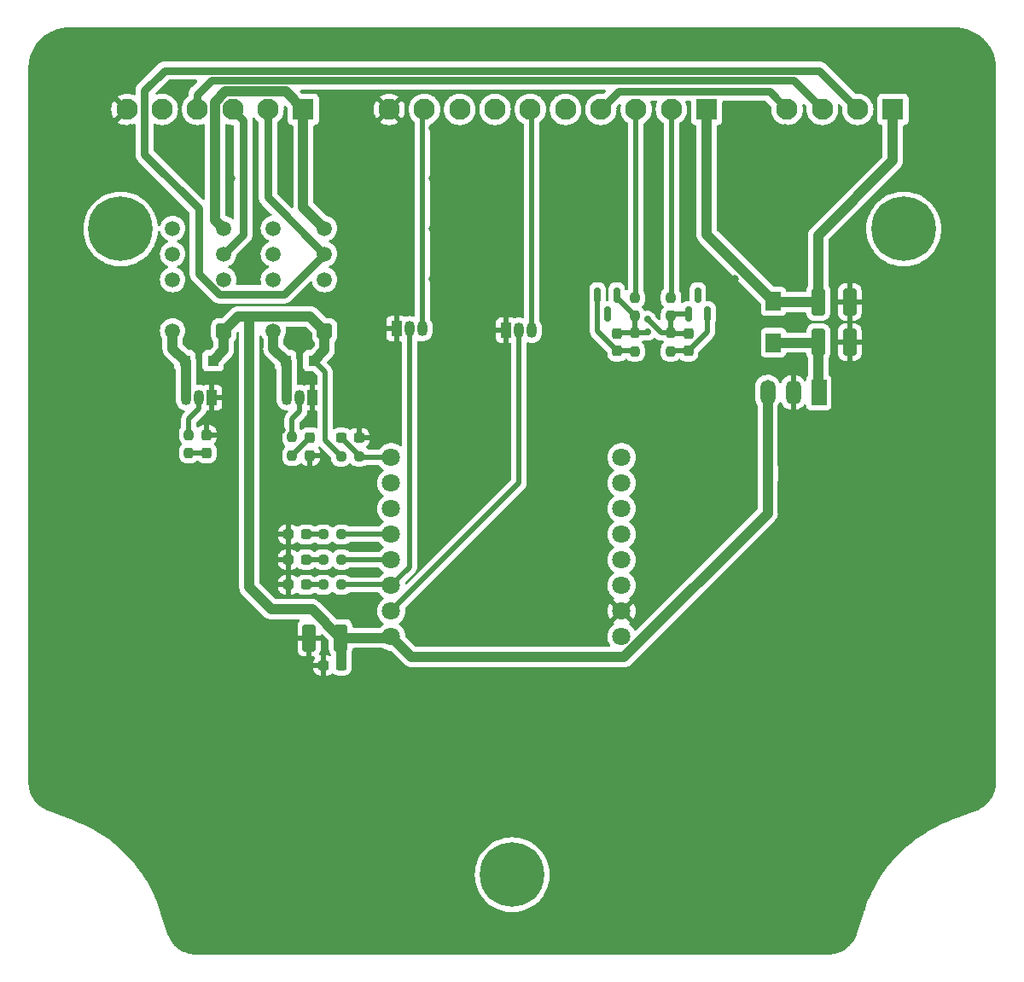
<source format=gtl>
%TF.GenerationSoftware,KiCad,Pcbnew,(6.99.0-3810-gd26b59a0bf)*%
%TF.CreationDate,2022-11-09T12:36:04+00:00*%
%TF.ProjectId,roller-shutter-controller,726f6c6c-6572-42d7-9368-75747465722d,-*%
%TF.SameCoordinates,Original*%
%TF.FileFunction,Copper,L1,Top*%
%TF.FilePolarity,Positive*%
%FSLAX46Y46*%
G04 Gerber Fmt 4.6, Leading zero omitted, Abs format (unit mm)*
G04 Created by KiCad (PCBNEW (6.99.0-3810-gd26b59a0bf)) date 2022-11-09 12:36:04*
%MOMM*%
%LPD*%
G01*
G04 APERTURE LIST*
G04 Aperture macros list*
%AMRoundRect*
0 Rectangle with rounded corners*
0 $1 Rounding radius*
0 $2 $3 $4 $5 $6 $7 $8 $9 X,Y pos of 4 corners*
0 Add a 4 corners polygon primitive as box body*
4,1,4,$2,$3,$4,$5,$6,$7,$8,$9,$2,$3,0*
0 Add four circle primitives for the rounded corners*
1,1,$1+$1,$2,$3*
1,1,$1+$1,$4,$5*
1,1,$1+$1,$6,$7*
1,1,$1+$1,$8,$9*
0 Add four rect primitives between the rounded corners*
20,1,$1+$1,$2,$3,$4,$5,0*
20,1,$1+$1,$4,$5,$6,$7,0*
20,1,$1+$1,$6,$7,$8,$9,0*
20,1,$1+$1,$8,$9,$2,$3,0*%
G04 Aperture macros list end*
%TA.AperFunction,ComponentPad*%
%ADD10C,6.400000*%
%TD*%
%TA.AperFunction,SMDPad,CuDef*%
%ADD11RoundRect,0.150000X-0.150000X0.587500X-0.150000X-0.587500X0.150000X-0.587500X0.150000X0.587500X0*%
%TD*%
%TA.AperFunction,SMDPad,CuDef*%
%ADD12RoundRect,0.237500X-0.250000X-0.237500X0.250000X-0.237500X0.250000X0.237500X-0.250000X0.237500X0*%
%TD*%
%TA.AperFunction,ComponentPad*%
%ADD13R,1.050000X1.500000*%
%TD*%
%TA.AperFunction,ComponentPad*%
%ADD14O,1.050000X1.500000*%
%TD*%
%TA.AperFunction,SMDPad,CuDef*%
%ADD15RoundRect,0.237500X-0.237500X0.250000X-0.237500X-0.250000X0.237500X-0.250000X0.237500X0.250000X0*%
%TD*%
%TA.AperFunction,ComponentPad*%
%ADD16RoundRect,0.250500X0.499500X0.499500X-0.499500X0.499500X-0.499500X-0.499500X0.499500X-0.499500X0*%
%TD*%
%TA.AperFunction,ComponentPad*%
%ADD17C,1.500000*%
%TD*%
%TA.AperFunction,SMDPad,CuDef*%
%ADD18RoundRect,0.237500X-0.287500X-0.237500X0.287500X-0.237500X0.287500X0.237500X-0.287500X0.237500X0*%
%TD*%
%TA.AperFunction,SMDPad,CuDef*%
%ADD19R,1.100000X1.100000*%
%TD*%
%TA.AperFunction,SMDPad,CuDef*%
%ADD20RoundRect,0.237500X0.300000X0.237500X-0.300000X0.237500X-0.300000X-0.237500X0.300000X-0.237500X0*%
%TD*%
%TA.AperFunction,SMDPad,CuDef*%
%ADD21RoundRect,0.237500X-0.237500X0.287500X-0.237500X-0.287500X0.237500X-0.287500X0.237500X0.287500X0*%
%TD*%
%TA.AperFunction,SMDPad,CuDef*%
%ADD22RoundRect,0.237500X-0.237500X0.300000X-0.237500X-0.300000X0.237500X-0.300000X0.237500X0.300000X0*%
%TD*%
%TA.AperFunction,SMDPad,CuDef*%
%ADD23RoundRect,0.150000X0.150000X-0.587500X0.150000X0.587500X-0.150000X0.587500X-0.150000X-0.587500X0*%
%TD*%
%TA.AperFunction,SMDPad,CuDef*%
%ADD24RoundRect,0.237500X0.237500X-0.287500X0.237500X0.287500X-0.237500X0.287500X-0.237500X-0.287500X0*%
%TD*%
%TA.AperFunction,ComponentPad*%
%ADD25C,2.100000*%
%TD*%
%TA.AperFunction,ComponentPad*%
%ADD26R,2.100000X2.100000*%
%TD*%
%TA.AperFunction,ComponentPad*%
%ADD27R,1.500000X2.500000*%
%TD*%
%TA.AperFunction,ComponentPad*%
%ADD28O,1.500000X2.500000*%
%TD*%
%TA.AperFunction,SMDPad,CuDef*%
%ADD29R,1.000000X1.000000*%
%TD*%
%TA.AperFunction,SMDPad,CuDef*%
%ADD30RoundRect,0.250000X0.412500X1.100000X-0.412500X1.100000X-0.412500X-1.100000X0.412500X-1.100000X0*%
%TD*%
%TA.AperFunction,SMDPad,CuDef*%
%ADD31RoundRect,0.237500X0.237500X-0.250000X0.237500X0.250000X-0.237500X0.250000X-0.237500X-0.250000X0*%
%TD*%
%TA.AperFunction,SMDPad,CuDef*%
%ADD32R,1.500000X1.900000*%
%TD*%
%TA.AperFunction,SMDPad,CuDef*%
%ADD33RoundRect,0.250000X-0.412500X-1.100000X0.412500X-1.100000X0.412500X1.100000X-0.412500X1.100000X0*%
%TD*%
%TA.AperFunction,ComponentPad*%
%ADD34C,1.800000*%
%TD*%
%TA.AperFunction,ViaPad*%
%ADD35C,0.800000*%
%TD*%
%TA.AperFunction,ViaPad*%
%ADD36C,0.700000*%
%TD*%
%TA.AperFunction,Conductor*%
%ADD37C,0.500000*%
%TD*%
%TA.AperFunction,Conductor*%
%ADD38C,1.000000*%
%TD*%
%TA.AperFunction,Conductor*%
%ADD39C,0.800000*%
%TD*%
G04 APERTURE END LIST*
D10*
%TO.P,H1,1*%
%TO.N,N/C*%
X112061282Y-75051908D03*
%TD*%
%TO.P,H3,1*%
%TO.N,N/C*%
X189754782Y-75051908D03*
%TD*%
%TO.P,H2,1*%
%TO.N,N/C*%
X150907682Y-139123978D03*
%TD*%
D11*
%TO.P,D1,1,K*%
%TO.N,/LOWER_REQUEST_3.3V*%
X161278988Y-81583512D03*
%TO.P,D1,2,A*%
%TO.N,Net-(D1-A)*%
X159378988Y-81583512D03*
%TO.P,D1,3*%
%TO.N,N/C*%
X160328988Y-83458512D03*
%TD*%
D12*
%TO.P,R6,1*%
%TO.N,+3V3*%
X133916488Y-97608988D03*
%TO.P,R6,2*%
%TO.N,/EN*%
X135741488Y-97608988D03*
%TD*%
D13*
%TO.P,Q1,1,S*%
%TO.N,GND*%
X150308987Y-85089999D03*
D14*
%TO.P,Q1,2,G*%
%TO.N,/AUTH_LED*%
X151578987Y-85089999D03*
%TO.P,Q1,3,D*%
%TO.N,/SWITCH_LED*%
X152848987Y-85089999D03*
%TD*%
D15*
%TO.P,R1,1*%
%TO.N,/LOWER_REQUEST*%
X163078988Y-81858512D03*
%TO.P,R1,2*%
%TO.N,/LOWER_REQUEST_3.3V*%
X163078988Y-83683512D03*
%TD*%
D16*
%TO.P,K1,1*%
%TO.N,+3V3*%
X132296488Y-85151478D03*
D17*
%TO.P,K1,3*%
%TO.N,unconnected-(K1-Pad3)*%
X132296488Y-80071478D03*
%TO.P,K1,4*%
%TO.N,/RAISE*%
X132296488Y-77531478D03*
%TO.P,K1,5*%
%TO.N,+12V*%
X132296488Y-74991478D03*
%TO.P,K1,8*%
%TO.N,unconnected-(K1-Pad8)*%
X127216488Y-74991478D03*
%TO.P,K1,9*%
%TO.N,unconnected-(K1-Pad9)*%
X127216488Y-77531478D03*
%TO.P,K1,10*%
%TO.N,unconnected-(K1-Pad10)*%
X127216488Y-80071478D03*
%TO.P,K1,12*%
%TO.N,Net-(D8-A)*%
X127216488Y-85151478D03*
%TD*%
D18*
%TO.P,D3,1,K*%
%TO.N,GND*%
X128703988Y-105358988D03*
%TO.P,D3,2,A*%
%TO.N,Net-(D3-A)*%
X130453988Y-105358988D03*
%TD*%
D19*
%TO.P,D9,1,K*%
%TO.N,+3V3*%
X121228987Y-88123977D03*
%TO.P,D9,2,A*%
%TO.N,Net-(D9-A)*%
X118428987Y-88123977D03*
%TD*%
D12*
%TO.P,R5,1*%
%TO.N,Net-(D3-A)*%
X132171488Y-105358988D03*
%TO.P,R5,2*%
%TO.N,/LED1*%
X133996488Y-105358988D03*
%TD*%
D13*
%TO.P,Q3,1,S*%
%TO.N,GND*%
X121098987Y-91763977D03*
D14*
%TO.P,Q3,2,G*%
%TO.N,/LOWER_RELAY*%
X119828987Y-91763977D03*
%TO.P,Q3,3,D*%
%TO.N,Net-(D9-A)*%
X118558987Y-91763977D03*
%TD*%
D20*
%TO.P,C6,1*%
%TO.N,+3V3*%
X133941488Y-118358988D03*
%TO.P,C6,2*%
%TO.N,GND*%
X132216488Y-118358988D03*
%TD*%
D21*
%TO.P,D7,1,K*%
%TO.N,GND*%
X120578988Y-95498978D03*
%TO.P,D7,2,A*%
%TO.N,Net-(D7-A)*%
X120578988Y-97248978D03*
%TD*%
D18*
%TO.P,D4,1,K*%
%TO.N,GND*%
X128698988Y-107858988D03*
%TO.P,D4,2,A*%
%TO.N,Net-(D4-A)*%
X130448988Y-107858988D03*
%TD*%
D15*
%TO.P,R4,1*%
%TO.N,/RAISE_REQUEST_3.3V*%
X166641488Y-85358512D03*
%TO.P,R4,2*%
%TO.N,Net-(D2-A)*%
X166641488Y-87183512D03*
%TD*%
D22*
%TO.P,C2,1*%
%TO.N,/RAISE_REQUEST_3.3V*%
X168391488Y-85408512D03*
%TO.P,C2,2*%
%TO.N,Net-(D2-A)*%
X168391488Y-87133512D03*
%TD*%
%TO.P,C1,1*%
%TO.N,/LOWER_REQUEST_3.3V*%
X161328988Y-85408512D03*
%TO.P,C1,2*%
%TO.N,Net-(D1-A)*%
X161328988Y-87133512D03*
%TD*%
D23*
%TO.P,D2,1,K*%
%TO.N,/RAISE_REQUEST_3.3V*%
X168378988Y-83458512D03*
%TO.P,D2,2,A*%
%TO.N,Net-(D2-A)*%
X170278988Y-83458512D03*
%TO.P,D2,3*%
%TO.N,N/C*%
X169328988Y-81583512D03*
%TD*%
D12*
%TO.P,R7,1*%
%TO.N,Net-(D4-A)*%
X132166488Y-107858988D03*
%TO.P,R7,2*%
%TO.N,/LED2*%
X133991488Y-107858988D03*
%TD*%
%TO.P,R8,1*%
%TO.N,Net-(D5-A)*%
X132166488Y-110358988D03*
%TO.P,R8,2*%
%TO.N,/LED3*%
X133991488Y-110358988D03*
%TD*%
D18*
%TO.P,D5,1,K*%
%TO.N,GND*%
X128698988Y-110358988D03*
%TO.P,D5,2,A*%
%TO.N,Net-(D5-A)*%
X130448988Y-110358988D03*
%TD*%
D20*
%TO.P,C7,1*%
%TO.N,GND*%
X135691488Y-95758000D03*
%TO.P,C7,2*%
%TO.N,/EN*%
X133966488Y-95758000D03*
%TD*%
D15*
%TO.P,R3,1*%
%TO.N,/RAISE_REQUEST*%
X166641488Y-81858512D03*
%TO.P,R3,2*%
%TO.N,/RAISE_REQUEST_3.3V*%
X166641488Y-83683512D03*
%TD*%
D24*
%TO.P,D6,1,K*%
%TO.N,GND*%
X130828988Y-97498978D03*
%TO.P,D6,2,A*%
%TO.N,Net-(D6-A)*%
X130828988Y-95748978D03*
%TD*%
D25*
%TO.P,J1,6,Pin_6*%
%TO.N,GND*%
X112681488Y-63171012D03*
%TO.P,J1,5,Pin_5*%
%TO.N,/LOWER_STOP*%
X116181488Y-63171012D03*
%TO.P,J1,4,Pin_4*%
%TO.N,Net-(J1-Pin_4)*%
X119681488Y-63171012D03*
%TO.P,J1,3,Pin_3*%
%TO.N,/LOWER*%
X123181488Y-63171012D03*
%TO.P,J1,2,Pin_2*%
%TO.N,/RAISE*%
X126681488Y-63171012D03*
D26*
%TO.P,J1,1,Pin_1*%
%TO.N,+12V*%
X130181487Y-63171011D03*
%TD*%
D27*
%TO.P,U2,1,Vin*%
%TO.N,Net-(U2-Vin)*%
X181328987Y-91271011D03*
D28*
%TO.P,U2,2,GND*%
%TO.N,GND*%
X178788987Y-91271011D03*
%TO.P,U2,3,Vout*%
%TO.N,+3V3*%
X176248987Y-91271011D03*
%TD*%
D29*
%TO.P,TP1,1,1*%
%TO.N,+3V3*%
X176328987Y-99271011D03*
%TD*%
D30*
%TO.P,C5,1*%
%TO.N,+3V3*%
X133891488Y-115608988D03*
%TO.P,C5,2*%
%TO.N,GND*%
X130766488Y-115608988D03*
%TD*%
D16*
%TO.P,K2,1*%
%TO.N,+3V3*%
X122296488Y-85151478D03*
D17*
%TO.P,K2,3*%
%TO.N,unconnected-(K2-Pad3)*%
X122296488Y-80071478D03*
%TO.P,K2,4*%
%TO.N,/LOWER*%
X122296488Y-77531478D03*
%TO.P,K2,5*%
%TO.N,+12V*%
X122296488Y-74991478D03*
%TO.P,K2,8*%
%TO.N,unconnected-(K2-Pad8)*%
X117216488Y-74991478D03*
%TO.P,K2,9*%
%TO.N,unconnected-(K2-Pad9)*%
X117216488Y-77531478D03*
%TO.P,K2,10*%
%TO.N,unconnected-(K2-Pad10)*%
X117216488Y-80071478D03*
%TO.P,K2,12*%
%TO.N,Net-(D9-A)*%
X117216488Y-85151478D03*
%TD*%
D31*
%TO.P,R10,1*%
%TO.N,Net-(D7-A)*%
X118828988Y-97286478D03*
%TO.P,R10,2*%
%TO.N,/LOWER_RELAY*%
X118828988Y-95461478D03*
%TD*%
D19*
%TO.P,D8,1,K*%
%TO.N,+3V3*%
X131228987Y-88123977D03*
%TO.P,D8,2,A*%
%TO.N,Net-(D8-A)*%
X128428987Y-88123977D03*
%TD*%
D15*
%TO.P,R2,1*%
%TO.N,/LOWER_REQUEST_3.3V*%
X163078988Y-85358512D03*
%TO.P,R2,2*%
%TO.N,Net-(D1-A)*%
X163078988Y-87183512D03*
%TD*%
D26*
%TO.P,J3,1,Pin_1*%
%TO.N,+12V*%
X188681487Y-63171011D03*
D25*
%TO.P,J3,2,Pin_2*%
%TO.N,/RAISE*%
X185181488Y-63171012D03*
%TO.P,J3,3,Pin_3*%
%TO.N,Net-(J1-Pin_4)*%
X181681488Y-63171012D03*
%TO.P,J3,4,Pin_4*%
%TO.N,/RAISE_STOP*%
X178181488Y-63171012D03*
%TD*%
D13*
%TO.P,Q4,1,S*%
%TO.N,GND*%
X139445999Y-84941999D03*
D14*
%TO.P,Q4,2,G*%
%TO.N,/LED3*%
X140715999Y-84941999D03*
%TO.P,Q4,3,D*%
%TO.N,/RFID_LED*%
X141985999Y-84941999D03*
%TD*%
D32*
%TO.P,L1,1,1*%
%TO.N,+12V*%
X176828987Y-82221011D03*
%TO.P,L1,2,2*%
%TO.N,Net-(U2-Vin)*%
X176828987Y-86321011D03*
%TD*%
D13*
%TO.P,Q2,1,S*%
%TO.N,GND*%
X131098987Y-91763977D03*
D14*
%TO.P,Q2,2,G*%
%TO.N,/RAISE_RELAY*%
X129828987Y-91763977D03*
%TO.P,Q2,3,D*%
%TO.N,Net-(D8-A)*%
X128558987Y-91763977D03*
%TD*%
D33*
%TO.P,C4,1*%
%TO.N,Net-(U2-Vin)*%
X181266488Y-86271012D03*
%TO.P,C4,2*%
%TO.N,GND*%
X184391488Y-86271012D03*
%TD*%
D26*
%TO.P,J2,1,Pin_1*%
%TO.N,+12V*%
X170199581Y-63171011D03*
D25*
%TO.P,J2,2,Pin_2*%
%TO.N,/RAISE_REQUEST*%
X166699582Y-63171012D03*
%TO.P,J2,3,Pin_3*%
%TO.N,/LOWER_REQUEST*%
X163199582Y-63171012D03*
%TO.P,J2,4,Pin_4*%
%TO.N,/RAISE_STOP*%
X159699582Y-63171012D03*
%TO.P,J2,5,Pin_5*%
%TO.N,/LOWER_STOP*%
X156199582Y-63171012D03*
%TO.P,J2,6,Pin_6*%
%TO.N,/SWITCH_LED*%
X152699582Y-63171012D03*
%TO.P,J2,7,Pin_7*%
%TO.N,/DATA0*%
X149199582Y-63171012D03*
%TO.P,J2,8,Pin_8*%
%TO.N,/DATA1*%
X145699582Y-63171012D03*
%TO.P,J2,9,Pin_9*%
%TO.N,/RFID_LED*%
X142199582Y-63171012D03*
%TO.P,J2,10,Pin_10*%
%TO.N,GND*%
X138699582Y-63171012D03*
%TD*%
D33*
%TO.P,C3,1*%
%TO.N,+12V*%
X181266488Y-82271012D03*
%TO.P,C3,2*%
%TO.N,GND*%
X184391488Y-82271012D03*
%TD*%
D31*
%TO.P,R9,1*%
%TO.N,Net-(D6-A)*%
X129078988Y-97536478D03*
%TO.P,R9,2*%
%TO.N,/RAISE_RELAY*%
X129078988Y-95711478D03*
%TD*%
D34*
%TO.P,U1,1,EN*%
%TO.N,/EN*%
X138900000Y-97710000D03*
%TO.P,U1,2,3*%
%TO.N,/RAISE_REQUEST_3.3V*%
X138900000Y-100250000D03*
%TO.P,U1,3,2*%
%TO.N,/LOWER_REQUEST_3.3V*%
X138900000Y-102790000D03*
%TO.P,U1,4,1*%
%TO.N,/LED1*%
X138900000Y-105330000D03*
%TO.P,U1,5,0*%
%TO.N,/LED2*%
X138900000Y-107870000D03*
%TO.P,U1,6,4*%
%TO.N,/LED3*%
X138900000Y-110410000D03*
%TO.P,U1,7,5*%
%TO.N,/AUTH_LED*%
X138900000Y-112950000D03*
%TO.P,U1,8,3V3*%
%TO.N,+3V3*%
X138900000Y-115490000D03*
%TO.P,U1,9,VBUS*%
%TO.N,unconnected-(U1-VBUS)*%
X161760000Y-115490000D03*
%TO.P,U1,10,GND*%
%TO.N,GND*%
X161760000Y-112950000D03*
%TO.P,U1,11,6*%
%TO.N,/LOWER_RELAY*%
X161760000Y-110410000D03*
%TO.P,U1,12,7*%
%TO.N,/RAISE_RELAY*%
X161760000Y-107870000D03*
%TO.P,U1,13,8*%
%TO.N,unconnected-(U1-8)*%
X161760000Y-105330000D03*
%TO.P,U1,14,10*%
%TO.N,unconnected-(U1-10)*%
X161760000Y-102790000D03*
%TO.P,U1,15,20*%
%TO.N,/DATA1*%
X161760000Y-100250000D03*
%TO.P,U1,16,21*%
%TO.N,/DATA0*%
X161760000Y-97710000D03*
%TD*%
D35*
%TO.N,GND*%
X143000000Y-80000000D03*
X138000000Y-80000000D03*
X138000000Y-75000000D03*
X143000000Y-75000000D03*
X113000000Y-125000000D03*
X183000000Y-145500000D03*
X104000000Y-77500000D03*
X104000000Y-70000000D03*
X198000000Y-97500000D03*
X118000000Y-145000000D03*
X183000000Y-80000000D03*
X108000000Y-90000000D03*
X193000000Y-95000000D03*
X148000000Y-135000000D03*
X138000000Y-90000000D03*
X118000000Y-120000000D03*
X104000000Y-125000000D03*
X113000000Y-130000000D03*
X104000000Y-65000000D03*
X198000000Y-120000000D03*
X158000000Y-130000000D03*
X183000000Y-135000000D03*
X128000000Y-130000000D03*
X198000000Y-75000000D03*
X198000000Y-80000000D03*
X104000000Y-130000000D03*
X148000000Y-95000000D03*
X113000000Y-80000000D03*
X190500000Y-56000000D03*
X104000000Y-60000000D03*
X150500000Y-146000000D03*
X158000000Y-80000000D03*
X153000000Y-100000000D03*
X165000000Y-70000000D03*
X173000000Y-140000000D03*
X183000000Y-115000000D03*
X148000000Y-110000000D03*
X133000000Y-65000000D03*
X104500000Y-58000000D03*
X148000000Y-56000000D03*
X128000000Y-100000000D03*
X183000000Y-56000000D03*
X148000000Y-125000000D03*
X158000000Y-65000000D03*
X138000000Y-140000000D03*
X104000000Y-87500000D03*
X104000000Y-82500000D03*
X198000000Y-60000000D03*
X106000000Y-56500000D03*
X128000000Y-146000000D03*
X123000000Y-95000000D03*
X133000000Y-120000000D03*
X183000000Y-70000000D03*
X180500000Y-146000000D03*
X118000000Y-115000000D03*
X178000000Y-110000000D03*
X138000000Y-56000000D03*
X128000000Y-135000000D03*
X123000000Y-146000000D03*
X193000000Y-115000000D03*
X113000000Y-110000000D03*
X143000000Y-65000000D03*
X198000000Y-112500000D03*
X178000000Y-56000000D03*
X188000000Y-125000000D03*
X153000000Y-130000000D03*
X143000000Y-135000000D03*
X168000000Y-135000000D03*
X160500000Y-56000000D03*
X188000000Y-110000000D03*
X104000000Y-120000000D03*
X104000000Y-95000000D03*
X104000000Y-117500000D03*
X168000000Y-115000000D03*
X160500000Y-146000000D03*
X187000000Y-138000000D03*
X168000000Y-130000000D03*
X198000000Y-90000000D03*
X173000000Y-100000000D03*
X178000000Y-140000000D03*
X104000000Y-122500000D03*
X198000000Y-82500000D03*
X148000000Y-75000000D03*
X108000000Y-105000000D03*
X158000000Y-125000000D03*
X158000000Y-146000000D03*
X108000000Y-95000000D03*
X185500000Y-140500000D03*
X173000000Y-146000000D03*
X198000000Y-92500000D03*
X148000000Y-146000000D03*
X130500000Y-56000000D03*
X194500000Y-132500000D03*
X198000000Y-95000000D03*
X198000000Y-130000000D03*
X148000000Y-80000000D03*
X138000000Y-125000000D03*
X183000000Y-125000000D03*
X197500000Y-58000000D03*
X153000000Y-56000000D03*
X188000000Y-115000000D03*
X198000000Y-70000000D03*
X145500000Y-146000000D03*
X158000000Y-140000000D03*
X178000000Y-130000000D03*
X198000000Y-62500000D03*
X153000000Y-110000000D03*
X158000000Y-75000000D03*
X168000000Y-75000000D03*
X168000000Y-70000000D03*
X155500000Y-56000000D03*
X104000000Y-75000000D03*
X165500000Y-56000000D03*
X198000000Y-117500000D03*
X153000000Y-125000000D03*
X163000000Y-90000000D03*
X188000000Y-100000000D03*
X133000000Y-135000000D03*
X104000000Y-62500000D03*
X175500000Y-56000000D03*
X104000000Y-112500000D03*
X138000000Y-95000000D03*
X165000000Y-67000000D03*
X125000000Y-79000000D03*
X133000000Y-146000000D03*
X158000000Y-135000000D03*
X123000000Y-140000000D03*
X153000000Y-146000000D03*
X168000000Y-105000000D03*
X198000000Y-110000000D03*
X198000000Y-67500000D03*
X128000000Y-120000000D03*
X143000000Y-90000000D03*
X118000000Y-67000000D03*
X104000000Y-115000000D03*
X104000000Y-107500000D03*
X120500000Y-56000000D03*
X130500000Y-146000000D03*
X198000000Y-127500000D03*
X112000000Y-135000000D03*
X193000000Y-60000000D03*
X118000000Y-110000000D03*
X128000000Y-95000000D03*
X173000000Y-65000000D03*
X148000000Y-65000000D03*
X123000000Y-70000000D03*
X153000000Y-105000000D03*
X180500000Y-56000000D03*
X118000000Y-100000000D03*
X158000000Y-120000000D03*
X143000000Y-125000000D03*
X195500000Y-56500000D03*
X128000000Y-56000000D03*
X158000000Y-115000000D03*
X148000000Y-130000000D03*
X123000000Y-125000000D03*
X175500000Y-146000000D03*
X163000000Y-56000000D03*
X123000000Y-135000000D03*
X133000000Y-100000000D03*
X104000000Y-97500000D03*
X198000000Y-105000000D03*
X118000000Y-135000000D03*
X108000000Y-100000000D03*
X153000000Y-90000000D03*
X104000000Y-127500000D03*
X183000000Y-110000000D03*
X138000000Y-65000000D03*
X188000000Y-95000000D03*
X163000000Y-146000000D03*
X113000000Y-105000000D03*
X178000000Y-135000000D03*
X123000000Y-90000000D03*
X193000000Y-120000000D03*
X116000000Y-140000000D03*
X183000000Y-65000000D03*
X118000000Y-105000000D03*
X113000000Y-120000000D03*
X140500000Y-146000000D03*
X178000000Y-105000000D03*
X133000000Y-125000000D03*
X163000000Y-120000000D03*
X133000000Y-56000000D03*
X115500000Y-56000000D03*
X158000000Y-95000000D03*
X143000000Y-95000000D03*
X128000000Y-67000000D03*
X163000000Y-135000000D03*
X188000000Y-80000000D03*
X193000000Y-125000000D03*
X113000000Y-70000000D03*
X104000000Y-92500000D03*
X198000000Y-125000000D03*
X108000000Y-125000000D03*
X168000000Y-56000000D03*
X198000000Y-115000000D03*
X123000000Y-110000000D03*
X165000000Y-75000000D03*
X158000000Y-85000000D03*
X143000000Y-70000000D03*
X113000000Y-95000000D03*
X143000000Y-56000000D03*
X140500000Y-56000000D03*
X143000000Y-140000000D03*
X110500000Y-56000000D03*
X198000000Y-65000000D03*
X107000000Y-132500000D03*
X123000000Y-100000000D03*
X168000000Y-125000000D03*
X168000000Y-120000000D03*
X183000000Y-100000000D03*
X185500000Y-56000000D03*
X113000000Y-56000000D03*
X193000000Y-100000000D03*
X170500000Y-146000000D03*
X173000000Y-120000000D03*
X158000000Y-105000000D03*
X138000000Y-130000000D03*
X173000000Y-80000000D03*
X143000000Y-130000000D03*
X108000000Y-115000000D03*
X193000000Y-56000000D03*
X120500000Y-146000000D03*
X168000000Y-65000000D03*
X148000000Y-85000000D03*
X198000000Y-107500000D03*
X104000000Y-67500000D03*
X188000000Y-130000000D03*
X138000000Y-120000000D03*
X114500000Y-137500000D03*
X123000000Y-56000000D03*
X188000000Y-120000000D03*
X145500000Y-56000000D03*
X189500000Y-135500000D03*
X143000000Y-105000000D03*
X178000000Y-146000000D03*
X183000000Y-130000000D03*
X108000000Y-80000000D03*
X148000000Y-120000000D03*
X173000000Y-85000000D03*
X133000000Y-130000000D03*
X193000000Y-90000000D03*
X108000000Y-56000000D03*
X196500000Y-131500000D03*
X118000000Y-125000000D03*
X163000000Y-95000000D03*
X138000000Y-146000000D03*
X148000000Y-70000000D03*
X104000000Y-100000000D03*
X192000000Y-133500000D03*
X108000000Y-85000000D03*
X193000000Y-70000000D03*
X128000000Y-140000000D03*
X188000000Y-60000000D03*
X108000000Y-65000000D03*
X108000000Y-120000000D03*
X178000000Y-65000000D03*
X117000000Y-142500000D03*
X165500000Y-146000000D03*
X168000000Y-140000000D03*
X188000000Y-90000000D03*
X168000000Y-90000000D03*
X128000000Y-115000000D03*
X125500000Y-56000000D03*
X123000000Y-115000000D03*
X173000000Y-130000000D03*
X104000000Y-80000000D03*
X128000000Y-125000000D03*
X133000000Y-140000000D03*
X123000000Y-105000000D03*
X123000000Y-120000000D03*
X193000000Y-65000000D03*
X178000000Y-75000000D03*
X118000000Y-130000000D03*
X143000000Y-115000000D03*
X104000000Y-72500000D03*
X153000000Y-135000000D03*
X138000000Y-135000000D03*
X108000000Y-70000000D03*
X173000000Y-75000000D03*
X178000000Y-115000000D03*
X118000000Y-56000000D03*
X183000000Y-105000000D03*
X113000000Y-115000000D03*
X135500000Y-56000000D03*
X113000000Y-85000000D03*
X113000000Y-90000000D03*
X168000000Y-95000000D03*
X113000000Y-60000000D03*
X123000000Y-130000000D03*
X104000000Y-102500000D03*
X155500000Y-146000000D03*
X104000000Y-90000000D03*
X108000000Y-110000000D03*
X108000000Y-75000000D03*
X193000000Y-105000000D03*
X170500000Y-56000000D03*
X135500000Y-146000000D03*
X168000000Y-100000000D03*
X138000000Y-70000000D03*
X198000000Y-122500000D03*
X173000000Y-135000000D03*
X193000000Y-110000000D03*
X193000000Y-80000000D03*
X128000000Y-70000000D03*
X173000000Y-70000000D03*
X109500000Y-133500000D03*
X105000000Y-131500000D03*
X163000000Y-125000000D03*
X104000000Y-85000000D03*
X113000000Y-100000000D03*
X178000000Y-125000000D03*
X178000000Y-120000000D03*
X173000000Y-56000000D03*
X183000000Y-120000000D03*
X108000000Y-60000000D03*
X113000000Y-65000000D03*
X163000000Y-130000000D03*
X168000000Y-146000000D03*
X143000000Y-120000000D03*
X150500000Y-56000000D03*
X153000000Y-120000000D03*
X158000000Y-56000000D03*
X178000000Y-100000000D03*
X125500000Y-146000000D03*
X198000000Y-72500000D03*
X198000000Y-100000000D03*
X104000000Y-105000000D03*
X178000000Y-70000000D03*
X198000000Y-87500000D03*
X188000000Y-105000000D03*
X173000000Y-110000000D03*
X168000000Y-80000000D03*
X173000000Y-125000000D03*
X188000000Y-85000000D03*
X198000000Y-85000000D03*
X148000000Y-115000000D03*
X184500000Y-143000000D03*
X133000000Y-70000000D03*
X148000000Y-90000000D03*
X198000000Y-102500000D03*
X188000000Y-56000000D03*
X143000000Y-146000000D03*
X104000000Y-110000000D03*
X193000000Y-85000000D03*
X173000000Y-115000000D03*
X198000000Y-77500000D03*
X178000000Y-80000000D03*
X158000000Y-100000000D03*
X163000000Y-140000000D03*
D36*
%TO.N,/LOWER_REQUEST_3.3V*%
X164328988Y-85271012D03*
%TO.N,/RAISE_REQUEST_3.3V*%
X164328988Y-84021012D03*
%TD*%
D37*
%TO.N,/LED3*%
X140716000Y-108594000D02*
X138900000Y-110410000D01*
X140716000Y-84942000D02*
X140716000Y-108594000D01*
%TO.N,/RFID_LED*%
X141986000Y-63384594D02*
X141986000Y-84942000D01*
X142199582Y-63171012D02*
X141986000Y-63384594D01*
%TO.N,/AUTH_LED*%
X151578988Y-100271012D02*
X138900000Y-112950000D01*
X151578988Y-85090000D02*
X151578988Y-100271012D01*
%TO.N,/SWITCH_LED*%
X152848988Y-85090000D02*
X152848988Y-63320418D01*
X152848988Y-63320418D02*
X152699582Y-63171012D01*
D38*
%TO.N,+12V*%
X181266488Y-82271012D02*
X176878988Y-82271012D01*
X170199582Y-75591606D02*
X176828988Y-82221012D01*
X188681488Y-68273978D02*
X181266488Y-75688978D01*
X122296488Y-74991478D02*
X121431488Y-74126478D01*
X188681488Y-68273978D02*
X188681488Y-63171012D01*
X132296488Y-74991478D02*
X130181488Y-72876478D01*
X181266488Y-75688978D02*
X181266488Y-82271012D01*
X122456614Y-61421012D02*
X128431488Y-61421012D01*
X176878988Y-82271012D02*
X176828988Y-82221012D01*
X170199582Y-63171012D02*
X170199582Y-75591606D01*
X128431488Y-61421012D02*
X130181488Y-63171012D01*
X130181488Y-72876478D02*
X130181488Y-63171012D01*
X121431488Y-62446138D02*
X122456614Y-61421012D01*
X121431488Y-74126478D02*
X121431488Y-62446138D01*
%TO.N,Net-(D9-A)*%
X117216488Y-85151478D02*
X117216488Y-86911478D01*
X118558988Y-88253978D02*
X118428988Y-88123978D01*
X117216488Y-86911478D02*
X118428988Y-88123978D01*
X118558988Y-91763978D02*
X118558988Y-88253978D01*
D39*
%TO.N,/RAISE*%
X116428988Y-59321012D02*
X114428988Y-61321012D01*
X185181488Y-63171012D02*
X181331488Y-59321012D01*
X126681488Y-71916478D02*
X126681488Y-63171012D01*
X181331488Y-59321012D02*
X116428988Y-59321012D01*
X114428988Y-67621012D02*
X119828988Y-73021012D01*
X132296488Y-77531478D02*
X126681488Y-71916478D01*
X114428988Y-61321012D02*
X114428988Y-67621012D01*
X119828988Y-73021012D02*
X119828988Y-79513167D01*
X121836833Y-81521012D02*
X128306954Y-81521012D01*
X119828988Y-79513167D02*
X121836833Y-81521012D01*
X128306954Y-81521012D02*
X132296488Y-77531478D01*
%TO.N,/LOWER*%
X124231488Y-64221012D02*
X123181488Y-63171012D01*
X124231488Y-75596478D02*
X124231488Y-64221012D01*
X122296488Y-77531478D02*
X124231488Y-75596478D01*
D37*
%TO.N,GND*%
X135741488Y-95908988D02*
X135691488Y-95858988D01*
D38*
%TO.N,+3V3*%
X133941488Y-118358988D02*
X133941488Y-115658988D01*
X176248988Y-91271012D02*
X176248988Y-103263754D01*
X124832522Y-83701478D02*
X123746488Y-83701478D01*
X140931012Y-117521012D02*
X138900000Y-115490000D01*
X176248988Y-103263754D02*
X161991730Y-117521012D01*
D37*
X132334000Y-96026500D02*
X133916488Y-97608988D01*
D38*
X127000000Y-112776000D02*
X124832522Y-110608522D01*
X132296488Y-85151478D02*
X130846488Y-83701478D01*
X122296488Y-85151478D02*
X122296488Y-87056478D01*
X130846488Y-83701478D02*
X124832522Y-83701478D01*
X132296488Y-87056478D02*
X131228988Y-88123978D01*
X132296488Y-85151478D02*
X132296488Y-87056478D01*
X133891488Y-115608988D02*
X131058500Y-112776000D01*
D37*
X132334000Y-89228990D02*
X132334000Y-96026500D01*
X131228988Y-88123978D02*
X132334000Y-89228990D01*
D38*
X133941488Y-115658988D02*
X133891488Y-115608988D01*
X133891488Y-115608988D02*
X138781012Y-115608988D01*
X131058500Y-112776000D02*
X127000000Y-112776000D01*
X122296488Y-87056478D02*
X121228988Y-88123978D01*
X124832522Y-110608522D02*
X124832522Y-83701478D01*
X161991730Y-117521012D02*
X140931012Y-117521012D01*
X123746488Y-83701478D02*
X122296488Y-85151478D01*
X138781012Y-115608988D02*
X138900000Y-115490000D01*
D37*
%TO.N,/LOWER_REQUEST_3.3V*%
X163078988Y-85358512D02*
X161378988Y-85358512D01*
X164241488Y-85358512D02*
X164328988Y-85271012D01*
X163078988Y-85358512D02*
X164241488Y-85358512D01*
X163078988Y-83683512D02*
X163078988Y-85358512D01*
X161278988Y-81883512D02*
X163078988Y-83683512D01*
X161278988Y-81583512D02*
X161278988Y-81883512D01*
X161378988Y-85358512D02*
X161328988Y-85408512D01*
%TO.N,Net-(D1-A)*%
X159378988Y-85183512D02*
X159378988Y-81583512D01*
X163028988Y-87133512D02*
X163078988Y-87183512D01*
X161328988Y-87133512D02*
X163028988Y-87133512D01*
X161328988Y-87133512D02*
X159378988Y-85183512D01*
%TO.N,/RAISE_REQUEST_3.3V*%
X166641488Y-83683512D02*
X166841488Y-83683512D01*
X166691488Y-85408512D02*
X166641488Y-85358512D01*
X168378988Y-83458512D02*
X166866488Y-83458512D01*
X166866488Y-83458512D02*
X166641488Y-83683512D01*
X166641488Y-85358512D02*
X165666488Y-85358512D01*
X168391488Y-85408512D02*
X166691488Y-85408512D01*
X165666488Y-85358512D02*
X164328988Y-84021012D01*
X166641488Y-83683512D02*
X166641488Y-85358512D01*
%TO.N,Net-(D2-A)*%
X166691488Y-87133512D02*
X166641488Y-87183512D01*
X170278988Y-85246012D02*
X168391488Y-87133512D01*
X170278988Y-83458512D02*
X170278988Y-85246012D01*
X168391488Y-87133512D02*
X166691488Y-87133512D01*
D38*
%TO.N,Net-(U2-Vin)*%
X176828988Y-86321012D02*
X181216488Y-86321012D01*
X181266488Y-86271012D02*
X181266488Y-91208512D01*
X181266488Y-91208512D02*
X181328988Y-91271012D01*
X181266488Y-86271012D02*
X181216488Y-86321012D01*
D37*
%TO.N,/EN*%
X135842500Y-97710000D02*
X135741488Y-97608988D01*
X135741488Y-97608988D02*
X135741488Y-97533000D01*
X138900000Y-97710000D02*
X135842500Y-97710000D01*
X135741488Y-97533000D02*
X133966488Y-95758000D01*
%TO.N,Net-(D3-A)*%
X132171488Y-105358988D02*
X130453988Y-105358988D01*
%TO.N,Net-(D4-A)*%
X132166488Y-107858988D02*
X130448988Y-107858988D01*
%TO.N,Net-(D5-A)*%
X132166488Y-110358988D02*
X130448988Y-110358988D01*
%TO.N,Net-(D6-A)*%
X129078988Y-97536478D02*
X129078988Y-97498978D01*
X129078988Y-97498978D02*
X130828988Y-95748978D01*
%TO.N,Net-(D7-A)*%
X120541488Y-97286478D02*
X120578988Y-97248978D01*
X118828988Y-97286478D02*
X120541488Y-97286478D01*
D38*
%TO.N,Net-(D8-A)*%
X128558988Y-88253978D02*
X128428988Y-88123978D01*
X127216488Y-85151478D02*
X127216488Y-86911478D01*
X127216488Y-86911478D02*
X128428988Y-88123978D01*
X128558988Y-91763978D02*
X128558988Y-88253978D01*
D39*
%TO.N,/RAISE_STOP*%
X161449582Y-61421012D02*
X159699582Y-63171012D01*
X178181488Y-63171012D02*
X176431488Y-61421012D01*
X176431488Y-61421012D02*
X161449582Y-61421012D01*
D37*
%TO.N,/RAISE_REQUEST*%
X166641488Y-81858512D02*
X166699582Y-81800418D01*
X166699582Y-81800418D02*
X166699582Y-63171012D01*
%TO.N,/LOWER_REQUEST*%
X163199582Y-81737918D02*
X163199582Y-63171012D01*
X163078988Y-81858512D02*
X163199582Y-81737918D01*
%TO.N,/LED3*%
X133991488Y-110358988D02*
X138848988Y-110358988D01*
X138848988Y-110358988D02*
X138900000Y-110410000D01*
%TO.N,/RAISE_RELAY*%
X129078988Y-93873978D02*
X129078988Y-95711478D01*
X129828988Y-93123978D02*
X129078988Y-93873978D01*
X129828988Y-91763978D02*
X129828988Y-93123978D01*
%TO.N,/LOWER_RELAY*%
X119828988Y-91763978D02*
X119828988Y-92873978D01*
X119828988Y-92873978D02*
X118828988Y-93873978D01*
X118828988Y-93873978D02*
X118828988Y-95461478D01*
%TO.N,/LED1*%
X134025476Y-105330000D02*
X133996488Y-105358988D01*
X138900000Y-105330000D02*
X134025476Y-105330000D01*
%TO.N,/LED2*%
X133991488Y-107858988D02*
X138888988Y-107858988D01*
X138888988Y-107858988D02*
X138900000Y-107870000D01*
D39*
%TO.N,Net-(J1-Pin_4)*%
X178831488Y-60321012D02*
X181681488Y-63171012D01*
X119681488Y-63171012D02*
X119681488Y-61686088D01*
X121046564Y-60321012D02*
X178831488Y-60321012D01*
X119681488Y-61686088D02*
X121046564Y-60321012D01*
%TD*%
%TA.AperFunction,Conductor*%
%TO.N,GND*%
G36*
X194910780Y-55052512D02*
G01*
X195074696Y-55060090D01*
X195075072Y-55060108D01*
X195277986Y-55070096D01*
X195289198Y-55071152D01*
X195466182Y-55095839D01*
X195467263Y-55095995D01*
X195655505Y-55123918D01*
X195665864Y-55125901D01*
X195843674Y-55167720D01*
X195845441Y-55168149D01*
X195848252Y-55168853D01*
X196026141Y-55213411D01*
X196035545Y-55216160D01*
X196210395Y-55274763D01*
X196212717Y-55275567D01*
X196386550Y-55337764D01*
X196394981Y-55341129D01*
X196441207Y-55361540D01*
X196564455Y-55415959D01*
X196567432Y-55417320D01*
X196733454Y-55495841D01*
X196740895Y-55499667D01*
X196903199Y-55590069D01*
X196906663Y-55592072D01*
X197063741Y-55686220D01*
X197070165Y-55690339D01*
X197223680Y-55795499D01*
X197227531Y-55798245D01*
X197374398Y-55907168D01*
X197379834Y-55911435D01*
X197523092Y-56030393D01*
X197527210Y-56033966D01*
X197661944Y-56156079D01*
X197662629Y-56156700D01*
X197667097Y-56160955D01*
X197726211Y-56220068D01*
X197798812Y-56292668D01*
X197803068Y-56297138D01*
X197925799Y-56432549D01*
X197929375Y-56436671D01*
X198048342Y-56579936D01*
X198052610Y-56585373D01*
X198161536Y-56732242D01*
X198164281Y-56736092D01*
X198269432Y-56889591D01*
X198273556Y-56896021D01*
X198367719Y-57053120D01*
X198369712Y-57056567D01*
X198460123Y-57218884D01*
X198463924Y-57226275D01*
X198542492Y-57392391D01*
X198543817Y-57395289D01*
X198561029Y-57434270D01*
X198618652Y-57564772D01*
X198622022Y-57573218D01*
X198684205Y-57747006D01*
X198685039Y-57749412D01*
X198743622Y-57924195D01*
X198746378Y-57933622D01*
X198791646Y-58114338D01*
X198792075Y-58116105D01*
X198833892Y-58293895D01*
X198835874Y-58304251D01*
X198863833Y-58492726D01*
X198863951Y-58493540D01*
X198879548Y-58605351D01*
X198888641Y-58670536D01*
X198889697Y-58681761D01*
X198900057Y-58892619D01*
X198900075Y-58892982D01*
X198907248Y-59048112D01*
X198907382Y-59053932D01*
X198907382Y-129954043D01*
X198907195Y-129960906D01*
X198902430Y-130048263D01*
X198902397Y-130048827D01*
X198890508Y-130246837D01*
X198887942Y-130289580D01*
X198886489Y-130302537D01*
X198863593Y-130441324D01*
X198863241Y-130443354D01*
X198829534Y-130628746D01*
X198826917Y-130640119D01*
X198786281Y-130785531D01*
X198785312Y-130788825D01*
X198732693Y-130959077D01*
X198729264Y-130968748D01*
X198671561Y-131112588D01*
X198669688Y-131117012D01*
X198669302Y-131117878D01*
X198598654Y-131276222D01*
X198594730Y-131284239D01*
X198520894Y-131422496D01*
X198517850Y-131427874D01*
X198429045Y-131576169D01*
X198424972Y-131582530D01*
X198336268Y-131712322D01*
X198331822Y-131718427D01*
X198225899Y-131855057D01*
X198221994Y-131859847D01*
X198120012Y-131978851D01*
X198113985Y-131985399D01*
X197991434Y-132109435D01*
X197988009Y-132112772D01*
X197874947Y-132218793D01*
X197867169Y-132225510D01*
X197842844Y-132244842D01*
X197727678Y-132336366D01*
X197724962Y-132338465D01*
X197604232Y-132429156D01*
X197594586Y-132435726D01*
X197434092Y-132534481D01*
X197432329Y-132535546D01*
X197311343Y-132607291D01*
X197299810Y-132613347D01*
X197085048Y-132712317D01*
X197084426Y-132712602D01*
X197068965Y-132719623D01*
X197000047Y-132750918D01*
X196993720Y-132753585D01*
X194530356Y-133713988D01*
X194527387Y-133715103D01*
X194186945Y-133838056D01*
X194186933Y-133838061D01*
X194185412Y-133838610D01*
X193512750Y-134121464D01*
X193336128Y-134206674D01*
X192856973Y-134437836D01*
X192856960Y-134437843D01*
X192855525Y-134438535D01*
X192854120Y-134439304D01*
X192854105Y-134439312D01*
X192357739Y-134711090D01*
X192215474Y-134788985D01*
X191594292Y-135171885D01*
X190993623Y-135586222D01*
X190992331Y-135587215D01*
X190703240Y-135809406D01*
X190415055Y-136030900D01*
X189860120Y-136504743D01*
X189330287Y-137006496D01*
X188826957Y-137534832D01*
X188825895Y-137536068D01*
X188825888Y-137536076D01*
X188605505Y-137792623D01*
X188351463Y-138088352D01*
X187905062Y-138665592D01*
X187488937Y-139265024D01*
X187104187Y-139885063D01*
X186751832Y-140524066D01*
X186751140Y-140525490D01*
X186751132Y-140525505D01*
X186696752Y-140637371D01*
X186432804Y-141180344D01*
X186432169Y-141181842D01*
X186148572Y-141850684D01*
X186148567Y-141850698D01*
X186147947Y-141852159D01*
X186147398Y-141853666D01*
X185905320Y-142517694D01*
X185898014Y-142537734D01*
X185805939Y-142837394D01*
X185790864Y-142886456D01*
X185790849Y-142886497D01*
X185790850Y-142886497D01*
X185790703Y-142886975D01*
X185790679Y-142886968D01*
X185790027Y-142888774D01*
X185789889Y-142889598D01*
X185094887Y-144989951D01*
X185092672Y-144996102D01*
X185055092Y-145092509D01*
X185054948Y-145092877D01*
X184977686Y-145288344D01*
X184972504Y-145299759D01*
X184907700Y-145425475D01*
X184906867Y-145427062D01*
X184825964Y-145578675D01*
X184820180Y-145588431D01*
X184738628Y-145712844D01*
X184736961Y-145715322D01*
X184643523Y-145850756D01*
X184637440Y-145858855D01*
X184541512Y-145976395D01*
X184538847Y-145979551D01*
X184432513Y-146101359D01*
X184426402Y-146107877D01*
X184317802Y-146215747D01*
X184313932Y-146219430D01*
X184195392Y-146327531D01*
X184189498Y-146332583D01*
X184069841Y-146428902D01*
X184064618Y-146432886D01*
X183934869Y-146526620D01*
X183929446Y-146530326D01*
X183800423Y-146613660D01*
X183793777Y-146617669D01*
X183653915Y-146696246D01*
X183649174Y-146698777D01*
X183512677Y-146767978D01*
X183504550Y-146771742D01*
X183355522Y-146834420D01*
X183351643Y-146835976D01*
X183277964Y-146864126D01*
X183209955Y-146890109D01*
X183200353Y-146893341D01*
X183076510Y-146929539D01*
X183042403Y-146939508D01*
X183039529Y-146940311D01*
X182895806Y-146978648D01*
X182884767Y-146981067D01*
X182715206Y-147010281D01*
X182713593Y-147010547D01*
X182573903Y-147032574D01*
X182561461Y-147033906D01*
X182351821Y-147045841D01*
X182351411Y-147045864D01*
X182275050Y-147049848D01*
X182249001Y-147051207D01*
X182242436Y-147051378D01*
X119573472Y-147051378D01*
X119566905Y-147051207D01*
X119463030Y-147045786D01*
X119462580Y-147045761D01*
X119430053Y-147043912D01*
X119254804Y-147033949D01*
X119242329Y-147032614D01*
X119100278Y-147010213D01*
X119098510Y-147009921D01*
X118931558Y-146981155D01*
X118920478Y-146978728D01*
X118920171Y-146978646D01*
X118775153Y-146939962D01*
X118772389Y-146939190D01*
X118615965Y-146893467D01*
X118606371Y-146890238D01*
X118463442Y-146835629D01*
X118459640Y-146834104D01*
X118371231Y-146796920D01*
X118311797Y-146771922D01*
X118303672Y-146768159D01*
X118166189Y-146698458D01*
X118161462Y-146695934D01*
X118022586Y-146617909D01*
X118015945Y-146613904D01*
X118015568Y-146613660D01*
X117956943Y-146575794D01*
X117886062Y-146530011D01*
X117880654Y-146526316D01*
X117751752Y-146433191D01*
X117746595Y-146429257D01*
X117626114Y-146332274D01*
X117620225Y-146327226D01*
X117502544Y-146219907D01*
X117498651Y-146216202D01*
X117465837Y-146183608D01*
X117389294Y-146107578D01*
X117383184Y-146101062D01*
X117277707Y-145980234D01*
X117275012Y-145977041D01*
X117178326Y-145858570D01*
X117172231Y-145850455D01*
X117079703Y-145716339D01*
X117078036Y-145713861D01*
X116995631Y-145588145D01*
X116989846Y-145578389D01*
X116910046Y-145428842D01*
X116909214Y-145427255D01*
X116908297Y-145425475D01*
X116843402Y-145299582D01*
X116838202Y-145288124D01*
X116756060Y-145080082D01*
X116724427Y-144998929D01*
X116722221Y-144992805D01*
X116025411Y-142888797D01*
X116024578Y-142886188D01*
X115918001Y-142539296D01*
X115917531Y-142537765D01*
X115916981Y-142536256D01*
X115668181Y-141853725D01*
X115668176Y-141853713D01*
X115667624Y-141852198D01*
X115437462Y-141309333D01*
X115383427Y-141181885D01*
X115383422Y-141181875D01*
X115382792Y-141180388D01*
X115063789Y-140524115D01*
X114711460Y-139885115D01*
X114704073Y-139873210D01*
X114327595Y-139266464D01*
X114327591Y-139266457D01*
X114326736Y-139265080D01*
X114228789Y-139123978D01*
X147194093Y-139123978D01*
X147214436Y-139512154D01*
X147214949Y-139515394D01*
X147214950Y-139515402D01*
X147242950Y-139692185D01*
X147275244Y-139896077D01*
X147375849Y-140271540D01*
X147515150Y-140634431D01*
X147691620Y-140980773D01*
X147693416Y-140983539D01*
X147693418Y-140983542D01*
X147821251Y-141180388D01*
X147903325Y-141306771D01*
X148147948Y-141608854D01*
X148422806Y-141883712D01*
X148724889Y-142128335D01*
X149050887Y-142340040D01*
X149053821Y-142341535D01*
X149053828Y-142341539D01*
X149394289Y-142515012D01*
X149397229Y-142516510D01*
X149760120Y-142655811D01*
X150135583Y-142756416D01*
X150339475Y-142788710D01*
X150516258Y-142816710D01*
X150516266Y-142816711D01*
X150519506Y-142817224D01*
X150907682Y-142837567D01*
X151295858Y-142817224D01*
X151299098Y-142816711D01*
X151299106Y-142816710D01*
X151475889Y-142788710D01*
X151679781Y-142756416D01*
X152055244Y-142655811D01*
X152418135Y-142516510D01*
X152421075Y-142515012D01*
X152761536Y-142341539D01*
X152761543Y-142341535D01*
X152764477Y-142340040D01*
X153090475Y-142128335D01*
X153392558Y-141883712D01*
X153667416Y-141608854D01*
X153912039Y-141306771D01*
X153994113Y-141180388D01*
X154121946Y-140983542D01*
X154121948Y-140983539D01*
X154123744Y-140980773D01*
X154300214Y-140634431D01*
X154439515Y-140271540D01*
X154540120Y-139896077D01*
X154572414Y-139692185D01*
X154600414Y-139515402D01*
X154600415Y-139515394D01*
X154600928Y-139512154D01*
X154621271Y-139123978D01*
X154600928Y-138735802D01*
X154589613Y-138664358D01*
X154540636Y-138355140D01*
X154540120Y-138351879D01*
X154439515Y-137976416D01*
X154300214Y-137613525D01*
X154298716Y-137610585D01*
X154125243Y-137270125D01*
X154125239Y-137270118D01*
X154123744Y-137267184D01*
X153955245Y-137007716D01*
X153913834Y-136943949D01*
X153913834Y-136943948D01*
X153912039Y-136941185D01*
X153789727Y-136790143D01*
X153669491Y-136641664D01*
X153669488Y-136641660D01*
X153667416Y-136639102D01*
X153392558Y-136364244D01*
X153090475Y-136119621D01*
X152764477Y-135907916D01*
X152761543Y-135906421D01*
X152761536Y-135906417D01*
X152421075Y-135732944D01*
X152418135Y-135731446D01*
X152055244Y-135592145D01*
X151679781Y-135491540D01*
X151475889Y-135459246D01*
X151299106Y-135431246D01*
X151299098Y-135431245D01*
X151295858Y-135430732D01*
X150907682Y-135410389D01*
X150519506Y-135430732D01*
X150516266Y-135431245D01*
X150516258Y-135431246D01*
X150339475Y-135459246D01*
X150135583Y-135491540D01*
X149760120Y-135592145D01*
X149397229Y-135731446D01*
X149394289Y-135732944D01*
X149053829Y-135906417D01*
X149053822Y-135906421D01*
X149050888Y-135907916D01*
X148724889Y-136119621D01*
X148422806Y-136364244D01*
X148147948Y-136639102D01*
X148145876Y-136641660D01*
X148145873Y-136641664D01*
X148025636Y-136790144D01*
X147903325Y-136941185D01*
X147901530Y-136943948D01*
X147901530Y-136943949D01*
X147860120Y-137007716D01*
X147691620Y-137267184D01*
X147690125Y-137270118D01*
X147690121Y-137270125D01*
X147516648Y-137610585D01*
X147515150Y-137613525D01*
X147375849Y-137976416D01*
X147275244Y-138351879D01*
X147274728Y-138355140D01*
X147225752Y-138664358D01*
X147214436Y-138735802D01*
X147194093Y-139123978D01*
X114228789Y-139123978D01*
X113910636Y-138665649D01*
X113909605Y-138664315D01*
X113465234Y-138089667D01*
X113465230Y-138089662D01*
X113464261Y-138088409D01*
X113463233Y-138087212D01*
X113463223Y-138087200D01*
X112989833Y-137536101D01*
X112989832Y-137536100D01*
X112988791Y-137534888D01*
X112987599Y-137533637D01*
X112486597Y-137007716D01*
X112486592Y-137007711D01*
X112485486Y-137006550D01*
X112484335Y-137005460D01*
X112484321Y-137005446D01*
X111956855Y-136505909D01*
X111956842Y-136505897D01*
X111955677Y-136504794D01*
X111400766Y-136030947D01*
X111238750Y-135906417D01*
X110823508Y-135587251D01*
X110823497Y-135587243D01*
X110822222Y-135586263D01*
X110820880Y-135585337D01*
X110222916Y-135172844D01*
X110222906Y-135172838D01*
X110221576Y-135171920D01*
X109600416Y-134789013D01*
X109281975Y-134614646D01*
X108961806Y-134439332D01*
X108961793Y-134439325D01*
X108960388Y-134438556D01*
X108303184Y-134121476D01*
X108301689Y-134120847D01*
X108301675Y-134120841D01*
X107809170Y-133913730D01*
X107630543Y-133838612D01*
X107287392Y-133714672D01*
X107287296Y-133714637D01*
X107284161Y-133713463D01*
X104822143Y-132753585D01*
X104821574Y-132753363D01*
X104815239Y-132750692D01*
X104735011Y-132714254D01*
X104734506Y-132714023D01*
X104516127Y-132613401D01*
X104504580Y-132607337D01*
X104383537Y-132535546D01*
X104382740Y-132535073D01*
X104381033Y-132534042D01*
X104300051Y-132484205D01*
X104221422Y-132435815D01*
X104211783Y-132429250D01*
X104090346Y-132338012D01*
X104087660Y-132335936D01*
X104075461Y-132326240D01*
X103948907Y-132225651D01*
X103941156Y-132218956D01*
X103827443Y-132112309D01*
X103824047Y-132109000D01*
X103702178Y-131985639D01*
X103696145Y-131979083D01*
X103593583Y-131859384D01*
X103589679Y-131854595D01*
X103484400Y-131718779D01*
X103479979Y-131712707D01*
X103390703Y-131582059D01*
X103386643Y-131575716D01*
X103298439Y-131428404D01*
X103295394Y-131423024D01*
X103221035Y-131283764D01*
X103217119Y-131275761D01*
X103146669Y-131117833D01*
X103144842Y-131113519D01*
X103086587Y-130968274D01*
X103083154Y-130958585D01*
X103031131Y-130790229D01*
X103030162Y-130786934D01*
X103029771Y-130785531D01*
X102989014Y-130639651D01*
X102986399Y-130628283D01*
X102953256Y-130445935D01*
X102952928Y-130444037D01*
X102929521Y-130302093D01*
X102928068Y-130289136D01*
X102914121Y-130056519D01*
X102914082Y-130055833D01*
X102908869Y-129960158D01*
X102908682Y-129953303D01*
X102908682Y-118642959D01*
X131170988Y-118642959D01*
X131171313Y-118649349D01*
X131180721Y-118741431D01*
X131183580Y-118754789D01*
X131233930Y-118906735D01*
X131240086Y-118919937D01*
X131323871Y-119055773D01*
X131332918Y-119067214D01*
X131445762Y-119180058D01*
X131457203Y-119189105D01*
X131593039Y-119272890D01*
X131606241Y-119279046D01*
X131758187Y-119329396D01*
X131771545Y-119332255D01*
X131863627Y-119341663D01*
X131870017Y-119341988D01*
X131944373Y-119341988D01*
X131959612Y-119337513D01*
X131960817Y-119336123D01*
X131962488Y-119328440D01*
X131962488Y-118631103D01*
X131958013Y-118615864D01*
X131956623Y-118614659D01*
X131948940Y-118612988D01*
X131189103Y-118612988D01*
X131173864Y-118617463D01*
X131172659Y-118618853D01*
X131170988Y-118626536D01*
X131170988Y-118642959D01*
X102908682Y-118642959D01*
X102908682Y-116756291D01*
X129595988Y-116756291D01*
X129596313Y-116762681D01*
X129605896Y-116856476D01*
X129608755Y-116869834D01*
X129660024Y-117024553D01*
X129666180Y-117037755D01*
X129751500Y-117176080D01*
X129760546Y-117187520D01*
X129875456Y-117302430D01*
X129886896Y-117311476D01*
X130025221Y-117396796D01*
X130038423Y-117402952D01*
X130193142Y-117454221D01*
X130206500Y-117457080D01*
X130300295Y-117466663D01*
X130306685Y-117466988D01*
X130494373Y-117466988D01*
X130509612Y-117462513D01*
X130510817Y-117461123D01*
X130512488Y-117453440D01*
X130512488Y-117448873D01*
X131020488Y-117448873D01*
X131024963Y-117464112D01*
X131026353Y-117465317D01*
X131034036Y-117466988D01*
X131218523Y-117466988D01*
X131286644Y-117486990D01*
X131333137Y-117540646D01*
X131343241Y-117610920D01*
X131325763Y-117659135D01*
X131240089Y-117798033D01*
X131233930Y-117811241D01*
X131183580Y-117963187D01*
X131180721Y-117976545D01*
X131171313Y-118068627D01*
X131170988Y-118075018D01*
X131170988Y-118086873D01*
X131175463Y-118102112D01*
X131176853Y-118103317D01*
X131184536Y-118104988D01*
X131944373Y-118104988D01*
X131959612Y-118100513D01*
X131960817Y-118099123D01*
X131962488Y-118091440D01*
X131962488Y-117394103D01*
X131958013Y-117378864D01*
X131956623Y-117377659D01*
X131948940Y-117375988D01*
X131883667Y-117375988D01*
X131815546Y-117355986D01*
X131769053Y-117302330D01*
X131758949Y-117232056D01*
X131779756Y-117183643D01*
X131777623Y-117182327D01*
X131866796Y-117037755D01*
X131872952Y-117024553D01*
X131924221Y-116869834D01*
X131927080Y-116856476D01*
X131936663Y-116762681D01*
X131936988Y-116756291D01*
X131936988Y-115881103D01*
X131932513Y-115865864D01*
X131931123Y-115864659D01*
X131923440Y-115862988D01*
X131038603Y-115862988D01*
X131023364Y-115867463D01*
X131022159Y-115868853D01*
X131020488Y-115876536D01*
X131020488Y-117448873D01*
X130512488Y-117448873D01*
X130512488Y-115881103D01*
X130508013Y-115865864D01*
X130506623Y-115864659D01*
X130498940Y-115862988D01*
X129614103Y-115862988D01*
X129598864Y-115867463D01*
X129597659Y-115868853D01*
X129595988Y-115876536D01*
X129595988Y-116756291D01*
X102908682Y-116756291D01*
X102908682Y-85151478D01*
X115953181Y-85151478D01*
X115972373Y-85370849D01*
X116029368Y-85583554D01*
X116122432Y-85783132D01*
X116169285Y-85850045D01*
X116185201Y-85872775D01*
X116207988Y-85945046D01*
X116207988Y-86855741D01*
X116207381Y-86868090D01*
X116205834Y-86883799D01*
X116203108Y-86911478D01*
X116222579Y-87109179D01*
X116268352Y-87260070D01*
X116280247Y-87299282D01*
X116283163Y-87304737D01*
X116283164Y-87304740D01*
X116370975Y-87469023D01*
X116373893Y-87474482D01*
X116499920Y-87628046D01*
X116504699Y-87631968D01*
X116533631Y-87655712D01*
X116542792Y-87664016D01*
X117333583Y-88454807D01*
X117367609Y-88517119D01*
X117370488Y-88543902D01*
X117370488Y-88722616D01*
X117376999Y-88783179D01*
X117428099Y-88920182D01*
X117515727Y-89037239D01*
X117515755Y-89037260D01*
X117547609Y-89095594D01*
X117550488Y-89122377D01*
X117550488Y-91284568D01*
X117545063Y-91321143D01*
X117540442Y-91336377D01*
X117525488Y-91488203D01*
X117525488Y-92039753D01*
X117540442Y-92191579D01*
X117599538Y-92386395D01*
X117695506Y-92565938D01*
X117824657Y-92723309D01*
X117982028Y-92852460D01*
X118161571Y-92948428D01*
X118344318Y-93003863D01*
X118356387Y-93007524D01*
X118355827Y-93009371D01*
X118410788Y-93038117D01*
X118445923Y-93099810D01*
X118442127Y-93170705D01*
X118412397Y-93217888D01*
X118338217Y-93292068D01*
X118324364Y-93304041D01*
X118304930Y-93318509D01*
X118300216Y-93324127D01*
X118272759Y-93356849D01*
X118265332Y-93364953D01*
X118261408Y-93368877D01*
X118248528Y-93385166D01*
X118241994Y-93393430D01*
X118239687Y-93396262D01*
X118190956Y-93454338D01*
X118187661Y-93460900D01*
X118185815Y-93463706D01*
X118185558Y-93464062D01*
X118185347Y-93464440D01*
X118183576Y-93467312D01*
X118179021Y-93473072D01*
X118175918Y-93479726D01*
X118175917Y-93479728D01*
X118146986Y-93541771D01*
X118145392Y-93545064D01*
X118111379Y-93612790D01*
X118109687Y-93619930D01*
X118108533Y-93623099D01*
X118108365Y-93623504D01*
X118108253Y-93623900D01*
X118107185Y-93627124D01*
X118104085Y-93633772D01*
X118093750Y-93683826D01*
X118088751Y-93708034D01*
X118087966Y-93711575D01*
X118070488Y-93785322D01*
X118070488Y-93792657D01*
X118070098Y-93795995D01*
X118070026Y-93796441D01*
X118070008Y-93796854D01*
X118069712Y-93800239D01*
X118068229Y-93807420D01*
X118068442Y-93814747D01*
X118068442Y-93814749D01*
X118070435Y-93883236D01*
X118070488Y-93886901D01*
X118070488Y-94625284D01*
X118050486Y-94693405D01*
X118033583Y-94714379D01*
X118002330Y-94745632D01*
X117998477Y-94751879D01*
X117998476Y-94751880D01*
X117976269Y-94787883D01*
X117910779Y-94894058D01*
X117908472Y-94901021D01*
X117862591Y-95039484D01*
X117855926Y-95059597D01*
X117855228Y-95066431D01*
X117855227Y-95066435D01*
X117845813Y-95158581D01*
X117845488Y-95161765D01*
X117845489Y-95761190D01*
X117845814Y-95764367D01*
X117845814Y-95764376D01*
X117850704Y-95812243D01*
X117855926Y-95863359D01*
X117910779Y-96028898D01*
X118002330Y-96177324D01*
X118109889Y-96284883D01*
X118143915Y-96347195D01*
X118138850Y-96418010D01*
X118109889Y-96463073D01*
X118002330Y-96570632D01*
X117998477Y-96576879D01*
X117998476Y-96576880D01*
X117974831Y-96615214D01*
X117910779Y-96719058D01*
X117893223Y-96772040D01*
X117871339Y-96838084D01*
X117855926Y-96884597D01*
X117855228Y-96891431D01*
X117855227Y-96891435D01*
X117845813Y-96983581D01*
X117845488Y-96986765D01*
X117845489Y-97586190D01*
X117855926Y-97688359D01*
X117910779Y-97853898D01*
X118002330Y-98002324D01*
X118125642Y-98125636D01*
X118274068Y-98217187D01*
X118336243Y-98237789D01*
X118433081Y-98269878D01*
X118433085Y-98269879D01*
X118439607Y-98272040D01*
X118446441Y-98272738D01*
X118446445Y-98272739D01*
X118538591Y-98282153D01*
X118538597Y-98282153D01*
X118541775Y-98282478D01*
X118828943Y-98282478D01*
X119116200Y-98282477D01*
X119119377Y-98282152D01*
X119119386Y-98282152D01*
X119167253Y-98277262D01*
X119218369Y-98272040D01*
X119383908Y-98217187D01*
X119532334Y-98125636D01*
X119576087Y-98081883D01*
X119638399Y-98047857D01*
X119665182Y-98044978D01*
X119742794Y-98044978D01*
X119810915Y-98064980D01*
X119831889Y-98081883D01*
X119875642Y-98125636D01*
X120024068Y-98217187D01*
X120086243Y-98237789D01*
X120183081Y-98269878D01*
X120183085Y-98269879D01*
X120189607Y-98272040D01*
X120196441Y-98272738D01*
X120196445Y-98272739D01*
X120288591Y-98282153D01*
X120288597Y-98282153D01*
X120291775Y-98282478D01*
X120578943Y-98282478D01*
X120866200Y-98282477D01*
X120869377Y-98282152D01*
X120869386Y-98282152D01*
X120917253Y-98277262D01*
X120968369Y-98272040D01*
X121133908Y-98217187D01*
X121282334Y-98125636D01*
X121405646Y-98002324D01*
X121497197Y-97853898D01*
X121526149Y-97766526D01*
X121549888Y-97694885D01*
X121549889Y-97694881D01*
X121552050Y-97688359D01*
X121562488Y-97586191D01*
X121562487Y-96911766D01*
X121561862Y-96905642D01*
X121555797Y-96846276D01*
X121552050Y-96809597D01*
X121497197Y-96644058D01*
X121405646Y-96495632D01*
X121372733Y-96462719D01*
X121338707Y-96400407D01*
X121343772Y-96329592D01*
X121372733Y-96284529D01*
X121400058Y-96257204D01*
X121409105Y-96245763D01*
X121492890Y-96109927D01*
X121499046Y-96096725D01*
X121549396Y-95944779D01*
X121552255Y-95931421D01*
X121561663Y-95839339D01*
X121561988Y-95832949D01*
X121561988Y-95771093D01*
X121557513Y-95755854D01*
X121556123Y-95754649D01*
X121548440Y-95752978D01*
X120450988Y-95752978D01*
X120382867Y-95732976D01*
X120336374Y-95679320D01*
X120324988Y-95626978D01*
X120324988Y-95226863D01*
X120832988Y-95226863D01*
X120837463Y-95242102D01*
X120838853Y-95243307D01*
X120846536Y-95244978D01*
X121543873Y-95244978D01*
X121559112Y-95240503D01*
X121560317Y-95239113D01*
X121561988Y-95231430D01*
X121561988Y-95165008D01*
X121561663Y-95158617D01*
X121552255Y-95066535D01*
X121549396Y-95053177D01*
X121499046Y-94901231D01*
X121492890Y-94888029D01*
X121409105Y-94752193D01*
X121400058Y-94740752D01*
X121287214Y-94627908D01*
X121275773Y-94618861D01*
X121139937Y-94535076D01*
X121126735Y-94528920D01*
X120974789Y-94478570D01*
X120961431Y-94475711D01*
X120869349Y-94466303D01*
X120862958Y-94465978D01*
X120851103Y-94465978D01*
X120835864Y-94470453D01*
X120834659Y-94471843D01*
X120832988Y-94479526D01*
X120832988Y-95226863D01*
X120324988Y-95226863D01*
X120324988Y-94484093D01*
X120320513Y-94468854D01*
X120319123Y-94467649D01*
X120311440Y-94465978D01*
X120295018Y-94465978D01*
X120288627Y-94466303D01*
X120196545Y-94475711D01*
X120183187Y-94478570D01*
X120031241Y-94528920D01*
X120018039Y-94535076D01*
X119882203Y-94618861D01*
X119870762Y-94627908D01*
X119802583Y-94696087D01*
X119740271Y-94730113D01*
X119669456Y-94725048D01*
X119612620Y-94682501D01*
X119587809Y-94615981D01*
X119587488Y-94606992D01*
X119587488Y-94240349D01*
X119607490Y-94172228D01*
X119624393Y-94151254D01*
X120319759Y-93455888D01*
X120333612Y-93443915D01*
X120347164Y-93433826D01*
X120353046Y-93429447D01*
X120385218Y-93391106D01*
X120392644Y-93383003D01*
X120396569Y-93379078D01*
X120415996Y-93354509D01*
X120418296Y-93351685D01*
X120462301Y-93299242D01*
X120467020Y-93293618D01*
X120470315Y-93287055D01*
X120472165Y-93284243D01*
X120472425Y-93283884D01*
X120472640Y-93283498D01*
X120474404Y-93280638D01*
X120478955Y-93274883D01*
X120510990Y-93206186D01*
X120512583Y-93202895D01*
X120513298Y-93201471D01*
X120546597Y-93135166D01*
X120548291Y-93128020D01*
X120549438Y-93124868D01*
X120549609Y-93124456D01*
X120549723Y-93124053D01*
X120550789Y-93120836D01*
X120553891Y-93114184D01*
X120555169Y-93107997D01*
X120595344Y-93049973D01*
X120660901Y-93022718D01*
X120674533Y-93021978D01*
X120826873Y-93021978D01*
X120842112Y-93017503D01*
X120843317Y-93016113D01*
X120844988Y-93008430D01*
X120844988Y-93003863D01*
X121352988Y-93003863D01*
X121357463Y-93019102D01*
X121358853Y-93020307D01*
X121366536Y-93021978D01*
X121669211Y-93021978D01*
X121675926Y-93021618D01*
X121725245Y-93016316D01*
X121740466Y-93012719D01*
X121861508Y-92967573D01*
X121877164Y-92959024D01*
X121979681Y-92882280D01*
X121992290Y-92869671D01*
X122069034Y-92767154D01*
X122077583Y-92751498D01*
X122122729Y-92630456D01*
X122126326Y-92615235D01*
X122131628Y-92565916D01*
X122131988Y-92559201D01*
X122131988Y-92036093D01*
X122127513Y-92020854D01*
X122126123Y-92019649D01*
X122118440Y-92017978D01*
X121371103Y-92017978D01*
X121355864Y-92022453D01*
X121354659Y-92023843D01*
X121352988Y-92031526D01*
X121352988Y-93003863D01*
X120844988Y-93003863D01*
X120844988Y-92213677D01*
X120846988Y-92193380D01*
X120847534Y-92191579D01*
X120848140Y-92185426D01*
X120848141Y-92185421D01*
X120862185Y-92042832D01*
X120862185Y-92042827D01*
X120862488Y-92039753D01*
X120862488Y-91491863D01*
X121352988Y-91491863D01*
X121357463Y-91507102D01*
X121358853Y-91508307D01*
X121366536Y-91509978D01*
X122113873Y-91509978D01*
X122129112Y-91505503D01*
X122130317Y-91504113D01*
X122131988Y-91496430D01*
X122131988Y-90968755D01*
X122131628Y-90962040D01*
X122126326Y-90912721D01*
X122122729Y-90897500D01*
X122077583Y-90776458D01*
X122069034Y-90760802D01*
X121992290Y-90658285D01*
X121979681Y-90645676D01*
X121877164Y-90568932D01*
X121861508Y-90560383D01*
X121740466Y-90515237D01*
X121725245Y-90511640D01*
X121675926Y-90506338D01*
X121669211Y-90505978D01*
X121371103Y-90505978D01*
X121355864Y-90510453D01*
X121354659Y-90511843D01*
X121352988Y-90519526D01*
X121352988Y-91491863D01*
X120862488Y-91491863D01*
X120862488Y-91488203D01*
X120848141Y-91342533D01*
X120848140Y-91342530D01*
X120847534Y-91336377D01*
X120846988Y-91334576D01*
X120844988Y-91314279D01*
X120844988Y-90524093D01*
X120840513Y-90508854D01*
X120839123Y-90507649D01*
X120831440Y-90505978D01*
X120528765Y-90505978D01*
X120522050Y-90506338D01*
X120472731Y-90511640D01*
X120457510Y-90515237D01*
X120336472Y-90560382D01*
X120321010Y-90568825D01*
X120251636Y-90583917D01*
X120224048Y-90578813D01*
X120037515Y-90522229D01*
X120037509Y-90522228D01*
X120031589Y-90520432D01*
X119828988Y-90500477D01*
X119705837Y-90512607D01*
X119636086Y-90499379D01*
X119584557Y-90450539D01*
X119567488Y-90387214D01*
X119567488Y-88722616D01*
X120170488Y-88722616D01*
X120176999Y-88783179D01*
X120228099Y-88920182D01*
X120315727Y-89037239D01*
X120432784Y-89124867D01*
X120569787Y-89175967D01*
X120606693Y-89179935D01*
X120627000Y-89182118D01*
X120627003Y-89182118D01*
X120630350Y-89182478D01*
X121827626Y-89182478D01*
X121830973Y-89182118D01*
X121830976Y-89182118D01*
X121851283Y-89179935D01*
X121888189Y-89175967D01*
X122025192Y-89124867D01*
X122142249Y-89037239D01*
X122229877Y-88920182D01*
X122280977Y-88783179D01*
X122287488Y-88722616D01*
X122287488Y-88543902D01*
X122307490Y-88475781D01*
X122324393Y-88454807D01*
X122970184Y-87809016D01*
X122979345Y-87800712D01*
X123008277Y-87776968D01*
X123013056Y-87773046D01*
X123139083Y-87619482D01*
X123232729Y-87444282D01*
X123239623Y-87421556D01*
X123290397Y-87254179D01*
X123309868Y-87056478D01*
X123309261Y-87050314D01*
X123305595Y-87013090D01*
X123304988Y-87000741D01*
X123304988Y-86267556D01*
X123324990Y-86199435D01*
X123341893Y-86178461D01*
X123395413Y-86124941D01*
X123411080Y-86099542D01*
X123447490Y-86040511D01*
X123488559Y-85973929D01*
X123514199Y-85896552D01*
X123542206Y-85812032D01*
X123542207Y-85812028D01*
X123544368Y-85805506D01*
X123545354Y-85795863D01*
X123554663Y-85704739D01*
X123554663Y-85704731D01*
X123554988Y-85701554D01*
X123554988Y-85371402D01*
X123574990Y-85303281D01*
X123591893Y-85282307D01*
X123608927Y-85265273D01*
X123671239Y-85231247D01*
X123742054Y-85236312D01*
X123798890Y-85278859D01*
X123823701Y-85345379D01*
X123824022Y-85354368D01*
X123824022Y-110552785D01*
X123823415Y-110565134D01*
X123819142Y-110608522D01*
X123838613Y-110806223D01*
X123872424Y-110917681D01*
X123896281Y-110996326D01*
X123989927Y-111171526D01*
X124115954Y-111325090D01*
X124129398Y-111336123D01*
X124149665Y-111352756D01*
X124158826Y-111361060D01*
X126247462Y-113449696D01*
X126255766Y-113458857D01*
X126283432Y-113492568D01*
X126436996Y-113618595D01*
X126442454Y-113621512D01*
X126442455Y-113621513D01*
X126606738Y-113709324D01*
X126606741Y-113709325D01*
X126612196Y-113712241D01*
X126656442Y-113725663D01*
X126802299Y-113769909D01*
X127000000Y-113789380D01*
X127006163Y-113788773D01*
X127006164Y-113788773D01*
X127043388Y-113785107D01*
X127055737Y-113784500D01*
X129702312Y-113784500D01*
X129770433Y-113804502D01*
X129816926Y-113858158D01*
X129827030Y-113928432D01*
X129797536Y-113993012D01*
X129791407Y-113999595D01*
X129760546Y-114030456D01*
X129751500Y-114041896D01*
X129666180Y-114180221D01*
X129660024Y-114193423D01*
X129608755Y-114348142D01*
X129605896Y-114361500D01*
X129596313Y-114455295D01*
X129595988Y-114461686D01*
X129595988Y-115336873D01*
X129600463Y-115352112D01*
X129601853Y-115353317D01*
X129609536Y-115354988D01*
X131918873Y-115354988D01*
X131934112Y-115350513D01*
X131938569Y-115345370D01*
X131968547Y-115290470D01*
X132030860Y-115256445D01*
X132101676Y-115261511D01*
X132146737Y-115290471D01*
X132683584Y-115827318D01*
X132717610Y-115889630D01*
X132720489Y-115916413D01*
X132720489Y-116759532D01*
X132731101Y-116863414D01*
X132786873Y-117031726D01*
X132879958Y-117182640D01*
X132896083Y-117198765D01*
X132930109Y-117261077D01*
X132932988Y-117287860D01*
X132932988Y-117299648D01*
X132912986Y-117367769D01*
X132859330Y-117414262D01*
X132789056Y-117424366D01*
X132767356Y-117419253D01*
X132674792Y-117388581D01*
X132661431Y-117385721D01*
X132569349Y-117376313D01*
X132562958Y-117375988D01*
X132488603Y-117375988D01*
X132473364Y-117380463D01*
X132472159Y-117381853D01*
X132470488Y-117389536D01*
X132470488Y-119323873D01*
X132474963Y-119339112D01*
X132476353Y-119340317D01*
X132484036Y-119341988D01*
X132562959Y-119341988D01*
X132569349Y-119341663D01*
X132661431Y-119332255D01*
X132674789Y-119329396D01*
X132826735Y-119279046D01*
X132839937Y-119272890D01*
X132975773Y-119189105D01*
X132987214Y-119180058D01*
X132989539Y-119177733D01*
X132991527Y-119176647D01*
X132992963Y-119175512D01*
X132993157Y-119175757D01*
X133051851Y-119143707D01*
X133122666Y-119148772D01*
X133167729Y-119177733D01*
X133175642Y-119185646D01*
X133324068Y-119277197D01*
X133386243Y-119297799D01*
X133483081Y-119329888D01*
X133483085Y-119329889D01*
X133489607Y-119332050D01*
X133496441Y-119332748D01*
X133496445Y-119332749D01*
X133588591Y-119342163D01*
X133588597Y-119342163D01*
X133591775Y-119342488D01*
X133690785Y-119342488D01*
X133727360Y-119347913D01*
X133737861Y-119351099D01*
X133737867Y-119351100D01*
X133743787Y-119352896D01*
X133941488Y-119372368D01*
X134139189Y-119352896D01*
X134145110Y-119351100D01*
X134145114Y-119351099D01*
X134155615Y-119347913D01*
X134192192Y-119342487D01*
X134291200Y-119342487D01*
X134294377Y-119342162D01*
X134294386Y-119342162D01*
X134342253Y-119337272D01*
X134393369Y-119332050D01*
X134558908Y-119277197D01*
X134707334Y-119185646D01*
X134830646Y-119062334D01*
X134922197Y-118913908D01*
X134977050Y-118748369D01*
X134987488Y-118646201D01*
X134987487Y-118071776D01*
X134977050Y-117969607D01*
X134956383Y-117907237D01*
X134949988Y-117867605D01*
X134949988Y-117142224D01*
X134968747Y-117076077D01*
X134992252Y-117037969D01*
X134996103Y-117031726D01*
X135051875Y-116863414D01*
X135060213Y-116781806D01*
X135062163Y-116762717D01*
X135062163Y-116762711D01*
X135062488Y-116759533D01*
X135062488Y-116743488D01*
X135082490Y-116675367D01*
X135136146Y-116628874D01*
X135188488Y-116617488D01*
X138012162Y-116617488D01*
X138080283Y-116637490D01*
X138089543Y-116644049D01*
X138126983Y-116673190D01*
X138131564Y-116675669D01*
X138292417Y-116762718D01*
X138332273Y-116784287D01*
X138553049Y-116860080D01*
X138558183Y-116860937D01*
X138558188Y-116860938D01*
X138778151Y-116897643D01*
X138778154Y-116897643D01*
X138783288Y-116898500D01*
X138830076Y-116898500D01*
X138898197Y-116918502D01*
X138919171Y-116935405D01*
X140178474Y-118194708D01*
X140186778Y-118203869D01*
X140214444Y-118237580D01*
X140368008Y-118363607D01*
X140373466Y-118366524D01*
X140373467Y-118366525D01*
X140537752Y-118454337D01*
X140537754Y-118454338D01*
X140543208Y-118457253D01*
X140600876Y-118474746D01*
X140600877Y-118474747D01*
X140727384Y-118513123D01*
X140727387Y-118513124D01*
X140733312Y-118514921D01*
X140931012Y-118534392D01*
X140937175Y-118533785D01*
X140937176Y-118533785D01*
X140974400Y-118530119D01*
X140986749Y-118529512D01*
X161935993Y-118529512D01*
X161948342Y-118530119D01*
X161985566Y-118533785D01*
X161985567Y-118533785D01*
X161991730Y-118534392D01*
X162189431Y-118514921D01*
X162379534Y-118457253D01*
X162384989Y-118454337D01*
X162384992Y-118454336D01*
X162470679Y-118408535D01*
X162549275Y-118366525D01*
X162549276Y-118366524D01*
X162554734Y-118363607D01*
X162708298Y-118237580D01*
X162735964Y-118203869D01*
X162744268Y-118194708D01*
X176922684Y-104016292D01*
X176931845Y-104007988D01*
X176960777Y-103984244D01*
X176965556Y-103980322D01*
X177091583Y-103826758D01*
X177179693Y-103661916D01*
X177182312Y-103657016D01*
X177182313Y-103657013D01*
X177185229Y-103651558D01*
X177242528Y-103462669D01*
X177242897Y-103461454D01*
X177262368Y-103263754D01*
X177258095Y-103220366D01*
X177257488Y-103208017D01*
X177257488Y-100087702D01*
X177272901Y-100027315D01*
X177274476Y-100024431D01*
X177279877Y-100017216D01*
X177330977Y-99880213D01*
X177337488Y-99819650D01*
X177337488Y-98722374D01*
X177330977Y-98661811D01*
X177279877Y-98524808D01*
X177274476Y-98517593D01*
X177272901Y-98514709D01*
X177257488Y-98454322D01*
X177257488Y-92571539D01*
X177275324Y-92506913D01*
X177344071Y-92391850D01*
X177387441Y-92319262D01*
X177389432Y-92313958D01*
X177401809Y-92280981D01*
X177444472Y-92224233D01*
X177511042Y-92199558D01*
X177580386Y-92214791D01*
X177633296Y-92270586D01*
X177702237Y-92413745D01*
X177708022Y-92423428D01*
X177834470Y-92597468D01*
X177841884Y-92605954D01*
X177997378Y-92754623D01*
X178006188Y-92761649D01*
X178185725Y-92880159D01*
X178195661Y-92885506D01*
X178393465Y-92970051D01*
X178404191Y-92973536D01*
X178517327Y-92999359D01*
X178531403Y-92998497D01*
X178534988Y-92989175D01*
X178534988Y-89554044D01*
X178530966Y-89540347D01*
X178517298Y-89538325D01*
X178513528Y-89538836D01*
X178502545Y-89541343D01*
X178297942Y-89607823D01*
X178287584Y-89612250D01*
X178098140Y-89714194D01*
X178088737Y-89720400D01*
X177920538Y-89854535D01*
X177912394Y-89862322D01*
X177770857Y-90024325D01*
X177764228Y-90033448D01*
X177653888Y-90218127D01*
X177648997Y-90228282D01*
X177636711Y-90261018D01*
X177594049Y-90317767D01*
X177527478Y-90342442D01*
X177458135Y-90327209D01*
X177405224Y-90271414D01*
X177384346Y-90228060D01*
X177333713Y-90122919D01*
X177318547Y-90102044D01*
X177203884Y-89944226D01*
X177200559Y-89939649D01*
X177111157Y-89854172D01*
X177040911Y-89787009D01*
X177040908Y-89787007D01*
X177036822Y-89783100D01*
X176941835Y-89720400D01*
X176852489Y-89661423D01*
X176852487Y-89661422D01*
X176847762Y-89658303D01*
X176838182Y-89654208D01*
X176805750Y-89640346D01*
X176639458Y-89569269D01*
X176418603Y-89518861D01*
X176192297Y-89508697D01*
X175967813Y-89539106D01*
X175962434Y-89540854D01*
X175962433Y-89540854D01*
X175931246Y-89550987D01*
X175752367Y-89609109D01*
X175552882Y-89716456D01*
X175548466Y-89719978D01*
X175548461Y-89719981D01*
X175380191Y-89854172D01*
X175375770Y-89857698D01*
X175372049Y-89861957D01*
X175372047Y-89861959D01*
X175275581Y-89972374D01*
X175226725Y-90028294D01*
X175223822Y-90033153D01*
X175223819Y-90033157D01*
X175182661Y-90102044D01*
X175110535Y-90222762D01*
X175030937Y-90434851D01*
X174990488Y-90657745D01*
X174990488Y-91827534D01*
X175005707Y-91996634D01*
X175007212Y-92002089D01*
X175007213Y-92002092D01*
X175016597Y-92036093D01*
X175065974Y-92215005D01*
X175164263Y-92419105D01*
X175167590Y-92423684D01*
X175167591Y-92423686D01*
X175216424Y-92490898D01*
X175240282Y-92557765D01*
X175240488Y-92564959D01*
X175240488Y-102793830D01*
X175220486Y-102861951D01*
X175203583Y-102882925D01*
X163214549Y-114871959D01*
X163152237Y-114905985D01*
X163081422Y-114900920D01*
X163024586Y-114858373D01*
X163010067Y-114833479D01*
X163005077Y-114822103D01*
X163002984Y-114817331D01*
X162875314Y-114621917D01*
X162871789Y-114618088D01*
X162871786Y-114618084D01*
X162720752Y-114454019D01*
X162717220Y-114450182D01*
X162548825Y-114319114D01*
X162507356Y-114261491D01*
X162503622Y-114190593D01*
X162538812Y-114128931D01*
X162546720Y-114122079D01*
X162555492Y-114109890D01*
X162548937Y-114098148D01*
X161772811Y-113322021D01*
X161758868Y-113314408D01*
X161757034Y-113314539D01*
X161750420Y-113318790D01*
X160971489Y-114097722D01*
X160964542Y-114110444D01*
X160982864Y-114135404D01*
X160982348Y-114135782D01*
X161012644Y-114177878D01*
X161016378Y-114248776D01*
X160981188Y-114310438D01*
X160971190Y-114319102D01*
X160802780Y-114450182D01*
X160799248Y-114454019D01*
X160648214Y-114618084D01*
X160648211Y-114618088D01*
X160644686Y-114621917D01*
X160517016Y-114817331D01*
X160514923Y-114822103D01*
X160514921Y-114822107D01*
X160435854Y-115002362D01*
X160423251Y-115031093D01*
X160365949Y-115257374D01*
X160365519Y-115262565D01*
X160365518Y-115262570D01*
X160358657Y-115345370D01*
X160346673Y-115490000D01*
X160365949Y-115722626D01*
X160367230Y-115727684D01*
X160367230Y-115727685D01*
X160406081Y-115881103D01*
X160423251Y-115948907D01*
X160517016Y-116162669D01*
X160519866Y-116167031D01*
X160519868Y-116167035D01*
X160618235Y-116317597D01*
X160638748Y-116385565D01*
X160619259Y-116453834D01*
X160565954Y-116500729D01*
X160512752Y-116512512D01*
X141400936Y-116512512D01*
X141332815Y-116492510D01*
X141311841Y-116475607D01*
X140344822Y-115508588D01*
X140310796Y-115446276D01*
X140308347Y-115429898D01*
X140294482Y-115262570D01*
X140294481Y-115262565D01*
X140294051Y-115257374D01*
X140236749Y-115031093D01*
X140224147Y-115002362D01*
X140145079Y-114822107D01*
X140145077Y-114822103D01*
X140142984Y-114817331D01*
X140015314Y-114621917D01*
X140011789Y-114618088D01*
X140011786Y-114618084D01*
X139860752Y-114454019D01*
X139857220Y-114450182D01*
X139689230Y-114319429D01*
X139647761Y-114261806D01*
X139644028Y-114190908D01*
X139679217Y-114129246D01*
X139689218Y-114120580D01*
X139857220Y-113989818D01*
X139934285Y-113906104D01*
X140011786Y-113821916D01*
X140011789Y-113821912D01*
X140015314Y-113818083D01*
X140063753Y-113743941D01*
X140140132Y-113627035D01*
X140140134Y-113627031D01*
X140142984Y-113622669D01*
X140145079Y-113617893D01*
X140234656Y-113413679D01*
X140234657Y-113413677D01*
X140236749Y-113408907D01*
X140258752Y-113322021D01*
X140292770Y-113187685D01*
X140292770Y-113187684D01*
X140294051Y-113182626D01*
X140294489Y-113177348D01*
X140312897Y-112955189D01*
X160347604Y-112955189D01*
X160366012Y-113177348D01*
X160367724Y-113187603D01*
X160422445Y-113403691D01*
X160425818Y-113413516D01*
X160515363Y-113617657D01*
X160520306Y-113626792D01*
X160590889Y-113734827D01*
X160601615Y-113743981D01*
X160611336Y-113739453D01*
X161387979Y-112962811D01*
X161394356Y-112951132D01*
X162124408Y-112951132D01*
X162124539Y-112952966D01*
X162128790Y-112959580D01*
X162906395Y-113737184D01*
X162918770Y-113743941D01*
X162927355Y-113737515D01*
X162999694Y-113626792D01*
X163004637Y-113617657D01*
X163094182Y-113413516D01*
X163097555Y-113403691D01*
X163152276Y-113187603D01*
X163153988Y-113177348D01*
X163172396Y-112955189D01*
X163172396Y-112944811D01*
X163153988Y-112722652D01*
X163152276Y-112712397D01*
X163097555Y-112496309D01*
X163094182Y-112486484D01*
X163004637Y-112282343D01*
X162999694Y-112273208D01*
X162929111Y-112165173D01*
X162918385Y-112156019D01*
X162908664Y-112160547D01*
X162132021Y-112937189D01*
X162124408Y-112951132D01*
X161394356Y-112951132D01*
X161395592Y-112948868D01*
X161395461Y-112947034D01*
X161391210Y-112940420D01*
X160613605Y-112162816D01*
X160601230Y-112156059D01*
X160592645Y-112162485D01*
X160520306Y-112273208D01*
X160515363Y-112282343D01*
X160425818Y-112486484D01*
X160422445Y-112496309D01*
X160367724Y-112712397D01*
X160366012Y-112722652D01*
X160347604Y-112944811D01*
X160347604Y-112955189D01*
X140312897Y-112955189D01*
X140313327Y-112950000D01*
X140311887Y-112932626D01*
X140294482Y-112722570D01*
X140294481Y-112722565D01*
X140294051Y-112717374D01*
X140292770Y-112712315D01*
X140291914Y-112707187D01*
X140294036Y-112706833D01*
X140296363Y-112645013D01*
X140326743Y-112595938D01*
X142512681Y-110410000D01*
X160346673Y-110410000D01*
X160347103Y-110415189D01*
X160364616Y-110626536D01*
X160365949Y-110642626D01*
X160367230Y-110647684D01*
X160367230Y-110647685D01*
X160408879Y-110812152D01*
X160423251Y-110868907D01*
X160517016Y-111082669D01*
X160519866Y-111087031D01*
X160519868Y-111087035D01*
X160571502Y-111166067D01*
X160644686Y-111278083D01*
X160648211Y-111281912D01*
X160648214Y-111281916D01*
X160717038Y-111356678D01*
X160802780Y-111449818D01*
X160971175Y-111580886D01*
X161012644Y-111638509D01*
X161016378Y-111709407D01*
X160981188Y-111771069D01*
X160973280Y-111777921D01*
X160964508Y-111790110D01*
X160971063Y-111801852D01*
X161747189Y-112577979D01*
X161761132Y-112585592D01*
X161762966Y-112585461D01*
X161769580Y-112581210D01*
X162548511Y-111802278D01*
X162555458Y-111789556D01*
X162537136Y-111764596D01*
X162537652Y-111764218D01*
X162507356Y-111722122D01*
X162503622Y-111651224D01*
X162538812Y-111589562D01*
X162548810Y-111580898D01*
X162717220Y-111449818D01*
X162802962Y-111356678D01*
X162871786Y-111281916D01*
X162871789Y-111281912D01*
X162875314Y-111278083D01*
X162948498Y-111166067D01*
X163000132Y-111087035D01*
X163000134Y-111087031D01*
X163002984Y-111082669D01*
X163096749Y-110868907D01*
X163111122Y-110812152D01*
X163152770Y-110647685D01*
X163152770Y-110647684D01*
X163154051Y-110642626D01*
X163155385Y-110626536D01*
X163172897Y-110415189D01*
X163173327Y-110410000D01*
X163171887Y-110392626D01*
X163154482Y-110182570D01*
X163154481Y-110182565D01*
X163154051Y-110177374D01*
X163135727Y-110105013D01*
X163098029Y-109956146D01*
X163098027Y-109956141D01*
X163096749Y-109951093D01*
X163002984Y-109737331D01*
X162961553Y-109673915D01*
X162880850Y-109550391D01*
X162875314Y-109541917D01*
X162871789Y-109538088D01*
X162871786Y-109538084D01*
X162735037Y-109389536D01*
X162717220Y-109370182D01*
X162549230Y-109239429D01*
X162507761Y-109181806D01*
X162504028Y-109110908D01*
X162539217Y-109049246D01*
X162549218Y-109040580D01*
X162717220Y-108909818D01*
X162779961Y-108841663D01*
X162871786Y-108741916D01*
X162871789Y-108741912D01*
X162875314Y-108738083D01*
X162919060Y-108671124D01*
X163000132Y-108547035D01*
X163000134Y-108547031D01*
X163002984Y-108542669D01*
X163046515Y-108443429D01*
X163094656Y-108333679D01*
X163094657Y-108333677D01*
X163096749Y-108328907D01*
X163154051Y-108102626D01*
X163173327Y-107870000D01*
X163154051Y-107637374D01*
X163145427Y-107603317D01*
X163098029Y-107416146D01*
X163098027Y-107416141D01*
X163096749Y-107411093D01*
X163002984Y-107197331D01*
X162984377Y-107168850D01*
X162878165Y-107006281D01*
X162878164Y-107006280D01*
X162875314Y-107001917D01*
X162871789Y-106998088D01*
X162871786Y-106998084D01*
X162759227Y-106875814D01*
X162717220Y-106830182D01*
X162549230Y-106699429D01*
X162507761Y-106641806D01*
X162504028Y-106570908D01*
X162539217Y-106509246D01*
X162549218Y-106500580D01*
X162717220Y-106369818D01*
X162806449Y-106272890D01*
X162871786Y-106201916D01*
X162871789Y-106201912D01*
X162875314Y-106198083D01*
X162968290Y-106055773D01*
X163000132Y-106007035D01*
X163000134Y-106007031D01*
X163002984Y-106002669D01*
X163096749Y-105788907D01*
X163136711Y-105631103D01*
X163152770Y-105567685D01*
X163152770Y-105567684D01*
X163154051Y-105562626D01*
X163173327Y-105330000D01*
X163154682Y-105104988D01*
X163154482Y-105102570D01*
X163154481Y-105102565D01*
X163154051Y-105097374D01*
X163148390Y-105075018D01*
X163098029Y-104876146D01*
X163098027Y-104876141D01*
X163096749Y-104871093D01*
X163070496Y-104811241D01*
X163005079Y-104662107D01*
X163002984Y-104657331D01*
X162998693Y-104650762D01*
X162878165Y-104466281D01*
X162875314Y-104461917D01*
X162871789Y-104458088D01*
X162871786Y-104458084D01*
X162720752Y-104294019D01*
X162717220Y-104290182D01*
X162549230Y-104159429D01*
X162507761Y-104101806D01*
X162504028Y-104030908D01*
X162539217Y-103969246D01*
X162549218Y-103960580D01*
X162717220Y-103829818D01*
X162765025Y-103777889D01*
X162871786Y-103661916D01*
X162871789Y-103661912D01*
X162875314Y-103658083D01*
X163002984Y-103462669D01*
X163087533Y-103269917D01*
X163094656Y-103253679D01*
X163094657Y-103253677D01*
X163096749Y-103248907D01*
X163154051Y-103022626D01*
X163173327Y-102790000D01*
X163154051Y-102557374D01*
X163096749Y-102331093D01*
X163002984Y-102117331D01*
X162875314Y-101921917D01*
X162871789Y-101918088D01*
X162871786Y-101918084D01*
X162720752Y-101754019D01*
X162717220Y-101750182D01*
X162549230Y-101619429D01*
X162507761Y-101561806D01*
X162504028Y-101490908D01*
X162539217Y-101429246D01*
X162549218Y-101420580D01*
X162717220Y-101289818D01*
X162765025Y-101237889D01*
X162871786Y-101121916D01*
X162871789Y-101121912D01*
X162875314Y-101118083D01*
X163002984Y-100922669D01*
X163045176Y-100826481D01*
X163094656Y-100713679D01*
X163094657Y-100713677D01*
X163096749Y-100708907D01*
X163154051Y-100482626D01*
X163157836Y-100436956D01*
X163172897Y-100255189D01*
X163173327Y-100250000D01*
X163159879Y-100087702D01*
X163154482Y-100022570D01*
X163154481Y-100022565D01*
X163154051Y-100017374D01*
X163142754Y-99972762D01*
X163098029Y-99796146D01*
X163098027Y-99796141D01*
X163096749Y-99791093D01*
X163002984Y-99577331D01*
X162875314Y-99381917D01*
X162871789Y-99378088D01*
X162871786Y-99378084D01*
X162720752Y-99214019D01*
X162717220Y-99210182D01*
X162549230Y-99079429D01*
X162507761Y-99021806D01*
X162504028Y-98950908D01*
X162539217Y-98889246D01*
X162549218Y-98880580D01*
X162717220Y-98749818D01*
X162798237Y-98661811D01*
X162871786Y-98581916D01*
X162871789Y-98581912D01*
X162875314Y-98578083D01*
X162965855Y-98439500D01*
X163000132Y-98387035D01*
X163000134Y-98387031D01*
X163002984Y-98382669D01*
X163036577Y-98306086D01*
X163094656Y-98173679D01*
X163094657Y-98173677D01*
X163096749Y-98168907D01*
X163099779Y-98156945D01*
X163152770Y-97947685D01*
X163152770Y-97947684D01*
X163154051Y-97942626D01*
X163154972Y-97931522D01*
X163172897Y-97715189D01*
X163173327Y-97710000D01*
X163163068Y-97586190D01*
X163154482Y-97482570D01*
X163154481Y-97482565D01*
X163154051Y-97477374D01*
X163127108Y-97370978D01*
X163098029Y-97256146D01*
X163098027Y-97256141D01*
X163096749Y-97251093D01*
X163058989Y-97165008D01*
X163005079Y-97042107D01*
X163002984Y-97037331D01*
X162967868Y-96983581D01*
X162903198Y-96884597D01*
X162875314Y-96841917D01*
X162871789Y-96838088D01*
X162871786Y-96838084D01*
X162720752Y-96674019D01*
X162717220Y-96670182D01*
X162713108Y-96666981D01*
X162713102Y-96666976D01*
X162537130Y-96530011D01*
X162537128Y-96530009D01*
X162533017Y-96526810D01*
X162366944Y-96436936D01*
X162332312Y-96418194D01*
X162332309Y-96418193D01*
X162327727Y-96415713D01*
X162106951Y-96339920D01*
X162101817Y-96339063D01*
X162101812Y-96339062D01*
X161881849Y-96302357D01*
X161881846Y-96302357D01*
X161876712Y-96301500D01*
X161643288Y-96301500D01*
X161638154Y-96302357D01*
X161638151Y-96302357D01*
X161418188Y-96339062D01*
X161418183Y-96339063D01*
X161413049Y-96339920D01*
X161192273Y-96415713D01*
X161187691Y-96418193D01*
X161187688Y-96418194D01*
X161153056Y-96436936D01*
X160986983Y-96526810D01*
X160982872Y-96530009D01*
X160982870Y-96530011D01*
X160806898Y-96666976D01*
X160806892Y-96666981D01*
X160802780Y-96670182D01*
X160799248Y-96674019D01*
X160648214Y-96838084D01*
X160648211Y-96838088D01*
X160644686Y-96841917D01*
X160616802Y-96884597D01*
X160552133Y-96983581D01*
X160517016Y-97037331D01*
X160514921Y-97042107D01*
X160461012Y-97165008D01*
X160423251Y-97251093D01*
X160421973Y-97256141D01*
X160421971Y-97256146D01*
X160392892Y-97370978D01*
X160365949Y-97477374D01*
X160365519Y-97482565D01*
X160365518Y-97482570D01*
X160356932Y-97586190D01*
X160346673Y-97710000D01*
X160347103Y-97715189D01*
X160365029Y-97931522D01*
X160365949Y-97942626D01*
X160367230Y-97947684D01*
X160367230Y-97947685D01*
X160420222Y-98156945D01*
X160423251Y-98168907D01*
X160425343Y-98173677D01*
X160425344Y-98173679D01*
X160483423Y-98306086D01*
X160517016Y-98382669D01*
X160519866Y-98387031D01*
X160519868Y-98387035D01*
X160554145Y-98439500D01*
X160644686Y-98578083D01*
X160648211Y-98581912D01*
X160648214Y-98581916D01*
X160721763Y-98661811D01*
X160802780Y-98749818D01*
X160970770Y-98880571D01*
X161012239Y-98938194D01*
X161015972Y-99009092D01*
X160980783Y-99070754D01*
X160970782Y-99079420D01*
X160802780Y-99210182D01*
X160799248Y-99214019D01*
X160648214Y-99378084D01*
X160648211Y-99378088D01*
X160644686Y-99381917D01*
X160517016Y-99577331D01*
X160423251Y-99791093D01*
X160421973Y-99796141D01*
X160421971Y-99796146D01*
X160377246Y-99972762D01*
X160365949Y-100017374D01*
X160365519Y-100022565D01*
X160365518Y-100022570D01*
X160360121Y-100087702D01*
X160346673Y-100250000D01*
X160347103Y-100255189D01*
X160362165Y-100436956D01*
X160365949Y-100482626D01*
X160423251Y-100708907D01*
X160425343Y-100713677D01*
X160425344Y-100713679D01*
X160474824Y-100826481D01*
X160517016Y-100922669D01*
X160644686Y-101118083D01*
X160648211Y-101121912D01*
X160648214Y-101121916D01*
X160754975Y-101237889D01*
X160802780Y-101289818D01*
X160970770Y-101420571D01*
X161012239Y-101478194D01*
X161015972Y-101549092D01*
X160980783Y-101610754D01*
X160970782Y-101619420D01*
X160802780Y-101750182D01*
X160799248Y-101754019D01*
X160648214Y-101918084D01*
X160648211Y-101918088D01*
X160644686Y-101921917D01*
X160517016Y-102117331D01*
X160423251Y-102331093D01*
X160365949Y-102557374D01*
X160346673Y-102790000D01*
X160365949Y-103022626D01*
X160423251Y-103248907D01*
X160425343Y-103253677D01*
X160425344Y-103253679D01*
X160432467Y-103269917D01*
X160517016Y-103462669D01*
X160644686Y-103658083D01*
X160648211Y-103661912D01*
X160648214Y-103661916D01*
X160754975Y-103777889D01*
X160802780Y-103829818D01*
X160970770Y-103960571D01*
X161012239Y-104018194D01*
X161015972Y-104089092D01*
X160980783Y-104150754D01*
X160970782Y-104159420D01*
X160802780Y-104290182D01*
X160799248Y-104294019D01*
X160648214Y-104458084D01*
X160648211Y-104458088D01*
X160644686Y-104461917D01*
X160641835Y-104466281D01*
X160521308Y-104650762D01*
X160517016Y-104657331D01*
X160514921Y-104662107D01*
X160449505Y-104811241D01*
X160423251Y-104871093D01*
X160421973Y-104876141D01*
X160421971Y-104876146D01*
X160371610Y-105075018D01*
X160365949Y-105097374D01*
X160365519Y-105102565D01*
X160365518Y-105102570D01*
X160365318Y-105104988D01*
X160346673Y-105330000D01*
X160365949Y-105562626D01*
X160367230Y-105567684D01*
X160367230Y-105567685D01*
X160383290Y-105631103D01*
X160423251Y-105788907D01*
X160517016Y-106002669D01*
X160519866Y-106007031D01*
X160519868Y-106007035D01*
X160551710Y-106055773D01*
X160644686Y-106198083D01*
X160648211Y-106201912D01*
X160648214Y-106201916D01*
X160713551Y-106272890D01*
X160802780Y-106369818D01*
X160970770Y-106500571D01*
X161012239Y-106558194D01*
X161015972Y-106629092D01*
X160980783Y-106690754D01*
X160970782Y-106699420D01*
X160802780Y-106830182D01*
X160760773Y-106875814D01*
X160648214Y-106998084D01*
X160648211Y-106998088D01*
X160644686Y-107001917D01*
X160641836Y-107006280D01*
X160641835Y-107006281D01*
X160535624Y-107168850D01*
X160517016Y-107197331D01*
X160423251Y-107411093D01*
X160421973Y-107416141D01*
X160421971Y-107416146D01*
X160374573Y-107603317D01*
X160365949Y-107637374D01*
X160346673Y-107870000D01*
X160365949Y-108102626D01*
X160423251Y-108328907D01*
X160425343Y-108333677D01*
X160425344Y-108333679D01*
X160473485Y-108443429D01*
X160517016Y-108542669D01*
X160519866Y-108547031D01*
X160519868Y-108547035D01*
X160600940Y-108671124D01*
X160644686Y-108738083D01*
X160648211Y-108741912D01*
X160648214Y-108741916D01*
X160740039Y-108841663D01*
X160802780Y-108909818D01*
X160970770Y-109040571D01*
X161012239Y-109098194D01*
X161015972Y-109169092D01*
X160980783Y-109230754D01*
X160970782Y-109239420D01*
X160802780Y-109370182D01*
X160784963Y-109389536D01*
X160648214Y-109538084D01*
X160648211Y-109538088D01*
X160644686Y-109541917D01*
X160639150Y-109550391D01*
X160558448Y-109673915D01*
X160517016Y-109737331D01*
X160423251Y-109951093D01*
X160421973Y-109956141D01*
X160421971Y-109956146D01*
X160384273Y-110105013D01*
X160365949Y-110177374D01*
X160365519Y-110182565D01*
X160365518Y-110182570D01*
X160348113Y-110392626D01*
X160346673Y-110410000D01*
X142512681Y-110410000D01*
X152069759Y-100852922D01*
X152083612Y-100840949D01*
X152097164Y-100830860D01*
X152103046Y-100826481D01*
X152135218Y-100788140D01*
X152142644Y-100780037D01*
X152146569Y-100776112D01*
X152165996Y-100751543D01*
X152168296Y-100748719D01*
X152212301Y-100696276D01*
X152217020Y-100690652D01*
X152220315Y-100684089D01*
X152222165Y-100681277D01*
X152222425Y-100680918D01*
X152222640Y-100680532D01*
X152224404Y-100677672D01*
X152228955Y-100671917D01*
X152260990Y-100603220D01*
X152262583Y-100599929D01*
X152296597Y-100532200D01*
X152298291Y-100525054D01*
X152299438Y-100521902D01*
X152299610Y-100521488D01*
X152299723Y-100521088D01*
X152300790Y-100517867D01*
X152303891Y-100511218D01*
X152308751Y-100487685D01*
X152319225Y-100436956D01*
X152320010Y-100433415D01*
X152337488Y-100359668D01*
X152337488Y-100352333D01*
X152337878Y-100348995D01*
X152337950Y-100348549D01*
X152337968Y-100348136D01*
X152338264Y-100344751D01*
X152339747Y-100337570D01*
X152337541Y-100261753D01*
X152337488Y-100258089D01*
X152337488Y-86409735D01*
X152357490Y-86341614D01*
X152411146Y-86295121D01*
X152481420Y-86285017D01*
X152500063Y-86289160D01*
X152528530Y-86297795D01*
X152646387Y-86333546D01*
X152848988Y-86353501D01*
X153051589Y-86333546D01*
X153057509Y-86331750D01*
X153057515Y-86331749D01*
X153211570Y-86285017D01*
X153246405Y-86274450D01*
X153419522Y-86181917D01*
X153420489Y-86181400D01*
X153420490Y-86181400D01*
X153425948Y-86178482D01*
X153583319Y-86049331D01*
X153712470Y-85891960D01*
X153723203Y-85871881D01*
X153753099Y-85815949D01*
X153808438Y-85712417D01*
X153867534Y-85517601D01*
X153876076Y-85430877D01*
X153882185Y-85368854D01*
X153882185Y-85368849D01*
X153882488Y-85365775D01*
X153882488Y-84814225D01*
X153881399Y-84803162D01*
X153874190Y-84729980D01*
X153867534Y-84662399D01*
X153808438Y-84467583D01*
X153712470Y-84288040D01*
X153672013Y-84238743D01*
X153636088Y-84194968D01*
X153608335Y-84129621D01*
X153607488Y-84115035D01*
X153607488Y-64503237D01*
X153627490Y-64435116D01*
X153651657Y-64407426D01*
X153671665Y-64390338D01*
X153805015Y-64276445D01*
X153893023Y-64173402D01*
X153961117Y-64093675D01*
X153961119Y-64093672D01*
X153964334Y-64089908D01*
X154092509Y-63880744D01*
X154152446Y-63736045D01*
X154184493Y-63658677D01*
X154184494Y-63658675D01*
X154186387Y-63654104D01*
X154212087Y-63547055D01*
X154242499Y-63420382D01*
X154242500Y-63420376D01*
X154243654Y-63415569D01*
X154262901Y-63171012D01*
X154636263Y-63171012D01*
X154655510Y-63415569D01*
X154656664Y-63420376D01*
X154656665Y-63420382D01*
X154687077Y-63547055D01*
X154712777Y-63654104D01*
X154714670Y-63658675D01*
X154714671Y-63658677D01*
X154746718Y-63736045D01*
X154806655Y-63880744D01*
X154934830Y-64089908D01*
X154938045Y-64093672D01*
X154938047Y-64093675D01*
X155006141Y-64173402D01*
X155094149Y-64276445D01*
X155097905Y-64279653D01*
X155274764Y-64430706D01*
X155280686Y-64435764D01*
X155284906Y-64438350D01*
X155284912Y-64438354D01*
X155301347Y-64448425D01*
X155489850Y-64563939D01*
X155632300Y-64622944D01*
X155711917Y-64655923D01*
X155711919Y-64655924D01*
X155716490Y-64657817D01*
X155788267Y-64675049D01*
X155950212Y-64713929D01*
X155950218Y-64713930D01*
X155955025Y-64715084D01*
X156199582Y-64734331D01*
X156444139Y-64715084D01*
X156448946Y-64713930D01*
X156448952Y-64713929D01*
X156610897Y-64675049D01*
X156682674Y-64657817D01*
X156687245Y-64655924D01*
X156687247Y-64655923D01*
X156766864Y-64622944D01*
X156909314Y-64563939D01*
X157097817Y-64448425D01*
X157114252Y-64438354D01*
X157114258Y-64438350D01*
X157118478Y-64435764D01*
X157124401Y-64430706D01*
X157301259Y-64279653D01*
X157305015Y-64276445D01*
X157393023Y-64173402D01*
X157461117Y-64093675D01*
X157461119Y-64093672D01*
X157464334Y-64089908D01*
X157592509Y-63880744D01*
X157652446Y-63736045D01*
X157684493Y-63658677D01*
X157684494Y-63658675D01*
X157686387Y-63654104D01*
X157712087Y-63547055D01*
X157742499Y-63420382D01*
X157742500Y-63420376D01*
X157743654Y-63415569D01*
X157762901Y-63171012D01*
X157743654Y-62926455D01*
X157737604Y-62901252D01*
X157687542Y-62692732D01*
X157686387Y-62687920D01*
X157592509Y-62461280D01*
X157464334Y-62252116D01*
X157305015Y-62065579D01*
X157242061Y-62011811D01*
X157122245Y-61909477D01*
X157122242Y-61909475D01*
X157118478Y-61906260D01*
X157114255Y-61903672D01*
X157114252Y-61903670D01*
X157043582Y-61860364D01*
X156909314Y-61778085D01*
X156749091Y-61711718D01*
X156687247Y-61686101D01*
X156687245Y-61686100D01*
X156682674Y-61684207D01*
X156584202Y-61660566D01*
X156448952Y-61628095D01*
X156448946Y-61628094D01*
X156444139Y-61626940D01*
X156199582Y-61607693D01*
X155955025Y-61626940D01*
X155950218Y-61628094D01*
X155950212Y-61628095D01*
X155814962Y-61660566D01*
X155716490Y-61684207D01*
X155711919Y-61686100D01*
X155711917Y-61686101D01*
X155650073Y-61711718D01*
X155489850Y-61778085D01*
X155355582Y-61860364D01*
X155284912Y-61903670D01*
X155284909Y-61903672D01*
X155280686Y-61906260D01*
X155276922Y-61909475D01*
X155276919Y-61909477D01*
X155157103Y-62011811D01*
X155094149Y-62065579D01*
X154934830Y-62252116D01*
X154806655Y-62461280D01*
X154712777Y-62687920D01*
X154711622Y-62692732D01*
X154661561Y-62901252D01*
X154655510Y-62926455D01*
X154636263Y-63171012D01*
X154262901Y-63171012D01*
X154243654Y-62926455D01*
X154237604Y-62901252D01*
X154187542Y-62692732D01*
X154186387Y-62687920D01*
X154092509Y-62461280D01*
X153964334Y-62252116D01*
X153805015Y-62065579D01*
X153742061Y-62011811D01*
X153622245Y-61909477D01*
X153622242Y-61909475D01*
X153618478Y-61906260D01*
X153614255Y-61903672D01*
X153614252Y-61903670D01*
X153543582Y-61860364D01*
X153409314Y-61778085D01*
X153249091Y-61711718D01*
X153187247Y-61686101D01*
X153187245Y-61686100D01*
X153182674Y-61684207D01*
X153084202Y-61660566D01*
X152948952Y-61628095D01*
X152948946Y-61628094D01*
X152944139Y-61626940D01*
X152699582Y-61607693D01*
X152455025Y-61626940D01*
X152450218Y-61628094D01*
X152450212Y-61628095D01*
X152314962Y-61660566D01*
X152216490Y-61684207D01*
X152211919Y-61686100D01*
X152211917Y-61686101D01*
X152150073Y-61711718D01*
X151989850Y-61778085D01*
X151855582Y-61860364D01*
X151784912Y-61903670D01*
X151784909Y-61903672D01*
X151780686Y-61906260D01*
X151776922Y-61909475D01*
X151776919Y-61909477D01*
X151657103Y-62011811D01*
X151594149Y-62065579D01*
X151434830Y-62252116D01*
X151306655Y-62461280D01*
X151212777Y-62687920D01*
X151211622Y-62692732D01*
X151161561Y-62901252D01*
X151155510Y-62926455D01*
X151136263Y-63171012D01*
X151155510Y-63415569D01*
X151156664Y-63420376D01*
X151156665Y-63420382D01*
X151187077Y-63547055D01*
X151212777Y-63654104D01*
X151214670Y-63658675D01*
X151214671Y-63658677D01*
X151246718Y-63736045D01*
X151306655Y-63880744D01*
X151434830Y-64089908D01*
X151438045Y-64093672D01*
X151438047Y-64093675D01*
X151506141Y-64173402D01*
X151594149Y-64276445D01*
X151597905Y-64279653D01*
X151774764Y-64430706D01*
X151780686Y-64435764D01*
X151784906Y-64438350D01*
X151784912Y-64438354D01*
X151801347Y-64448425D01*
X151989850Y-64563939D01*
X151994425Y-64565834D01*
X152012705Y-64573406D01*
X152067986Y-64617953D01*
X152090488Y-64689815D01*
X152090488Y-83770265D01*
X152070486Y-83838386D01*
X152016830Y-83884879D01*
X151946556Y-83894983D01*
X151927913Y-83890840D01*
X151866023Y-83872066D01*
X151781589Y-83846454D01*
X151578988Y-83826499D01*
X151376387Y-83846454D01*
X151370467Y-83848250D01*
X151370461Y-83848251D01*
X151183928Y-83904835D01*
X151112935Y-83905468D01*
X151086966Y-83894847D01*
X151071504Y-83886404D01*
X150950466Y-83841259D01*
X150935245Y-83837662D01*
X150885926Y-83832360D01*
X150879211Y-83832000D01*
X150581103Y-83832000D01*
X150565864Y-83836475D01*
X150564659Y-83837865D01*
X150562988Y-83845548D01*
X150562988Y-84640301D01*
X150560988Y-84660598D01*
X150560442Y-84662399D01*
X150559836Y-84668552D01*
X150559835Y-84668557D01*
X150545791Y-84811146D01*
X150545488Y-84814225D01*
X150545488Y-85365775D01*
X150545791Y-85368849D01*
X150545791Y-85368854D01*
X150559835Y-85511443D01*
X150559836Y-85511448D01*
X150560442Y-85517601D01*
X150560988Y-85519402D01*
X150562988Y-85539699D01*
X150562988Y-86329885D01*
X150567463Y-86345124D01*
X150568853Y-86346329D01*
X150576536Y-86348000D01*
X150694488Y-86348000D01*
X150762609Y-86368002D01*
X150809102Y-86421658D01*
X150820488Y-86474000D01*
X150820488Y-99904641D01*
X150800486Y-99972762D01*
X150783583Y-99993736D01*
X140509676Y-110267643D01*
X140447364Y-110301669D01*
X140376549Y-110296604D01*
X140319713Y-110254057D01*
X140295012Y-110188959D01*
X140294483Y-110182579D01*
X140294482Y-110182571D01*
X140294051Y-110177374D01*
X140292770Y-110172315D01*
X140291914Y-110167187D01*
X140294036Y-110166833D01*
X140296363Y-110105013D01*
X140326743Y-110055938D01*
X141206771Y-109175910D01*
X141220624Y-109163937D01*
X141234176Y-109153848D01*
X141240058Y-109149469D01*
X141272230Y-109111128D01*
X141279656Y-109103025D01*
X141283581Y-109099100D01*
X141303008Y-109074531D01*
X141305308Y-109071707D01*
X141349313Y-109019264D01*
X141354032Y-109013640D01*
X141357327Y-109007077D01*
X141359177Y-109004265D01*
X141359437Y-109003906D01*
X141359652Y-109003520D01*
X141361416Y-109000660D01*
X141365967Y-108994905D01*
X141398002Y-108926208D01*
X141399595Y-108922917D01*
X141408100Y-108905981D01*
X141433609Y-108855188D01*
X141435303Y-108848042D01*
X141436450Y-108844890D01*
X141436622Y-108844476D01*
X141436735Y-108844076D01*
X141437802Y-108840855D01*
X141440903Y-108834206D01*
X141456242Y-108759921D01*
X141457022Y-108756403D01*
X141474500Y-108682656D01*
X141474500Y-108675321D01*
X141474890Y-108671983D01*
X141474962Y-108671537D01*
X141474980Y-108671124D01*
X141475276Y-108667739D01*
X141476759Y-108660558D01*
X141476532Y-108652733D01*
X141474553Y-108584742D01*
X141474500Y-108581077D01*
X141474500Y-86261735D01*
X141494502Y-86193614D01*
X141548158Y-86147121D01*
X141618432Y-86137017D01*
X141637075Y-86141160D01*
X141698965Y-86159934D01*
X141783399Y-86185546D01*
X141986000Y-86205501D01*
X142188601Y-86185546D01*
X142194521Y-86183750D01*
X142194527Y-86183749D01*
X142371272Y-86130134D01*
X142383417Y-86126450D01*
X142541211Y-86042107D01*
X142557501Y-86033400D01*
X142557502Y-86033400D01*
X142562960Y-86030482D01*
X142720331Y-85901331D01*
X142733550Y-85885223D01*
X149275988Y-85885223D01*
X149276348Y-85891938D01*
X149281650Y-85941257D01*
X149285247Y-85956478D01*
X149330393Y-86077520D01*
X149338942Y-86093176D01*
X149415686Y-86195693D01*
X149428295Y-86208302D01*
X149530812Y-86285046D01*
X149546468Y-86293595D01*
X149667510Y-86338741D01*
X149682731Y-86342338D01*
X149732050Y-86347640D01*
X149738765Y-86348000D01*
X150036873Y-86348000D01*
X150052112Y-86343525D01*
X150053317Y-86342135D01*
X150054988Y-86334452D01*
X150054988Y-85362115D01*
X150050513Y-85346876D01*
X150049123Y-85345671D01*
X150041440Y-85344000D01*
X149294103Y-85344000D01*
X149278864Y-85348475D01*
X149277659Y-85349865D01*
X149275988Y-85357548D01*
X149275988Y-85885223D01*
X142733550Y-85885223D01*
X142849482Y-85743960D01*
X142945450Y-85564417D01*
X143004546Y-85369601D01*
X143019500Y-85217775D01*
X143019500Y-84817885D01*
X149275988Y-84817885D01*
X149280463Y-84833124D01*
X149281853Y-84834329D01*
X149289536Y-84836000D01*
X150036873Y-84836000D01*
X150052112Y-84831525D01*
X150053317Y-84830135D01*
X150054988Y-84822452D01*
X150054988Y-83850115D01*
X150050513Y-83834876D01*
X150049123Y-83833671D01*
X150041440Y-83832000D01*
X149738765Y-83832000D01*
X149732050Y-83832360D01*
X149682731Y-83837662D01*
X149667510Y-83841259D01*
X149546468Y-83886405D01*
X149530812Y-83894954D01*
X149428295Y-83971698D01*
X149415686Y-83984307D01*
X149338942Y-84086824D01*
X149330393Y-84102480D01*
X149285247Y-84223522D01*
X149281650Y-84238743D01*
X149276348Y-84288062D01*
X149275988Y-84294777D01*
X149275988Y-84817885D01*
X143019500Y-84817885D01*
X143019500Y-84666225D01*
X143018541Y-84656482D01*
X143010466Y-84574508D01*
X143004546Y-84514399D01*
X142945450Y-84319583D01*
X142867004Y-84172822D01*
X142852400Y-84145499D01*
X142852400Y-84145498D01*
X142849482Y-84140040D01*
X142845556Y-84135256D01*
X142773100Y-84046968D01*
X142745347Y-83981621D01*
X142744500Y-83967035D01*
X142744500Y-64716399D01*
X142764502Y-64648278D01*
X142822281Y-64599991D01*
X142904736Y-64565836D01*
X142904743Y-64565832D01*
X142909314Y-64563939D01*
X143043582Y-64481660D01*
X143114252Y-64438354D01*
X143114258Y-64438350D01*
X143118478Y-64435764D01*
X143124401Y-64430706D01*
X143301259Y-64279653D01*
X143305015Y-64276445D01*
X143393023Y-64173402D01*
X143461117Y-64093675D01*
X143461119Y-64093672D01*
X143464334Y-64089908D01*
X143592509Y-63880744D01*
X143652446Y-63736045D01*
X143684493Y-63658677D01*
X143684494Y-63658675D01*
X143686387Y-63654104D01*
X143712087Y-63547055D01*
X143742499Y-63420382D01*
X143742500Y-63420376D01*
X143743654Y-63415569D01*
X143762901Y-63171012D01*
X144136263Y-63171012D01*
X144155510Y-63415569D01*
X144156664Y-63420376D01*
X144156665Y-63420382D01*
X144187077Y-63547055D01*
X144212777Y-63654104D01*
X144214670Y-63658675D01*
X144214671Y-63658677D01*
X144246718Y-63736045D01*
X144306655Y-63880744D01*
X144434830Y-64089908D01*
X144438045Y-64093672D01*
X144438047Y-64093675D01*
X144506141Y-64173402D01*
X144594149Y-64276445D01*
X144597905Y-64279653D01*
X144774764Y-64430706D01*
X144780686Y-64435764D01*
X144784906Y-64438350D01*
X144784912Y-64438354D01*
X144801347Y-64448425D01*
X144989850Y-64563939D01*
X145132300Y-64622944D01*
X145211917Y-64655923D01*
X145211919Y-64655924D01*
X145216490Y-64657817D01*
X145288267Y-64675049D01*
X145450212Y-64713929D01*
X145450218Y-64713930D01*
X145455025Y-64715084D01*
X145699582Y-64734331D01*
X145944139Y-64715084D01*
X145948946Y-64713930D01*
X145948952Y-64713929D01*
X146110897Y-64675049D01*
X146182674Y-64657817D01*
X146187245Y-64655924D01*
X146187247Y-64655923D01*
X146266864Y-64622944D01*
X146409314Y-64563939D01*
X146597817Y-64448425D01*
X146614252Y-64438354D01*
X146614258Y-64438350D01*
X146618478Y-64435764D01*
X146624401Y-64430706D01*
X146801259Y-64279653D01*
X146805015Y-64276445D01*
X146893023Y-64173402D01*
X146961117Y-64093675D01*
X146961119Y-64093672D01*
X146964334Y-64089908D01*
X147092509Y-63880744D01*
X147152446Y-63736045D01*
X147184493Y-63658677D01*
X147184494Y-63658675D01*
X147186387Y-63654104D01*
X147212087Y-63547055D01*
X147242499Y-63420382D01*
X147242500Y-63420376D01*
X147243654Y-63415569D01*
X147262901Y-63171012D01*
X147636263Y-63171012D01*
X147655510Y-63415569D01*
X147656664Y-63420376D01*
X147656665Y-63420382D01*
X147687077Y-63547055D01*
X147712777Y-63654104D01*
X147714670Y-63658675D01*
X147714671Y-63658677D01*
X147746718Y-63736045D01*
X147806655Y-63880744D01*
X147934830Y-64089908D01*
X147938045Y-64093672D01*
X147938047Y-64093675D01*
X148006141Y-64173402D01*
X148094149Y-64276445D01*
X148097905Y-64279653D01*
X148274764Y-64430706D01*
X148280686Y-64435764D01*
X148284906Y-64438350D01*
X148284912Y-64438354D01*
X148301347Y-64448425D01*
X148489850Y-64563939D01*
X148632300Y-64622944D01*
X148711917Y-64655923D01*
X148711919Y-64655924D01*
X148716490Y-64657817D01*
X148788267Y-64675049D01*
X148950212Y-64713929D01*
X148950218Y-64713930D01*
X148955025Y-64715084D01*
X149199582Y-64734331D01*
X149444139Y-64715084D01*
X149448946Y-64713930D01*
X149448952Y-64713929D01*
X149610897Y-64675049D01*
X149682674Y-64657817D01*
X149687245Y-64655924D01*
X149687247Y-64655923D01*
X149766864Y-64622944D01*
X149909314Y-64563939D01*
X150097817Y-64448425D01*
X150114252Y-64438354D01*
X150114258Y-64438350D01*
X150118478Y-64435764D01*
X150124401Y-64430706D01*
X150301259Y-64279653D01*
X150305015Y-64276445D01*
X150393023Y-64173402D01*
X150461117Y-64093675D01*
X150461119Y-64093672D01*
X150464334Y-64089908D01*
X150592509Y-63880744D01*
X150652446Y-63736045D01*
X150684493Y-63658677D01*
X150684494Y-63658675D01*
X150686387Y-63654104D01*
X150712087Y-63547055D01*
X150742499Y-63420382D01*
X150742500Y-63420376D01*
X150743654Y-63415569D01*
X150762901Y-63171012D01*
X150743654Y-62926455D01*
X150737604Y-62901252D01*
X150687542Y-62692732D01*
X150686387Y-62687920D01*
X150592509Y-62461280D01*
X150464334Y-62252116D01*
X150305015Y-62065579D01*
X150242061Y-62011811D01*
X150122245Y-61909477D01*
X150122242Y-61909475D01*
X150118478Y-61906260D01*
X150114255Y-61903672D01*
X150114252Y-61903670D01*
X150043582Y-61860364D01*
X149909314Y-61778085D01*
X149749091Y-61711718D01*
X149687247Y-61686101D01*
X149687245Y-61686100D01*
X149682674Y-61684207D01*
X149584202Y-61660566D01*
X149448952Y-61628095D01*
X149448946Y-61628094D01*
X149444139Y-61626940D01*
X149199582Y-61607693D01*
X148955025Y-61626940D01*
X148950218Y-61628094D01*
X148950212Y-61628095D01*
X148814962Y-61660566D01*
X148716490Y-61684207D01*
X148711919Y-61686100D01*
X148711917Y-61686101D01*
X148650073Y-61711718D01*
X148489850Y-61778085D01*
X148355582Y-61860364D01*
X148284912Y-61903670D01*
X148284909Y-61903672D01*
X148280686Y-61906260D01*
X148276922Y-61909475D01*
X148276919Y-61909477D01*
X148157103Y-62011811D01*
X148094149Y-62065579D01*
X147934830Y-62252116D01*
X147806655Y-62461280D01*
X147712777Y-62687920D01*
X147711622Y-62692732D01*
X147661561Y-62901252D01*
X147655510Y-62926455D01*
X147636263Y-63171012D01*
X147262901Y-63171012D01*
X147243654Y-62926455D01*
X147237604Y-62901252D01*
X147187542Y-62692732D01*
X147186387Y-62687920D01*
X147092509Y-62461280D01*
X146964334Y-62252116D01*
X146805015Y-62065579D01*
X146742061Y-62011811D01*
X146622245Y-61909477D01*
X146622242Y-61909475D01*
X146618478Y-61906260D01*
X146614255Y-61903672D01*
X146614252Y-61903670D01*
X146543582Y-61860364D01*
X146409314Y-61778085D01*
X146249091Y-61711718D01*
X146187247Y-61686101D01*
X146187245Y-61686100D01*
X146182674Y-61684207D01*
X146084202Y-61660566D01*
X145948952Y-61628095D01*
X145948946Y-61628094D01*
X145944139Y-61626940D01*
X145699582Y-61607693D01*
X145455025Y-61626940D01*
X145450218Y-61628094D01*
X145450212Y-61628095D01*
X145314962Y-61660566D01*
X145216490Y-61684207D01*
X145211919Y-61686100D01*
X145211917Y-61686101D01*
X145150073Y-61711718D01*
X144989850Y-61778085D01*
X144855582Y-61860364D01*
X144784912Y-61903670D01*
X144784909Y-61903672D01*
X144780686Y-61906260D01*
X144776922Y-61909475D01*
X144776919Y-61909477D01*
X144657103Y-62011811D01*
X144594149Y-62065579D01*
X144434830Y-62252116D01*
X144306655Y-62461280D01*
X144212777Y-62687920D01*
X144211622Y-62692732D01*
X144161561Y-62901252D01*
X144155510Y-62926455D01*
X144136263Y-63171012D01*
X143762901Y-63171012D01*
X143743654Y-62926455D01*
X143737604Y-62901252D01*
X143687542Y-62692732D01*
X143686387Y-62687920D01*
X143592509Y-62461280D01*
X143464334Y-62252116D01*
X143305015Y-62065579D01*
X143242061Y-62011811D01*
X143122245Y-61909477D01*
X143122242Y-61909475D01*
X143118478Y-61906260D01*
X143114255Y-61903672D01*
X143114252Y-61903670D01*
X143043582Y-61860364D01*
X142909314Y-61778085D01*
X142749091Y-61711718D01*
X142687247Y-61686101D01*
X142687245Y-61686100D01*
X142682674Y-61684207D01*
X142584202Y-61660566D01*
X142448952Y-61628095D01*
X142448946Y-61628094D01*
X142444139Y-61626940D01*
X142199582Y-61607693D01*
X141955025Y-61626940D01*
X141950218Y-61628094D01*
X141950212Y-61628095D01*
X141814962Y-61660566D01*
X141716490Y-61684207D01*
X141711919Y-61686100D01*
X141711917Y-61686101D01*
X141650073Y-61711718D01*
X141489850Y-61778085D01*
X141355582Y-61860364D01*
X141284912Y-61903670D01*
X141284909Y-61903672D01*
X141280686Y-61906260D01*
X141276922Y-61909475D01*
X141276919Y-61909477D01*
X141157103Y-62011811D01*
X141094149Y-62065579D01*
X140934830Y-62252116D01*
X140806655Y-62461280D01*
X140712777Y-62687920D01*
X140711622Y-62692732D01*
X140661561Y-62901252D01*
X140655510Y-62926455D01*
X140636263Y-63171012D01*
X140655510Y-63415569D01*
X140656664Y-63420376D01*
X140656665Y-63420382D01*
X140687077Y-63547055D01*
X140712777Y-63654104D01*
X140714670Y-63658675D01*
X140714671Y-63658677D01*
X140746718Y-63736045D01*
X140806655Y-63880744D01*
X140934830Y-64089908D01*
X140938045Y-64093672D01*
X140938047Y-64093675D01*
X141006141Y-64173402D01*
X141094149Y-64276445D01*
X141097905Y-64279653D01*
X141183331Y-64352614D01*
X141222140Y-64412065D01*
X141227500Y-64448425D01*
X141227500Y-83622265D01*
X141207498Y-83690386D01*
X141153842Y-83736879D01*
X141083568Y-83746983D01*
X141064925Y-83742840D01*
X141003035Y-83724066D01*
X140918601Y-83698454D01*
X140716000Y-83678499D01*
X140513399Y-83698454D01*
X140507479Y-83700250D01*
X140507473Y-83700251D01*
X140320940Y-83756835D01*
X140249947Y-83757468D01*
X140223978Y-83746847D01*
X140208516Y-83738404D01*
X140087478Y-83693259D01*
X140072257Y-83689662D01*
X140022938Y-83684360D01*
X140016223Y-83684000D01*
X139718115Y-83684000D01*
X139702876Y-83688475D01*
X139701671Y-83689865D01*
X139700000Y-83697548D01*
X139700000Y-84492301D01*
X139698000Y-84512598D01*
X139697454Y-84514399D01*
X139696848Y-84520552D01*
X139696847Y-84520557D01*
X139682877Y-84662399D01*
X139682500Y-84666225D01*
X139682500Y-85217775D01*
X139682803Y-85220849D01*
X139682803Y-85220854D01*
X139696847Y-85363443D01*
X139696848Y-85363448D01*
X139697454Y-85369601D01*
X139698000Y-85371402D01*
X139700000Y-85391699D01*
X139700000Y-86181885D01*
X139704475Y-86197124D01*
X139705865Y-86198329D01*
X139713548Y-86200000D01*
X139831500Y-86200000D01*
X139899621Y-86220002D01*
X139946114Y-86273658D01*
X139957500Y-86326000D01*
X139957500Y-96490496D01*
X139937498Y-96558617D01*
X139883842Y-96605110D01*
X139813568Y-96615214D01*
X139754109Y-96589927D01*
X139677130Y-96530011D01*
X139677128Y-96530009D01*
X139673017Y-96526810D01*
X139506944Y-96436936D01*
X139472312Y-96418194D01*
X139472309Y-96418193D01*
X139467727Y-96415713D01*
X139246951Y-96339920D01*
X139241817Y-96339063D01*
X139241812Y-96339062D01*
X139021849Y-96302357D01*
X139021846Y-96302357D01*
X139016712Y-96301500D01*
X138783288Y-96301500D01*
X138778154Y-96302357D01*
X138778151Y-96302357D01*
X138558188Y-96339062D01*
X138558183Y-96339063D01*
X138553049Y-96339920D01*
X138332273Y-96415713D01*
X138327691Y-96418193D01*
X138327688Y-96418194D01*
X138293056Y-96436936D01*
X138126983Y-96526810D01*
X138122872Y-96530009D01*
X138122870Y-96530011D01*
X137946898Y-96666976D01*
X137946892Y-96666981D01*
X137942780Y-96670182D01*
X137939248Y-96674019D01*
X137788214Y-96838084D01*
X137788211Y-96838088D01*
X137784686Y-96841917D01*
X137750387Y-96894416D01*
X137696383Y-96940504D01*
X137644904Y-96951500D01*
X136676820Y-96951500D01*
X136608699Y-96931498D01*
X136581236Y-96906598D01*
X136580646Y-96905642D01*
X136457334Y-96782330D01*
X136454577Y-96780629D01*
X136414525Y-96724066D01*
X136411335Y-96653141D01*
X136446997Y-96591751D01*
X136455550Y-96584340D01*
X136462212Y-96579072D01*
X136575058Y-96466226D01*
X136584105Y-96454785D01*
X136667890Y-96318949D01*
X136674046Y-96305747D01*
X136724396Y-96153801D01*
X136727255Y-96140443D01*
X136736663Y-96048361D01*
X136736988Y-96041971D01*
X136736988Y-96030115D01*
X136732513Y-96014876D01*
X136731123Y-96013671D01*
X136723440Y-96012000D01*
X135563488Y-96012000D01*
X135495367Y-95991998D01*
X135448874Y-95938342D01*
X135437488Y-95886000D01*
X135437488Y-95485885D01*
X135945488Y-95485885D01*
X135949963Y-95501124D01*
X135951353Y-95502329D01*
X135959036Y-95504000D01*
X136718873Y-95504000D01*
X136734112Y-95499525D01*
X136735317Y-95498135D01*
X136736988Y-95490452D01*
X136736988Y-95474030D01*
X136736663Y-95467639D01*
X136727255Y-95375557D01*
X136724396Y-95362199D01*
X136674046Y-95210253D01*
X136667890Y-95197051D01*
X136584105Y-95061215D01*
X136575058Y-95049774D01*
X136462214Y-94936930D01*
X136450773Y-94927883D01*
X136314937Y-94844098D01*
X136301735Y-94837942D01*
X136149789Y-94787592D01*
X136136431Y-94784733D01*
X136044349Y-94775325D01*
X136037958Y-94775000D01*
X135963603Y-94775000D01*
X135948364Y-94779475D01*
X135947159Y-94780865D01*
X135945488Y-94788548D01*
X135945488Y-95485885D01*
X135437488Y-95485885D01*
X135437488Y-94793115D01*
X135433013Y-94777876D01*
X135431623Y-94776671D01*
X135423940Y-94775000D01*
X135345018Y-94775000D01*
X135338627Y-94775325D01*
X135246545Y-94784733D01*
X135233187Y-94787592D01*
X135081241Y-94837942D01*
X135068039Y-94844098D01*
X134932203Y-94927883D01*
X134920762Y-94936930D01*
X134918437Y-94939255D01*
X134916449Y-94940341D01*
X134915013Y-94941476D01*
X134914819Y-94941231D01*
X134856125Y-94973281D01*
X134785310Y-94968216D01*
X134740247Y-94939255D01*
X134732334Y-94931342D01*
X134583908Y-94839791D01*
X134521733Y-94819189D01*
X134424895Y-94787100D01*
X134424891Y-94787099D01*
X134418369Y-94784938D01*
X134411535Y-94784240D01*
X134411531Y-94784239D01*
X134319385Y-94774825D01*
X134319379Y-94774825D01*
X134316201Y-94774500D01*
X133966543Y-94774500D01*
X133616776Y-94774501D01*
X133613599Y-94774826D01*
X133613590Y-94774826D01*
X133568085Y-94779475D01*
X133514607Y-94784938D01*
X133349068Y-94839791D01*
X133342825Y-94843642D01*
X133342823Y-94843643D01*
X133284648Y-94879526D01*
X133216168Y-94898264D01*
X133148430Y-94877005D01*
X133102937Y-94822499D01*
X133092500Y-94772286D01*
X133092500Y-89293432D01*
X133093830Y-89275170D01*
X133097341Y-89251201D01*
X133092979Y-89201344D01*
X133092500Y-89190362D01*
X133092500Y-89184810D01*
X133092075Y-89181170D01*
X133092074Y-89181160D01*
X133088865Y-89153703D01*
X133088493Y-89150061D01*
X133082527Y-89081879D01*
X133081887Y-89074564D01*
X133079578Y-89067595D01*
X133078895Y-89064289D01*
X133078826Y-89063863D01*
X133078706Y-89063439D01*
X133077931Y-89060169D01*
X133077079Y-89052877D01*
X133074571Y-89045986D01*
X133074570Y-89045982D01*
X133051146Y-88981625D01*
X133049944Y-88978165D01*
X133028422Y-88913217D01*
X133026114Y-88906252D01*
X133022261Y-88900006D01*
X133020841Y-88896960D01*
X133020670Y-88896548D01*
X133020469Y-88896187D01*
X133018943Y-88893148D01*
X133016435Y-88886258D01*
X133012406Y-88880133D01*
X133012402Y-88880124D01*
X132974772Y-88822911D01*
X132972802Y-88819819D01*
X132936886Y-88761589D01*
X132936882Y-88761583D01*
X132933030Y-88755339D01*
X132927837Y-88750146D01*
X132925758Y-88747517D01*
X132925496Y-88747154D01*
X132925210Y-88746842D01*
X132923036Y-88744251D01*
X132919001Y-88738116D01*
X132863825Y-88686060D01*
X132861198Y-88683507D01*
X132567541Y-88389850D01*
X132533515Y-88327538D01*
X132538580Y-88256723D01*
X132567541Y-88211660D01*
X132970190Y-87809011D01*
X132979351Y-87800707D01*
X133008277Y-87776968D01*
X133013056Y-87773046D01*
X133139083Y-87619482D01*
X133232729Y-87444282D01*
X133239623Y-87421556D01*
X133290397Y-87254179D01*
X133309868Y-87056478D01*
X133309261Y-87050314D01*
X133305595Y-87013090D01*
X133304988Y-87000741D01*
X133304988Y-86267556D01*
X133324990Y-86199435D01*
X133341893Y-86178461D01*
X133395413Y-86124941D01*
X133411080Y-86099542D01*
X133447490Y-86040511D01*
X133488559Y-85973929D01*
X133514199Y-85896552D01*
X133542206Y-85812032D01*
X133542207Y-85812028D01*
X133544368Y-85805506D01*
X133545354Y-85795863D01*
X133551345Y-85737223D01*
X138413000Y-85737223D01*
X138413360Y-85743938D01*
X138418662Y-85793257D01*
X138422259Y-85808478D01*
X138467405Y-85929520D01*
X138475954Y-85945176D01*
X138552698Y-86047693D01*
X138565307Y-86060302D01*
X138667824Y-86137046D01*
X138683480Y-86145595D01*
X138804522Y-86190741D01*
X138819743Y-86194338D01*
X138869062Y-86199640D01*
X138875777Y-86200000D01*
X139173885Y-86200000D01*
X139189124Y-86195525D01*
X139190329Y-86194135D01*
X139192000Y-86186452D01*
X139192000Y-85214115D01*
X139187525Y-85198876D01*
X139186135Y-85197671D01*
X139178452Y-85196000D01*
X138431115Y-85196000D01*
X138415876Y-85200475D01*
X138414671Y-85201865D01*
X138413000Y-85209548D01*
X138413000Y-85737223D01*
X133551345Y-85737223D01*
X133554663Y-85704739D01*
X133554663Y-85704731D01*
X133554988Y-85701554D01*
X133554988Y-84669885D01*
X138413000Y-84669885D01*
X138417475Y-84685124D01*
X138418865Y-84686329D01*
X138426548Y-84688000D01*
X139173885Y-84688000D01*
X139189124Y-84683525D01*
X139190329Y-84682135D01*
X139192000Y-84674452D01*
X139192000Y-83702115D01*
X139187525Y-83686876D01*
X139186135Y-83685671D01*
X139178452Y-83684000D01*
X138875777Y-83684000D01*
X138869062Y-83684360D01*
X138819743Y-83689662D01*
X138804522Y-83693259D01*
X138683480Y-83738405D01*
X138667824Y-83746954D01*
X138565307Y-83823698D01*
X138552698Y-83836307D01*
X138475954Y-83938824D01*
X138467405Y-83954480D01*
X138422259Y-84075522D01*
X138418662Y-84090743D01*
X138413360Y-84140062D01*
X138413000Y-84146777D01*
X138413000Y-84669885D01*
X133554988Y-84669885D01*
X133554988Y-84601402D01*
X133554663Y-84598217D01*
X133545067Y-84504288D01*
X133545066Y-84504284D01*
X133544368Y-84497450D01*
X133539648Y-84483204D01*
X133490866Y-84335990D01*
X133488559Y-84329027D01*
X133419467Y-84217012D01*
X133399267Y-84184263D01*
X133399266Y-84184262D01*
X133395413Y-84178015D01*
X133269951Y-84052553D01*
X133260897Y-84046968D01*
X133141787Y-83973500D01*
X133118939Y-83959407D01*
X133054803Y-83938155D01*
X132957042Y-83905760D01*
X132957038Y-83905759D01*
X132950516Y-83903598D01*
X132943682Y-83902900D01*
X132943678Y-83902899D01*
X132849749Y-83893303D01*
X132849741Y-83893303D01*
X132846564Y-83892978D01*
X132516412Y-83892978D01*
X132448291Y-83872976D01*
X132427317Y-83856073D01*
X131599026Y-83027782D01*
X131590722Y-83018621D01*
X131566978Y-82989689D01*
X131563056Y-82984910D01*
X131409492Y-82858883D01*
X131382310Y-82844354D01*
X131239750Y-82768154D01*
X131239747Y-82768153D01*
X131234292Y-82765237D01*
X131044189Y-82707569D01*
X130846488Y-82688098D01*
X130840325Y-82688705D01*
X130840324Y-82688705D01*
X130803100Y-82692371D01*
X130790751Y-82692978D01*
X124888256Y-82692978D01*
X124875906Y-82692371D01*
X124838685Y-82688705D01*
X124832522Y-82688098D01*
X124826359Y-82688705D01*
X124789138Y-82692371D01*
X124776788Y-82692978D01*
X123802225Y-82692978D01*
X123789876Y-82692371D01*
X123752652Y-82688705D01*
X123752651Y-82688705D01*
X123746488Y-82688098D01*
X123548788Y-82707569D01*
X123542863Y-82709366D01*
X123542860Y-82709367D01*
X123416353Y-82747743D01*
X123416352Y-82747744D01*
X123358684Y-82765237D01*
X123353230Y-82768152D01*
X123353228Y-82768153D01*
X123210666Y-82844354D01*
X123183484Y-82858883D01*
X123029920Y-82984910D01*
X123025998Y-82989689D01*
X123002254Y-83018621D01*
X122993950Y-83027782D01*
X122165659Y-83856073D01*
X122103347Y-83890099D01*
X122076564Y-83892978D01*
X121746412Y-83892978D01*
X121743235Y-83893303D01*
X121743227Y-83893303D01*
X121649298Y-83902899D01*
X121649294Y-83902900D01*
X121642460Y-83903598D01*
X121635938Y-83905759D01*
X121635934Y-83905760D01*
X121538173Y-83938155D01*
X121474037Y-83959407D01*
X121451189Y-83973500D01*
X121332080Y-84046968D01*
X121323025Y-84052553D01*
X121197563Y-84178015D01*
X121193710Y-84184262D01*
X121193709Y-84184263D01*
X121173509Y-84217012D01*
X121104417Y-84329027D01*
X121102110Y-84335990D01*
X121053329Y-84483204D01*
X121048608Y-84497450D01*
X121047910Y-84504284D01*
X121047909Y-84504288D01*
X121038313Y-84598217D01*
X121037988Y-84601402D01*
X121037988Y-85701554D01*
X121038313Y-85704731D01*
X121038313Y-85704739D01*
X121047623Y-85795863D01*
X121048608Y-85805506D01*
X121050769Y-85812028D01*
X121050770Y-85812032D01*
X121078777Y-85896552D01*
X121104417Y-85973929D01*
X121145486Y-86040511D01*
X121181897Y-86099542D01*
X121197563Y-86124941D01*
X121251083Y-86178461D01*
X121285109Y-86240773D01*
X121287988Y-86267556D01*
X121287988Y-86586554D01*
X121267986Y-86654675D01*
X121251083Y-86675649D01*
X120898159Y-87028573D01*
X120835847Y-87062599D01*
X120809064Y-87065478D01*
X120630350Y-87065478D01*
X120627003Y-87065838D01*
X120627000Y-87065838D01*
X120606693Y-87068021D01*
X120569787Y-87071989D01*
X120432784Y-87123089D01*
X120315727Y-87210717D01*
X120310329Y-87217928D01*
X120234181Y-87319650D01*
X120228099Y-87327774D01*
X120176999Y-87464777D01*
X120174673Y-87486410D01*
X120171213Y-87518600D01*
X120170488Y-87525340D01*
X120170488Y-88722616D01*
X119567488Y-88722616D01*
X119567488Y-88309715D01*
X119568095Y-88297366D01*
X119571761Y-88260142D01*
X119571761Y-88260141D01*
X119572368Y-88253978D01*
X119552897Y-88056277D01*
X119498096Y-87875626D01*
X119495230Y-87866178D01*
X119495839Y-87865993D01*
X119487488Y-87824010D01*
X119487488Y-87525340D01*
X119486764Y-87518600D01*
X119483303Y-87486410D01*
X119480977Y-87464777D01*
X119429877Y-87327774D01*
X119423796Y-87319650D01*
X119347647Y-87217928D01*
X119342249Y-87210717D01*
X119225192Y-87123089D01*
X119088189Y-87071989D01*
X119051283Y-87068021D01*
X119030976Y-87065838D01*
X119030973Y-87065838D01*
X119027626Y-87065478D01*
X118848912Y-87065478D01*
X118780791Y-87045476D01*
X118759817Y-87028573D01*
X118261893Y-86530649D01*
X118227867Y-86468337D01*
X118224988Y-86441554D01*
X118224988Y-85945046D01*
X118247775Y-85872775D01*
X118263691Y-85850045D01*
X118310544Y-85783132D01*
X118403608Y-85583554D01*
X118460603Y-85370849D01*
X118479795Y-85151478D01*
X118460603Y-84932107D01*
X118403608Y-84719402D01*
X118314305Y-84527890D01*
X118312870Y-84524812D01*
X118312867Y-84524807D01*
X118310544Y-84519825D01*
X118302602Y-84508482D01*
X118187396Y-84343951D01*
X118187394Y-84343948D01*
X118184237Y-84339440D01*
X118028526Y-84183729D01*
X118012950Y-84172822D01*
X117936938Y-84119598D01*
X117848142Y-84057422D01*
X117648564Y-83964358D01*
X117435859Y-83907363D01*
X117216488Y-83888171D01*
X116997117Y-83907363D01*
X116784412Y-83964358D01*
X116704722Y-84001518D01*
X116589822Y-84055096D01*
X116589817Y-84055099D01*
X116584835Y-84057422D01*
X116580328Y-84060578D01*
X116580326Y-84060579D01*
X116408961Y-84180570D01*
X116408958Y-84180572D01*
X116404450Y-84183729D01*
X116248739Y-84339440D01*
X116245582Y-84343948D01*
X116245580Y-84343951D01*
X116130374Y-84508482D01*
X116122432Y-84519825D01*
X116120109Y-84524807D01*
X116120106Y-84524812D01*
X116118671Y-84527890D01*
X116029368Y-84719402D01*
X115972373Y-84932107D01*
X115953181Y-85151478D01*
X102908682Y-85151478D01*
X102908682Y-75051908D01*
X108347693Y-75051908D01*
X108368036Y-75440084D01*
X108368549Y-75443324D01*
X108368550Y-75443332D01*
X108383207Y-75535869D01*
X108428844Y-75824007D01*
X108529449Y-76199470D01*
X108530634Y-76202558D01*
X108530635Y-76202560D01*
X108537228Y-76219734D01*
X108668750Y-76562361D01*
X108670248Y-76565301D01*
X108748786Y-76719440D01*
X108845220Y-76908703D01*
X109056925Y-77234701D01*
X109124043Y-77317584D01*
X109292818Y-77526003D01*
X109301548Y-77536784D01*
X109576406Y-77811642D01*
X109878489Y-78056265D01*
X110204487Y-78267970D01*
X110207421Y-78269465D01*
X110207428Y-78269469D01*
X110547889Y-78442942D01*
X110550829Y-78444440D01*
X110913720Y-78583741D01*
X111289183Y-78684346D01*
X111493075Y-78716640D01*
X111669858Y-78744640D01*
X111669866Y-78744641D01*
X111673106Y-78745154D01*
X112061282Y-78765497D01*
X112449458Y-78745154D01*
X112452698Y-78744641D01*
X112452706Y-78744640D01*
X112629489Y-78716640D01*
X112833381Y-78684346D01*
X113208844Y-78583741D01*
X113571735Y-78444440D01*
X113574675Y-78442942D01*
X113915136Y-78269469D01*
X113915143Y-78269465D01*
X113918077Y-78267970D01*
X114244075Y-78056265D01*
X114546158Y-77811642D01*
X114821016Y-77536784D01*
X114829747Y-77526003D01*
X114998521Y-77317584D01*
X115065639Y-77234701D01*
X115277344Y-76908703D01*
X115373779Y-76719440D01*
X115452316Y-76565301D01*
X115453814Y-76562361D01*
X115585336Y-76219734D01*
X115591929Y-76202560D01*
X115591930Y-76202558D01*
X115593115Y-76199470D01*
X115693720Y-75824007D01*
X115739357Y-75535869D01*
X115754014Y-75443332D01*
X115754015Y-75443324D01*
X115754528Y-75440084D01*
X115758579Y-75362785D01*
X115782118Y-75295804D01*
X115838134Y-75252183D01*
X115908840Y-75245771D01*
X115971789Y-75278603D01*
X116006112Y-75336767D01*
X116027941Y-75418232D01*
X116027944Y-75418240D01*
X116029368Y-75423554D01*
X116122432Y-75623132D01*
X116125589Y-75627640D01*
X116241159Y-75792690D01*
X116248739Y-75803516D01*
X116404450Y-75959227D01*
X116408959Y-75962384D01*
X116408961Y-75962386D01*
X116433274Y-75979410D01*
X116584834Y-76085534D01*
X116589816Y-76087857D01*
X116589821Y-76087860D01*
X116717256Y-76147283D01*
X116770541Y-76194200D01*
X116790002Y-76262477D01*
X116769460Y-76330437D01*
X116717256Y-76375673D01*
X116589822Y-76435096D01*
X116589817Y-76435099D01*
X116584835Y-76437422D01*
X116580328Y-76440578D01*
X116580326Y-76440579D01*
X116408961Y-76560570D01*
X116408958Y-76560572D01*
X116404450Y-76563729D01*
X116248739Y-76719440D01*
X116122432Y-76899825D01*
X116120109Y-76904807D01*
X116120106Y-76904812D01*
X116072903Y-77006040D01*
X116029368Y-77099402D01*
X115972373Y-77312107D01*
X115953181Y-77531478D01*
X115972373Y-77750849D01*
X116029368Y-77963554D01*
X116122432Y-78163132D01*
X116248739Y-78343516D01*
X116404450Y-78499227D01*
X116584834Y-78625534D01*
X116589816Y-78627857D01*
X116589821Y-78627860D01*
X116717256Y-78687283D01*
X116770541Y-78734200D01*
X116790002Y-78802477D01*
X116769460Y-78870437D01*
X116717256Y-78915673D01*
X116589822Y-78975096D01*
X116589817Y-78975099D01*
X116584835Y-78977422D01*
X116580328Y-78980578D01*
X116580326Y-78980579D01*
X116408961Y-79100570D01*
X116408958Y-79100572D01*
X116404450Y-79103729D01*
X116248739Y-79259440D01*
X116245582Y-79263948D01*
X116245580Y-79263951D01*
X116130073Y-79428912D01*
X116122432Y-79439825D01*
X116120109Y-79444807D01*
X116120106Y-79444812D01*
X116113564Y-79458842D01*
X116029368Y-79639402D01*
X115972373Y-79852107D01*
X115953181Y-80071478D01*
X115972373Y-80290849D01*
X116029368Y-80503554D01*
X116122432Y-80703132D01*
X116150005Y-80742510D01*
X116228938Y-80855237D01*
X116248739Y-80883516D01*
X116404450Y-81039227D01*
X116584834Y-81165534D01*
X116784412Y-81258598D01*
X116997117Y-81315593D01*
X117216488Y-81334785D01*
X117435859Y-81315593D01*
X117648564Y-81258598D01*
X117848142Y-81165534D01*
X118028526Y-81039227D01*
X118184237Y-80883516D01*
X118204039Y-80855237D01*
X118282971Y-80742510D01*
X118310544Y-80703132D01*
X118403608Y-80503554D01*
X118460603Y-80290849D01*
X118479795Y-80071478D01*
X118460603Y-79852107D01*
X118403608Y-79639402D01*
X118319412Y-79458842D01*
X118312870Y-79444812D01*
X118312867Y-79444807D01*
X118310544Y-79439825D01*
X118302903Y-79428912D01*
X118187396Y-79263951D01*
X118187394Y-79263948D01*
X118184237Y-79259440D01*
X118028526Y-79103729D01*
X117848142Y-78977422D01*
X117843160Y-78975099D01*
X117843155Y-78975096D01*
X117715720Y-78915673D01*
X117662435Y-78868756D01*
X117642974Y-78800479D01*
X117663516Y-78732519D01*
X117715720Y-78687283D01*
X117843155Y-78627860D01*
X117843160Y-78627857D01*
X117848142Y-78625534D01*
X118028526Y-78499227D01*
X118184237Y-78343516D01*
X118310544Y-78163132D01*
X118403608Y-77963554D01*
X118460603Y-77750849D01*
X118479795Y-77531478D01*
X118460603Y-77312107D01*
X118403608Y-77099402D01*
X118360073Y-77006040D01*
X118312870Y-76904812D01*
X118312867Y-76904807D01*
X118310544Y-76899825D01*
X118184237Y-76719440D01*
X118028526Y-76563729D01*
X118022167Y-76559276D01*
X117949247Y-76508217D01*
X117848142Y-76437422D01*
X117843160Y-76435099D01*
X117843155Y-76435096D01*
X117715720Y-76375673D01*
X117662435Y-76328756D01*
X117642974Y-76260479D01*
X117663516Y-76192519D01*
X117715720Y-76147283D01*
X117843155Y-76087860D01*
X117843160Y-76087857D01*
X117848142Y-76085534D01*
X117999702Y-75979410D01*
X118024015Y-75962386D01*
X118024017Y-75962384D01*
X118028526Y-75959227D01*
X118184237Y-75803516D01*
X118191818Y-75792690D01*
X118307387Y-75627640D01*
X118310544Y-75623132D01*
X118403608Y-75423554D01*
X118460603Y-75210849D01*
X118479795Y-74991478D01*
X118460603Y-74772107D01*
X118403608Y-74559402D01*
X118360073Y-74466040D01*
X118312870Y-74364812D01*
X118312867Y-74364807D01*
X118310544Y-74359825D01*
X118184237Y-74179440D01*
X118028526Y-74023729D01*
X117848142Y-73897422D01*
X117648564Y-73804358D01*
X117435859Y-73747363D01*
X117216488Y-73728171D01*
X116997117Y-73747363D01*
X116784412Y-73804358D01*
X116691050Y-73847893D01*
X116589822Y-73895096D01*
X116589817Y-73895099D01*
X116584835Y-73897422D01*
X116580328Y-73900578D01*
X116580326Y-73900579D01*
X116408961Y-74020570D01*
X116408958Y-74020572D01*
X116404450Y-74023729D01*
X116248739Y-74179440D01*
X116122432Y-74359825D01*
X116120109Y-74364807D01*
X116120106Y-74364812D01*
X116072903Y-74466040D01*
X116029368Y-74559402D01*
X116027945Y-74564713D01*
X116027941Y-74564724D01*
X115999669Y-74670233D01*
X115962717Y-74730856D01*
X115898857Y-74761877D01*
X115828362Y-74753447D01*
X115773616Y-74708244D01*
X115753514Y-74657332D01*
X115693720Y-74279809D01*
X115593115Y-73904346D01*
X115453814Y-73541455D01*
X115406968Y-73449515D01*
X115278843Y-73198055D01*
X115278839Y-73198048D01*
X115277344Y-73195114D01*
X115065639Y-72869115D01*
X114943328Y-72718074D01*
X114823091Y-72569594D01*
X114823088Y-72569590D01*
X114821016Y-72567032D01*
X114546158Y-72292174D01*
X114533286Y-72281750D01*
X114335064Y-72121233D01*
X114244075Y-72047551D01*
X114147016Y-71984520D01*
X113920846Y-71837644D01*
X113920843Y-71837642D01*
X113918077Y-71835846D01*
X113915143Y-71834351D01*
X113915136Y-71834347D01*
X113574675Y-71660874D01*
X113571735Y-71659376D01*
X113208844Y-71520075D01*
X112833381Y-71419470D01*
X112629489Y-71387176D01*
X112452706Y-71359176D01*
X112452698Y-71359175D01*
X112449458Y-71358662D01*
X112061282Y-71338319D01*
X111673106Y-71358662D01*
X111669866Y-71359175D01*
X111669858Y-71359176D01*
X111493075Y-71387176D01*
X111289183Y-71419470D01*
X110913720Y-71520075D01*
X110550829Y-71659376D01*
X110547889Y-71660874D01*
X110207429Y-71834347D01*
X110207422Y-71834351D01*
X110204488Y-71835846D01*
X110201722Y-71837642D01*
X110201719Y-71837644D01*
X110153946Y-71868668D01*
X109878489Y-72047551D01*
X109787500Y-72121233D01*
X109589279Y-72281750D01*
X109576406Y-72292174D01*
X109301548Y-72567032D01*
X109299476Y-72569590D01*
X109299473Y-72569594D01*
X109179237Y-72718073D01*
X109056925Y-72869115D01*
X108845220Y-73195114D01*
X108843725Y-73198048D01*
X108843721Y-73198055D01*
X108715596Y-73449515D01*
X108668750Y-73541455D01*
X108529449Y-73904346D01*
X108428844Y-74279809D01*
X108428328Y-74283070D01*
X108369050Y-74657332D01*
X108368036Y-74663732D01*
X108347693Y-75051908D01*
X102908682Y-75051908D01*
X102908682Y-63175942D01*
X111119058Y-63175942D01*
X111137523Y-63410557D01*
X111139066Y-63420304D01*
X111194005Y-63649137D01*
X111197054Y-63658522D01*
X111287113Y-63875945D01*
X111291595Y-63884740D01*
X111402560Y-64065817D01*
X111413018Y-64075279D01*
X111421794Y-64071496D01*
X112309466Y-63183824D01*
X112317080Y-63169880D01*
X112316949Y-63168047D01*
X112312698Y-63161432D01*
X111424838Y-62273572D01*
X111412458Y-62266812D01*
X111404808Y-62272539D01*
X111291595Y-62457284D01*
X111287113Y-62466079D01*
X111197054Y-62683502D01*
X111194005Y-62692887D01*
X111139066Y-62921720D01*
X111137523Y-62931467D01*
X111119058Y-63166082D01*
X111119058Y-63175942D01*
X102908682Y-63175942D01*
X102908682Y-61902542D01*
X111777221Y-61902542D01*
X111781004Y-61911318D01*
X112951603Y-63081917D01*
X112985629Y-63144229D01*
X112980564Y-63215044D01*
X112951603Y-63260107D01*
X111784048Y-64427662D01*
X111777288Y-64440042D01*
X111783015Y-64447692D01*
X111967760Y-64560905D01*
X111976555Y-64565387D01*
X112193978Y-64655446D01*
X112203363Y-64658495D01*
X112432196Y-64713434D01*
X112441943Y-64714977D01*
X112676558Y-64733442D01*
X112686418Y-64733442D01*
X112921033Y-64714977D01*
X112930780Y-64713434D01*
X113159613Y-64658495D01*
X113168998Y-64655446D01*
X113346270Y-64582018D01*
X113416860Y-64574429D01*
X113480347Y-64606209D01*
X113516574Y-64667267D01*
X113520488Y-64698427D01*
X113520488Y-67539595D01*
X113518937Y-67559304D01*
X113516736Y-67573202D01*
X113517081Y-67579789D01*
X113517081Y-67579794D01*
X113520315Y-67641492D01*
X113520488Y-67648086D01*
X113520488Y-67668622D01*
X113520832Y-67671894D01*
X113520832Y-67671896D01*
X113522635Y-67689054D01*
X113523152Y-67695628D01*
X113526731Y-67763915D01*
X113528441Y-67770296D01*
X113528441Y-67770298D01*
X113530371Y-67777503D01*
X113533973Y-67796937D01*
X113534754Y-67804366D01*
X113534756Y-67804375D01*
X113535446Y-67810940D01*
X113556588Y-67876009D01*
X113558455Y-67882311D01*
X113576159Y-67948382D01*
X113582547Y-67960919D01*
X113590113Y-67979185D01*
X113594461Y-67992568D01*
X113597764Y-67998290D01*
X113597765Y-67998291D01*
X113628655Y-68051794D01*
X113631802Y-68057589D01*
X113662859Y-68118542D01*
X113667012Y-68123670D01*
X113667013Y-68123672D01*
X113671715Y-68129478D01*
X113682915Y-68145775D01*
X113686645Y-68152236D01*
X113686648Y-68152240D01*
X113689948Y-68157956D01*
X113694365Y-68162862D01*
X113694369Y-68162867D01*
X113735710Y-68208781D01*
X113739994Y-68213796D01*
X113752916Y-68229753D01*
X113767431Y-68244268D01*
X113771972Y-68249053D01*
X113817735Y-68299878D01*
X113823074Y-68303757D01*
X113823075Y-68303758D01*
X113829123Y-68308152D01*
X113844156Y-68320993D01*
X118883583Y-73360420D01*
X118917609Y-73422732D01*
X118920488Y-73449515D01*
X118920488Y-79431750D01*
X118918937Y-79451459D01*
X118916736Y-79465357D01*
X118917081Y-79471944D01*
X118917081Y-79471949D01*
X118920315Y-79533647D01*
X118920488Y-79540241D01*
X118920488Y-79560777D01*
X118920832Y-79564049D01*
X118920832Y-79564051D01*
X118922635Y-79581209D01*
X118923152Y-79587783D01*
X118926136Y-79644713D01*
X118926731Y-79656070D01*
X118928441Y-79662451D01*
X118928441Y-79662453D01*
X118930371Y-79669658D01*
X118933973Y-79689092D01*
X118934754Y-79696521D01*
X118934756Y-79696530D01*
X118935446Y-79703095D01*
X118956588Y-79768164D01*
X118958455Y-79774466D01*
X118976159Y-79840537D01*
X118979349Y-79846797D01*
X118982547Y-79853074D01*
X118990113Y-79871340D01*
X118994461Y-79884723D01*
X118997764Y-79890445D01*
X118997765Y-79890446D01*
X119028655Y-79943949D01*
X119031802Y-79949744D01*
X119062859Y-80010697D01*
X119067012Y-80015825D01*
X119067013Y-80015827D01*
X119071715Y-80021633D01*
X119082915Y-80037930D01*
X119086645Y-80044391D01*
X119086648Y-80044395D01*
X119089948Y-80050111D01*
X119094365Y-80055017D01*
X119094369Y-80055022D01*
X119135710Y-80100936D01*
X119139994Y-80105951D01*
X119152916Y-80121908D01*
X119167431Y-80136423D01*
X119171972Y-80141208D01*
X119217735Y-80192033D01*
X119223074Y-80195912D01*
X119223075Y-80195913D01*
X119229123Y-80200307D01*
X119244156Y-80213148D01*
X121136852Y-82105844D01*
X121149693Y-82120877D01*
X121157967Y-82132265D01*
X121162876Y-82136685D01*
X121208792Y-82178028D01*
X121213577Y-82182569D01*
X121228092Y-82197084D01*
X121230656Y-82199160D01*
X121244049Y-82210006D01*
X121249064Y-82214290D01*
X121294978Y-82255631D01*
X121294983Y-82255635D01*
X121299889Y-82260052D01*
X121305605Y-82263352D01*
X121305609Y-82263355D01*
X121312070Y-82267085D01*
X121328366Y-82278285D01*
X121339303Y-82287141D01*
X121345181Y-82290136D01*
X121345184Y-82290138D01*
X121400259Y-82318200D01*
X121406056Y-82321348D01*
X121442729Y-82342521D01*
X121465277Y-82355539D01*
X121478659Y-82359887D01*
X121496918Y-82367450D01*
X121509463Y-82373842D01*
X121515833Y-82375549D01*
X121515836Y-82375550D01*
X121554907Y-82386019D01*
X121575545Y-82391549D01*
X121581858Y-82393419D01*
X121646905Y-82414554D01*
X121660908Y-82416026D01*
X121680337Y-82419627D01*
X121693930Y-82423269D01*
X121700527Y-82423615D01*
X121700529Y-82423615D01*
X121762217Y-82426848D01*
X121768791Y-82427365D01*
X121785949Y-82429168D01*
X121785951Y-82429168D01*
X121789223Y-82429512D01*
X121809759Y-82429512D01*
X121816353Y-82429685D01*
X121878051Y-82432919D01*
X121878056Y-82432919D01*
X121884643Y-82433264D01*
X121891159Y-82432232D01*
X121891160Y-82432232D01*
X121898540Y-82431063D01*
X121918250Y-82429512D01*
X128225537Y-82429512D01*
X128245246Y-82431063D01*
X128259144Y-82433264D01*
X128265731Y-82432919D01*
X128265736Y-82432919D01*
X128327434Y-82429685D01*
X128334028Y-82429512D01*
X128354564Y-82429512D01*
X128357836Y-82429168D01*
X128357838Y-82429168D01*
X128374996Y-82427365D01*
X128381570Y-82426848D01*
X128443262Y-82423615D01*
X128443266Y-82423614D01*
X128449857Y-82423269D01*
X128456238Y-82421559D01*
X128456240Y-82421559D01*
X128463445Y-82419629D01*
X128482879Y-82416027D01*
X128490308Y-82415246D01*
X128490317Y-82415244D01*
X128496882Y-82414554D01*
X128561951Y-82393412D01*
X128568253Y-82391545D01*
X128634324Y-82373841D01*
X128646862Y-82367452D01*
X128665128Y-82359887D01*
X128672226Y-82357581D01*
X128672228Y-82357580D01*
X128678510Y-82355539D01*
X128688224Y-82349931D01*
X128737736Y-82321345D01*
X128743533Y-82318197D01*
X128754435Y-82312642D01*
X128804484Y-82287141D01*
X128815421Y-82278285D01*
X128831717Y-82267085D01*
X128838178Y-82263355D01*
X128838182Y-82263352D01*
X128843898Y-82260052D01*
X128848804Y-82255635D01*
X128848809Y-82255631D01*
X128894723Y-82214290D01*
X128899738Y-82210006D01*
X128913131Y-82199160D01*
X128915695Y-82197084D01*
X128930210Y-82182569D01*
X128934995Y-82178028D01*
X128980911Y-82136685D01*
X128985820Y-82132265D01*
X128994094Y-82120877D01*
X129006935Y-82105844D01*
X130849357Y-80263422D01*
X130911669Y-80229396D01*
X130982484Y-80234461D01*
X131039320Y-80277008D01*
X131060159Y-80319906D01*
X131109368Y-80503554D01*
X131202432Y-80703132D01*
X131230005Y-80742510D01*
X131308938Y-80855237D01*
X131328739Y-80883516D01*
X131484450Y-81039227D01*
X131664834Y-81165534D01*
X131864412Y-81258598D01*
X132077117Y-81315593D01*
X132296488Y-81334785D01*
X132515859Y-81315593D01*
X132728564Y-81258598D01*
X132928142Y-81165534D01*
X133108526Y-81039227D01*
X133264237Y-80883516D01*
X133284039Y-80855237D01*
X133362971Y-80742510D01*
X133390544Y-80703132D01*
X133483608Y-80503554D01*
X133540603Y-80290849D01*
X133559795Y-80071478D01*
X133540603Y-79852107D01*
X133483608Y-79639402D01*
X133399412Y-79458842D01*
X133392870Y-79444812D01*
X133392867Y-79444807D01*
X133390544Y-79439825D01*
X133382903Y-79428912D01*
X133267396Y-79263951D01*
X133267394Y-79263948D01*
X133264237Y-79259440D01*
X133108526Y-79103729D01*
X132928142Y-78977422D01*
X132923160Y-78975099D01*
X132923155Y-78975096D01*
X132795720Y-78915673D01*
X132742435Y-78868756D01*
X132722974Y-78800479D01*
X132743516Y-78732519D01*
X132795720Y-78687283D01*
X132923155Y-78627860D01*
X132923160Y-78627857D01*
X132928142Y-78625534D01*
X133108526Y-78499227D01*
X133264237Y-78343516D01*
X133390544Y-78163132D01*
X133483608Y-77963554D01*
X133540603Y-77750849D01*
X133559795Y-77531478D01*
X133540603Y-77312107D01*
X133483608Y-77099402D01*
X133440073Y-77006040D01*
X133392870Y-76904812D01*
X133392867Y-76904807D01*
X133390544Y-76899825D01*
X133264237Y-76719440D01*
X133108526Y-76563729D01*
X133102167Y-76559276D01*
X133029247Y-76508217D01*
X132928142Y-76437422D01*
X132923160Y-76435099D01*
X132923155Y-76435096D01*
X132795720Y-76375673D01*
X132742435Y-76328756D01*
X132722974Y-76260479D01*
X132743516Y-76192519D01*
X132795720Y-76147283D01*
X132923155Y-76087860D01*
X132923160Y-76087857D01*
X132928142Y-76085534D01*
X133079702Y-75979410D01*
X133104015Y-75962386D01*
X133104017Y-75962384D01*
X133108526Y-75959227D01*
X133264237Y-75803516D01*
X133271818Y-75792690D01*
X133387387Y-75627640D01*
X133390544Y-75623132D01*
X133483608Y-75423554D01*
X133540603Y-75210849D01*
X133559795Y-74991478D01*
X133540603Y-74772107D01*
X133483608Y-74559402D01*
X133440073Y-74466040D01*
X133392870Y-74364812D01*
X133392867Y-74364807D01*
X133390544Y-74359825D01*
X133264237Y-74179440D01*
X133108526Y-74023729D01*
X132928142Y-73897422D01*
X132728564Y-73804358D01*
X132515859Y-73747363D01*
X132510383Y-73746884D01*
X132510350Y-73746878D01*
X132443131Y-73711887D01*
X131226893Y-72495649D01*
X131192867Y-72433337D01*
X131189988Y-72406554D01*
X131189988Y-64852382D01*
X131209990Y-64784261D01*
X131263646Y-64737768D01*
X131302519Y-64727105D01*
X131340689Y-64723001D01*
X131477692Y-64671901D01*
X131495601Y-64658495D01*
X131587538Y-64589671D01*
X131594749Y-64584273D01*
X131655412Y-64503237D01*
X131676977Y-64474430D01*
X131676978Y-64474428D01*
X131682377Y-64467216D01*
X131692512Y-64440042D01*
X137795382Y-64440042D01*
X137801109Y-64447692D01*
X137985854Y-64560905D01*
X137994649Y-64565387D01*
X138212072Y-64655446D01*
X138221457Y-64658495D01*
X138450290Y-64713434D01*
X138460037Y-64714977D01*
X138694652Y-64733442D01*
X138704512Y-64733442D01*
X138939127Y-64714977D01*
X138948874Y-64713434D01*
X139177707Y-64658495D01*
X139187092Y-64655446D01*
X139404515Y-64565387D01*
X139413310Y-64560905D01*
X139594387Y-64449940D01*
X139603849Y-64439482D01*
X139600066Y-64430706D01*
X138712394Y-63543034D01*
X138698450Y-63535420D01*
X138696617Y-63535551D01*
X138690002Y-63539802D01*
X137802142Y-64427662D01*
X137795382Y-64440042D01*
X131692512Y-64440042D01*
X131733477Y-64330213D01*
X131738913Y-64279653D01*
X131739628Y-64273000D01*
X131739628Y-64272997D01*
X131739988Y-64269650D01*
X131739988Y-63175942D01*
X137137152Y-63175942D01*
X137155617Y-63410557D01*
X137157160Y-63420304D01*
X137212099Y-63649137D01*
X137215148Y-63658522D01*
X137305207Y-63875945D01*
X137309689Y-63884740D01*
X137420654Y-64065817D01*
X137431112Y-64075279D01*
X137439888Y-64071496D01*
X138327560Y-63183824D01*
X138333938Y-63172144D01*
X139063990Y-63172144D01*
X139064121Y-63173977D01*
X139068372Y-63180592D01*
X139956232Y-64068452D01*
X139968612Y-64075212D01*
X139976262Y-64069485D01*
X140089475Y-63884740D01*
X140093957Y-63875945D01*
X140184016Y-63658522D01*
X140187065Y-63649137D01*
X140242004Y-63420304D01*
X140243547Y-63410557D01*
X140262012Y-63175942D01*
X140262012Y-63166082D01*
X140243547Y-62931467D01*
X140242004Y-62921720D01*
X140187065Y-62692887D01*
X140184016Y-62683502D01*
X140093957Y-62466079D01*
X140089475Y-62457284D01*
X139978510Y-62276207D01*
X139968052Y-62266745D01*
X139959276Y-62270528D01*
X139071604Y-63158200D01*
X139063990Y-63172144D01*
X138333938Y-63172144D01*
X138335174Y-63169880D01*
X138335043Y-63168047D01*
X138330792Y-63161432D01*
X137442932Y-62273572D01*
X137430552Y-62266812D01*
X137422902Y-62272539D01*
X137309689Y-62457284D01*
X137305207Y-62466079D01*
X137215148Y-62683502D01*
X137212099Y-62692887D01*
X137157160Y-62921720D01*
X137155617Y-62931467D01*
X137137152Y-63166082D01*
X137137152Y-63175942D01*
X131739988Y-63175942D01*
X131739988Y-62072374D01*
X131739258Y-62065579D01*
X131734319Y-62019645D01*
X131733477Y-62011811D01*
X131692721Y-61902542D01*
X137795315Y-61902542D01*
X137799098Y-61911318D01*
X138686770Y-62798990D01*
X138700714Y-62806604D01*
X138702547Y-62806473D01*
X138709162Y-62802222D01*
X139597022Y-61914362D01*
X139603782Y-61901982D01*
X139598055Y-61894332D01*
X139413310Y-61781119D01*
X139404515Y-61776637D01*
X139187092Y-61686578D01*
X139177707Y-61683529D01*
X138948874Y-61628590D01*
X138939127Y-61627047D01*
X138704512Y-61608582D01*
X138694652Y-61608582D01*
X138460037Y-61627047D01*
X138450290Y-61628590D01*
X138221457Y-61683529D01*
X138212072Y-61686578D01*
X137994649Y-61776637D01*
X137985854Y-61781119D01*
X137804777Y-61892084D01*
X137795315Y-61902542D01*
X131692721Y-61902542D01*
X131682377Y-61874808D01*
X131671565Y-61860364D01*
X131600147Y-61764962D01*
X131594749Y-61757751D01*
X131501204Y-61687724D01*
X131484906Y-61675523D01*
X131484904Y-61675522D01*
X131477692Y-61670123D01*
X131340689Y-61619023D01*
X131301204Y-61614778D01*
X131283476Y-61612872D01*
X131283473Y-61612872D01*
X131280126Y-61612512D01*
X130101412Y-61612512D01*
X130033291Y-61592510D01*
X130012317Y-61575607D01*
X129881317Y-61444607D01*
X129847291Y-61382295D01*
X129852356Y-61311480D01*
X129894903Y-61254644D01*
X129961423Y-61229833D01*
X129970412Y-61229512D01*
X160052079Y-61229512D01*
X160120200Y-61249514D01*
X160166693Y-61303170D01*
X160176797Y-61373444D01*
X160147303Y-61438024D01*
X160141174Y-61444607D01*
X159998843Y-61586938D01*
X159936531Y-61620964D01*
X159899862Y-61623455D01*
X159704512Y-61608081D01*
X159699582Y-61607693D01*
X159455025Y-61626940D01*
X159450218Y-61628094D01*
X159450212Y-61628095D01*
X159314962Y-61660566D01*
X159216490Y-61684207D01*
X159211919Y-61686100D01*
X159211917Y-61686101D01*
X159150073Y-61711718D01*
X158989850Y-61778085D01*
X158855582Y-61860364D01*
X158784912Y-61903670D01*
X158784909Y-61903672D01*
X158780686Y-61906260D01*
X158776922Y-61909475D01*
X158776919Y-61909477D01*
X158657103Y-62011811D01*
X158594149Y-62065579D01*
X158434830Y-62252116D01*
X158306655Y-62461280D01*
X158212777Y-62687920D01*
X158211622Y-62692732D01*
X158161561Y-62901252D01*
X158155510Y-62926455D01*
X158136263Y-63171012D01*
X158155510Y-63415569D01*
X158156664Y-63420376D01*
X158156665Y-63420382D01*
X158187077Y-63547055D01*
X158212777Y-63654104D01*
X158214670Y-63658675D01*
X158214671Y-63658677D01*
X158246718Y-63736045D01*
X158306655Y-63880744D01*
X158434830Y-64089908D01*
X158438045Y-64093672D01*
X158438047Y-64093675D01*
X158506141Y-64173402D01*
X158594149Y-64276445D01*
X158597905Y-64279653D01*
X158774764Y-64430706D01*
X158780686Y-64435764D01*
X158784906Y-64438350D01*
X158784912Y-64438354D01*
X158801347Y-64448425D01*
X158989850Y-64563939D01*
X159132300Y-64622944D01*
X159211917Y-64655923D01*
X159211919Y-64655924D01*
X159216490Y-64657817D01*
X159288267Y-64675049D01*
X159450212Y-64713929D01*
X159450218Y-64713930D01*
X159455025Y-64715084D01*
X159699582Y-64734331D01*
X159944139Y-64715084D01*
X159948946Y-64713930D01*
X159948952Y-64713929D01*
X160110897Y-64675049D01*
X160182674Y-64657817D01*
X160187245Y-64655924D01*
X160187247Y-64655923D01*
X160266864Y-64622944D01*
X160409314Y-64563939D01*
X160597817Y-64448425D01*
X160614252Y-64438354D01*
X160614258Y-64438350D01*
X160618478Y-64435764D01*
X160624401Y-64430706D01*
X160801259Y-64279653D01*
X160805015Y-64276445D01*
X160893023Y-64173402D01*
X160961117Y-64093675D01*
X160961119Y-64093672D01*
X160964334Y-64089908D01*
X161092509Y-63880744D01*
X161152446Y-63736045D01*
X161184493Y-63658677D01*
X161184494Y-63658675D01*
X161186387Y-63654104D01*
X161212087Y-63547055D01*
X161242499Y-63420382D01*
X161242500Y-63420376D01*
X161243654Y-63415569D01*
X161262901Y-63171012D01*
X161254491Y-63064153D01*
X161247139Y-62970732D01*
X161261735Y-62901252D01*
X161283656Y-62871751D01*
X161474362Y-62681045D01*
X161536674Y-62647019D01*
X161607489Y-62652084D01*
X161664325Y-62694631D01*
X161689136Y-62761151D01*
X161685976Y-62799554D01*
X161661561Y-62901252D01*
X161655510Y-62926455D01*
X161636263Y-63171012D01*
X161655510Y-63415569D01*
X161656664Y-63420376D01*
X161656665Y-63420382D01*
X161687077Y-63547055D01*
X161712777Y-63654104D01*
X161714670Y-63658675D01*
X161714671Y-63658677D01*
X161746718Y-63736045D01*
X161806655Y-63880744D01*
X161934830Y-64089908D01*
X161938045Y-64093672D01*
X161938047Y-64093675D01*
X162006141Y-64173402D01*
X162094149Y-64276445D01*
X162097905Y-64279653D01*
X162274764Y-64430706D01*
X162280686Y-64435764D01*
X162380917Y-64497185D01*
X162428548Y-64549833D01*
X162441082Y-64604618D01*
X162441082Y-80908667D01*
X162421080Y-80976788D01*
X162387051Y-81010192D01*
X162387648Y-81010947D01*
X162381890Y-81015500D01*
X162375642Y-81019354D01*
X162302583Y-81092413D01*
X162240271Y-81126439D01*
X162169456Y-81121374D01*
X162112620Y-81078827D01*
X162087809Y-81012307D01*
X162087488Y-81003318D01*
X162087488Y-80929510D01*
X162085848Y-80908667D01*
X162085055Y-80898591D01*
X162085054Y-80898586D01*
X162084550Y-80892181D01*
X162055516Y-80792243D01*
X162040345Y-80740024D01*
X162040344Y-80740022D01*
X162038133Y-80732411D01*
X161966698Y-80611621D01*
X161957479Y-80596032D01*
X161957477Y-80596029D01*
X161953441Y-80589205D01*
X161835795Y-80471559D01*
X161828971Y-80467523D01*
X161828968Y-80467521D01*
X161699415Y-80390904D01*
X161699416Y-80390904D01*
X161692589Y-80386867D01*
X161684978Y-80384656D01*
X161684976Y-80384655D01*
X161632757Y-80369484D01*
X161532819Y-80340450D01*
X161526414Y-80339946D01*
X161526409Y-80339945D01*
X161497946Y-80337705D01*
X161497938Y-80337705D01*
X161495490Y-80337512D01*
X161062486Y-80337512D01*
X161060038Y-80337705D01*
X161060030Y-80337705D01*
X161031567Y-80339945D01*
X161031562Y-80339946D01*
X161025157Y-80340450D01*
X160925219Y-80369484D01*
X160873000Y-80384655D01*
X160872998Y-80384656D01*
X160865387Y-80386867D01*
X160858560Y-80390904D01*
X160858561Y-80390904D01*
X160729008Y-80467521D01*
X160729005Y-80467523D01*
X160722181Y-80471559D01*
X160604535Y-80589205D01*
X160600499Y-80596029D01*
X160600497Y-80596032D01*
X160591278Y-80611621D01*
X160519843Y-80732411D01*
X160517632Y-80740022D01*
X160517631Y-80740024D01*
X160502460Y-80792243D01*
X160473426Y-80892181D01*
X160472922Y-80898586D01*
X160472921Y-80898591D01*
X160472128Y-80908667D01*
X160470488Y-80929510D01*
X160470488Y-82086512D01*
X160450486Y-82154633D01*
X160396830Y-82201126D01*
X160344488Y-82212512D01*
X160313488Y-82212512D01*
X160245367Y-82192510D01*
X160198874Y-82138854D01*
X160187488Y-82086512D01*
X160187488Y-80929510D01*
X160185848Y-80908667D01*
X160185055Y-80898591D01*
X160185054Y-80898586D01*
X160184550Y-80892181D01*
X160155516Y-80792243D01*
X160140345Y-80740024D01*
X160140344Y-80740022D01*
X160138133Y-80732411D01*
X160066698Y-80611621D01*
X160057479Y-80596032D01*
X160057477Y-80596029D01*
X160053441Y-80589205D01*
X159935795Y-80471559D01*
X159928971Y-80467523D01*
X159928968Y-80467521D01*
X159799415Y-80390904D01*
X159799416Y-80390904D01*
X159792589Y-80386867D01*
X159784978Y-80384656D01*
X159784976Y-80384655D01*
X159732757Y-80369484D01*
X159632819Y-80340450D01*
X159626414Y-80339946D01*
X159626409Y-80339945D01*
X159597946Y-80337705D01*
X159597938Y-80337705D01*
X159595490Y-80337512D01*
X159162486Y-80337512D01*
X159160038Y-80337705D01*
X159160030Y-80337705D01*
X159131567Y-80339945D01*
X159131562Y-80339946D01*
X159125157Y-80340450D01*
X159025219Y-80369484D01*
X158973000Y-80384655D01*
X158972998Y-80384656D01*
X158965387Y-80386867D01*
X158958560Y-80390904D01*
X158958561Y-80390904D01*
X158829008Y-80467521D01*
X158829005Y-80467523D01*
X158822181Y-80471559D01*
X158704535Y-80589205D01*
X158700499Y-80596029D01*
X158700497Y-80596032D01*
X158691278Y-80611621D01*
X158619843Y-80732411D01*
X158617632Y-80740022D01*
X158617631Y-80740024D01*
X158602460Y-80792243D01*
X158573426Y-80892181D01*
X158572922Y-80898586D01*
X158572921Y-80898591D01*
X158572128Y-80908667D01*
X158570488Y-80929510D01*
X158570488Y-82237514D01*
X158570681Y-82239962D01*
X158570681Y-82239970D01*
X158572522Y-82263355D01*
X158573426Y-82274843D01*
X158575220Y-82281019D01*
X158575221Y-82281023D01*
X158615485Y-82419614D01*
X158620488Y-82454766D01*
X158620488Y-85119070D01*
X158619158Y-85137332D01*
X158615647Y-85161301D01*
X158619074Y-85200475D01*
X158620009Y-85211158D01*
X158620488Y-85222140D01*
X158620488Y-85227692D01*
X158620913Y-85231332D01*
X158620914Y-85231342D01*
X158624123Y-85258799D01*
X158624495Y-85262441D01*
X158627126Y-85292510D01*
X158631101Y-85337938D01*
X158633410Y-85344907D01*
X158634093Y-85348213D01*
X158634162Y-85348639D01*
X158634282Y-85349063D01*
X158635057Y-85352333D01*
X158635909Y-85359625D01*
X158638417Y-85366516D01*
X158638418Y-85366520D01*
X158661842Y-85430877D01*
X158663042Y-85434330D01*
X158686874Y-85506250D01*
X158690727Y-85512496D01*
X158692147Y-85515542D01*
X158692318Y-85515954D01*
X158692519Y-85516315D01*
X158694045Y-85519354D01*
X158696553Y-85526244D01*
X158700582Y-85532369D01*
X158700586Y-85532378D01*
X158738216Y-85589591D01*
X158740186Y-85592683D01*
X158776102Y-85650913D01*
X158776106Y-85650919D01*
X158779958Y-85657163D01*
X158785151Y-85662356D01*
X158787230Y-85664985D01*
X158787492Y-85665348D01*
X158787778Y-85665660D01*
X158789952Y-85668251D01*
X158793987Y-85674386D01*
X158799326Y-85679423D01*
X158849162Y-85726441D01*
X158851790Y-85728995D01*
X160308584Y-87185789D01*
X160342610Y-87248101D01*
X160345489Y-87274883D01*
X160345489Y-87483224D01*
X160345814Y-87486401D01*
X160345814Y-87486410D01*
X160349103Y-87518600D01*
X160355926Y-87585393D01*
X160410779Y-87750932D01*
X160502330Y-87899358D01*
X160625642Y-88022670D01*
X160774068Y-88114221D01*
X160836243Y-88134823D01*
X160933081Y-88166912D01*
X160933085Y-88166913D01*
X160939607Y-88169074D01*
X160946441Y-88169772D01*
X160946445Y-88169773D01*
X161038591Y-88179187D01*
X161038597Y-88179187D01*
X161041775Y-88179512D01*
X161328943Y-88179512D01*
X161616200Y-88179511D01*
X161619377Y-88179186D01*
X161619386Y-88179186D01*
X161667253Y-88174296D01*
X161718369Y-88169074D01*
X161883908Y-88114221D01*
X162032334Y-88022670D01*
X162114893Y-87940111D01*
X162177205Y-87906085D01*
X162248020Y-87911150D01*
X162293083Y-87940111D01*
X162375642Y-88022670D01*
X162524068Y-88114221D01*
X162586243Y-88134823D01*
X162683081Y-88166912D01*
X162683085Y-88166913D01*
X162689607Y-88169074D01*
X162696441Y-88169772D01*
X162696445Y-88169773D01*
X162788591Y-88179187D01*
X162788597Y-88179187D01*
X162791775Y-88179512D01*
X163078943Y-88179512D01*
X163366200Y-88179511D01*
X163369377Y-88179186D01*
X163369386Y-88179186D01*
X163417253Y-88174296D01*
X163468369Y-88169074D01*
X163633908Y-88114221D01*
X163782334Y-88022670D01*
X163905646Y-87899358D01*
X163997197Y-87750932D01*
X164018522Y-87686577D01*
X164049888Y-87591919D01*
X164049889Y-87591915D01*
X164052050Y-87585393D01*
X164057520Y-87531858D01*
X164062163Y-87486409D01*
X164062163Y-87486403D01*
X164062488Y-87483225D01*
X164062487Y-86883800D01*
X164052050Y-86781631D01*
X163997197Y-86616092D01*
X163905646Y-86467666D01*
X163798087Y-86360107D01*
X163764061Y-86297795D01*
X163769126Y-86226980D01*
X163798087Y-86181917D01*
X163826087Y-86153917D01*
X163888399Y-86119891D01*
X163915182Y-86117012D01*
X164166703Y-86117012D01*
X164192899Y-86119765D01*
X164238756Y-86129512D01*
X164419220Y-86129512D01*
X164425673Y-86128140D01*
X164425677Y-86128140D01*
X164507480Y-86110752D01*
X164595740Y-86091992D01*
X164601771Y-86089307D01*
X164754573Y-86021275D01*
X164754575Y-86021274D01*
X164760603Y-86018590D01*
X164765945Y-86014709D01*
X164901257Y-85916399D01*
X164901259Y-85916397D01*
X164906601Y-85912516D01*
X164929319Y-85887285D01*
X164989765Y-85850045D01*
X165060748Y-85851397D01*
X165110847Y-85882776D01*
X165111019Y-85882570D01*
X165111265Y-85882776D01*
X165116638Y-85887285D01*
X165149359Y-85914741D01*
X165157463Y-85922168D01*
X165161388Y-85926093D01*
X165185957Y-85945520D01*
X165188772Y-85947813D01*
X165246848Y-85996544D01*
X165253411Y-85999839D01*
X165256223Y-86001689D01*
X165256582Y-86001949D01*
X165256968Y-86002164D01*
X165259828Y-86003928D01*
X165265583Y-86008479D01*
X165287266Y-86018590D01*
X165334274Y-86040511D01*
X165337566Y-86042104D01*
X165405300Y-86076121D01*
X165412446Y-86077815D01*
X165415598Y-86078962D01*
X165416012Y-86079134D01*
X165416412Y-86079247D01*
X165419633Y-86080314D01*
X165426282Y-86083415D01*
X165433464Y-86084898D01*
X165433467Y-86084899D01*
X165467819Y-86091992D01*
X165500567Y-86098754D01*
X165504085Y-86099534D01*
X165550684Y-86110578D01*
X165570696Y-86115321D01*
X165570698Y-86115321D01*
X165577832Y-86117012D01*
X165585167Y-86117012D01*
X165588505Y-86117402D01*
X165588951Y-86117474D01*
X165589364Y-86117492D01*
X165592749Y-86117788D01*
X165599930Y-86119271D01*
X165607257Y-86119058D01*
X165607259Y-86119058D01*
X165675746Y-86117065D01*
X165679411Y-86117012D01*
X165805294Y-86117012D01*
X165873415Y-86137014D01*
X165894389Y-86153917D01*
X165922389Y-86181917D01*
X165956415Y-86244229D01*
X165951350Y-86315044D01*
X165922389Y-86360107D01*
X165814830Y-86467666D01*
X165723279Y-86616092D01*
X165668426Y-86781631D01*
X165667728Y-86788465D01*
X165667727Y-86788469D01*
X165660222Y-86861928D01*
X165657988Y-86883799D01*
X165657989Y-87483224D01*
X165658314Y-87486401D01*
X165658314Y-87486410D01*
X165661603Y-87518600D01*
X165668426Y-87585393D01*
X165723279Y-87750932D01*
X165814830Y-87899358D01*
X165938142Y-88022670D01*
X166086568Y-88114221D01*
X166148743Y-88134823D01*
X166245581Y-88166912D01*
X166245585Y-88166913D01*
X166252107Y-88169074D01*
X166258941Y-88169772D01*
X166258945Y-88169773D01*
X166351091Y-88179187D01*
X166351097Y-88179187D01*
X166354275Y-88179512D01*
X166641443Y-88179512D01*
X166928700Y-88179511D01*
X166931877Y-88179186D01*
X166931886Y-88179186D01*
X166979753Y-88174296D01*
X167030869Y-88169074D01*
X167196408Y-88114221D01*
X167344834Y-88022670D01*
X167427393Y-87940111D01*
X167489705Y-87906085D01*
X167560520Y-87911150D01*
X167605583Y-87940111D01*
X167688142Y-88022670D01*
X167836568Y-88114221D01*
X167898743Y-88134823D01*
X167995581Y-88166912D01*
X167995585Y-88166913D01*
X168002107Y-88169074D01*
X168008941Y-88169772D01*
X168008945Y-88169773D01*
X168101091Y-88179187D01*
X168101097Y-88179187D01*
X168104275Y-88179512D01*
X168391443Y-88179512D01*
X168678700Y-88179511D01*
X168681877Y-88179186D01*
X168681886Y-88179186D01*
X168729753Y-88174296D01*
X168780869Y-88169074D01*
X168946408Y-88114221D01*
X169094834Y-88022670D01*
X169218146Y-87899358D01*
X169309697Y-87750932D01*
X169331022Y-87686577D01*
X169362388Y-87591919D01*
X169362389Y-87591915D01*
X169364550Y-87585393D01*
X169370020Y-87531858D01*
X169374663Y-87486409D01*
X169374663Y-87486403D01*
X169374988Y-87483225D01*
X169374988Y-87319650D01*
X175570488Y-87319650D01*
X175576999Y-87380213D01*
X175628099Y-87517216D01*
X175633498Y-87524428D01*
X175633499Y-87524430D01*
X175639139Y-87531964D01*
X175715727Y-87634273D01*
X175722938Y-87639671D01*
X175803233Y-87699779D01*
X175832784Y-87721901D01*
X175969787Y-87773001D01*
X176006687Y-87776968D01*
X176027000Y-87779152D01*
X176027003Y-87779152D01*
X176030350Y-87779512D01*
X177627626Y-87779512D01*
X177630973Y-87779152D01*
X177630976Y-87779152D01*
X177651289Y-87776968D01*
X177688189Y-87773001D01*
X177825192Y-87721901D01*
X177854744Y-87699779D01*
X177935038Y-87639671D01*
X177942249Y-87634273D01*
X178018837Y-87531964D01*
X178024477Y-87524430D01*
X178024478Y-87524428D01*
X178029877Y-87517216D01*
X178069316Y-87411478D01*
X178111862Y-87354644D01*
X178178382Y-87329833D01*
X178187371Y-87329512D01*
X179972302Y-87329512D01*
X180040423Y-87349514D01*
X180086916Y-87403170D01*
X180097650Y-87442707D01*
X180099150Y-87457397D01*
X180104399Y-87508775D01*
X180106101Y-87525438D01*
X180161873Y-87693750D01*
X180211275Y-87773843D01*
X180239229Y-87819163D01*
X180257988Y-87885310D01*
X180257988Y-89565113D01*
X180237986Y-89633234D01*
X180222031Y-89653032D01*
X180215727Y-89657751D01*
X180128099Y-89774808D01*
X180076999Y-89911811D01*
X180070488Y-89972374D01*
X180070488Y-90006820D01*
X180050486Y-90074941D01*
X179996830Y-90121434D01*
X179926556Y-90131538D01*
X179861976Y-90102044D01*
X179842552Y-90080881D01*
X179743506Y-89944556D01*
X179736092Y-89936070D01*
X179580598Y-89787401D01*
X179571788Y-89780375D01*
X179392251Y-89661865D01*
X179382315Y-89656518D01*
X179184511Y-89571973D01*
X179173785Y-89568488D01*
X179060649Y-89542665D01*
X179046573Y-89543527D01*
X179042988Y-89552849D01*
X179042988Y-92987980D01*
X179047010Y-93001677D01*
X179060678Y-93003699D01*
X179064448Y-93003188D01*
X179075431Y-93000681D01*
X179280034Y-92934201D01*
X179290392Y-92929774D01*
X179479836Y-92827830D01*
X179489239Y-92821624D01*
X179657438Y-92687489D01*
X179665582Y-92679702D01*
X179807119Y-92517699D01*
X179813748Y-92508576D01*
X179836323Y-92470792D01*
X179888433Y-92422573D01*
X179958340Y-92410181D01*
X180023849Y-92437551D01*
X180064161Y-92495992D01*
X180070488Y-92535417D01*
X180070488Y-92569650D01*
X180076999Y-92630213D01*
X180128099Y-92767216D01*
X180215727Y-92884273D01*
X180222938Y-92889671D01*
X180320405Y-92962634D01*
X180332784Y-92971901D01*
X180469787Y-93023001D01*
X180506693Y-93026969D01*
X180527000Y-93029152D01*
X180527003Y-93029152D01*
X180530350Y-93029512D01*
X182127626Y-93029512D01*
X182130973Y-93029152D01*
X182130976Y-93029152D01*
X182151283Y-93026969D01*
X182188189Y-93023001D01*
X182325192Y-92971901D01*
X182337572Y-92962634D01*
X182435038Y-92889671D01*
X182442249Y-92884273D01*
X182529877Y-92767216D01*
X182580977Y-92630213D01*
X182587488Y-92569650D01*
X182587488Y-89972374D01*
X182580977Y-89911811D01*
X182529877Y-89774808D01*
X182442249Y-89657751D01*
X182325479Y-89570338D01*
X182282932Y-89513502D01*
X182274988Y-89469470D01*
X182274988Y-87885310D01*
X182293747Y-87819163D01*
X182321701Y-87773843D01*
X182371103Y-87693750D01*
X182404846Y-87591919D01*
X182424713Y-87531964D01*
X182424714Y-87531960D01*
X182426875Y-87525438D01*
X182428578Y-87508775D01*
X182437163Y-87424741D01*
X182437163Y-87424735D01*
X182437488Y-87421557D01*
X182437488Y-87418315D01*
X183220988Y-87418315D01*
X183221313Y-87424705D01*
X183230896Y-87518500D01*
X183233755Y-87531858D01*
X183285024Y-87686577D01*
X183291180Y-87699779D01*
X183376500Y-87838104D01*
X183385546Y-87849544D01*
X183500456Y-87964454D01*
X183511896Y-87973500D01*
X183650221Y-88058820D01*
X183663423Y-88064976D01*
X183818142Y-88116245D01*
X183831500Y-88119104D01*
X183925295Y-88128687D01*
X183931685Y-88129012D01*
X184119373Y-88129012D01*
X184134612Y-88124537D01*
X184135817Y-88123147D01*
X184137488Y-88115464D01*
X184137488Y-88110897D01*
X184645488Y-88110897D01*
X184649963Y-88126136D01*
X184651353Y-88127341D01*
X184659036Y-88129012D01*
X184851291Y-88129012D01*
X184857681Y-88128687D01*
X184951476Y-88119104D01*
X184964834Y-88116245D01*
X185119553Y-88064976D01*
X185132755Y-88058820D01*
X185271080Y-87973500D01*
X185282520Y-87964454D01*
X185397430Y-87849544D01*
X185406476Y-87838104D01*
X185491796Y-87699779D01*
X185497952Y-87686577D01*
X185549221Y-87531858D01*
X185552080Y-87518500D01*
X185561663Y-87424705D01*
X185561988Y-87418315D01*
X185561988Y-86543127D01*
X185557513Y-86527888D01*
X185556123Y-86526683D01*
X185548440Y-86525012D01*
X184663603Y-86525012D01*
X184648364Y-86529487D01*
X184647159Y-86530877D01*
X184645488Y-86538560D01*
X184645488Y-88110897D01*
X184137488Y-88110897D01*
X184137488Y-86543127D01*
X184133013Y-86527888D01*
X184131623Y-86526683D01*
X184123940Y-86525012D01*
X183239103Y-86525012D01*
X183223864Y-86529487D01*
X183222659Y-86530877D01*
X183220988Y-86538560D01*
X183220988Y-87418315D01*
X182437488Y-87418315D01*
X182437487Y-85998897D01*
X183220988Y-85998897D01*
X183225463Y-86014136D01*
X183226853Y-86015341D01*
X183234536Y-86017012D01*
X184119373Y-86017012D01*
X184134612Y-86012537D01*
X184135817Y-86011147D01*
X184137488Y-86003464D01*
X184137488Y-85998897D01*
X184645488Y-85998897D01*
X184649963Y-86014136D01*
X184651353Y-86015341D01*
X184659036Y-86017012D01*
X185543873Y-86017012D01*
X185559112Y-86012537D01*
X185560317Y-86011147D01*
X185561988Y-86003464D01*
X185561988Y-85123710D01*
X185561663Y-85117319D01*
X185552080Y-85023524D01*
X185549221Y-85010166D01*
X185497952Y-84855447D01*
X185491796Y-84842245D01*
X185406476Y-84703920D01*
X185397430Y-84692480D01*
X185282520Y-84577570D01*
X185271080Y-84568524D01*
X185132755Y-84483204D01*
X185119553Y-84477048D01*
X184964834Y-84425779D01*
X184951476Y-84422920D01*
X184857681Y-84413337D01*
X184851290Y-84413012D01*
X184663603Y-84413012D01*
X184648364Y-84417487D01*
X184647159Y-84418877D01*
X184645488Y-84426560D01*
X184645488Y-85998897D01*
X184137488Y-85998897D01*
X184137488Y-84431127D01*
X184133013Y-84415888D01*
X184131623Y-84414683D01*
X184123940Y-84413012D01*
X183931686Y-84413012D01*
X183925295Y-84413337D01*
X183831500Y-84422920D01*
X183818142Y-84425779D01*
X183663423Y-84477048D01*
X183650221Y-84483204D01*
X183511896Y-84568524D01*
X183500456Y-84577570D01*
X183385546Y-84692480D01*
X183376500Y-84703920D01*
X183291180Y-84842245D01*
X183285024Y-84855447D01*
X183233755Y-85010166D01*
X183230896Y-85023524D01*
X183221313Y-85117319D01*
X183220988Y-85123710D01*
X183220988Y-85998897D01*
X182437487Y-85998897D01*
X182437487Y-85120468D01*
X182433081Y-85077332D01*
X182431187Y-85058799D01*
X182426875Y-85016586D01*
X182371103Y-84848274D01*
X182288539Y-84714417D01*
X182281872Y-84703608D01*
X182281871Y-84703607D01*
X182278018Y-84697360D01*
X182152640Y-84571982D01*
X182001726Y-84478897D01*
X181938181Y-84457841D01*
X181839940Y-84425287D01*
X181839936Y-84425286D01*
X181833414Y-84423125D01*
X181826580Y-84422427D01*
X181826576Y-84422426D01*
X181732717Y-84412837D01*
X181732711Y-84412837D01*
X181729533Y-84412512D01*
X181266561Y-84412512D01*
X180803444Y-84412513D01*
X180800267Y-84412838D01*
X180800258Y-84412838D01*
X180754753Y-84417487D01*
X180699562Y-84423125D01*
X180531250Y-84478897D01*
X180380336Y-84571982D01*
X180254958Y-84697360D01*
X180251105Y-84703607D01*
X180251104Y-84703608D01*
X180244437Y-84714417D01*
X180161873Y-84848274D01*
X180140817Y-84911819D01*
X180109029Y-85007751D01*
X180106101Y-85016586D01*
X180095488Y-85120467D01*
X180095488Y-85186512D01*
X180075486Y-85254633D01*
X180021830Y-85301126D01*
X179969488Y-85312512D01*
X178187371Y-85312512D01*
X178119250Y-85292510D01*
X178072757Y-85238854D01*
X178069315Y-85230545D01*
X178066180Y-85222140D01*
X178029877Y-85124808D01*
X177942249Y-85007751D01*
X177840832Y-84931831D01*
X177832406Y-84925523D01*
X177832404Y-84925522D01*
X177825192Y-84920123D01*
X177688189Y-84869023D01*
X177651283Y-84865055D01*
X177630976Y-84862872D01*
X177630973Y-84862872D01*
X177627626Y-84862512D01*
X176030350Y-84862512D01*
X176027003Y-84862872D01*
X176027000Y-84862872D01*
X176006693Y-84865055D01*
X175969787Y-84869023D01*
X175832784Y-84920123D01*
X175825572Y-84925522D01*
X175825570Y-84925523D01*
X175817144Y-84931831D01*
X175715727Y-85007751D01*
X175628099Y-85124808D01*
X175576999Y-85261811D01*
X175570488Y-85322374D01*
X175570488Y-87319650D01*
X169374988Y-87319650D01*
X169374988Y-87274883D01*
X169394990Y-87206762D01*
X169411893Y-87185788D01*
X170769759Y-85827922D01*
X170783612Y-85815949D01*
X170797164Y-85805860D01*
X170803046Y-85801481D01*
X170835218Y-85763140D01*
X170842644Y-85755037D01*
X170846568Y-85751113D01*
X170865990Y-85726551D01*
X170868296Y-85723719D01*
X170873202Y-85717872D01*
X170917020Y-85665652D01*
X170920315Y-85659090D01*
X170922161Y-85656284D01*
X170922420Y-85655925D01*
X170922628Y-85655553D01*
X170924404Y-85652674D01*
X170928955Y-85646918D01*
X170960980Y-85578238D01*
X170962575Y-85574943D01*
X170993304Y-85513757D01*
X170996597Y-85507200D01*
X170998290Y-85500058D01*
X170999445Y-85496884D01*
X170999608Y-85496490D01*
X170999727Y-85496071D01*
X171000787Y-85492873D01*
X171003890Y-85486218D01*
X171019216Y-85411996D01*
X171020009Y-85408419D01*
X171029939Y-85366520D01*
X171037488Y-85334668D01*
X171037488Y-85327332D01*
X171037879Y-85323987D01*
X171037949Y-85323550D01*
X171037968Y-85323126D01*
X171038263Y-85319750D01*
X171039746Y-85312570D01*
X171039163Y-85292510D01*
X171037541Y-85236773D01*
X171037488Y-85233109D01*
X171037488Y-84329766D01*
X171042491Y-84294614D01*
X171082755Y-84156023D01*
X171082756Y-84156019D01*
X171084550Y-84149843D01*
X171085699Y-84135256D01*
X171087295Y-84114970D01*
X171087295Y-84114962D01*
X171087488Y-84112514D01*
X171087488Y-82804510D01*
X171087295Y-82802054D01*
X171085055Y-82773591D01*
X171085054Y-82773586D01*
X171084550Y-82767181D01*
X171038133Y-82607411D01*
X171014890Y-82568110D01*
X170957479Y-82471032D01*
X170957477Y-82471029D01*
X170953441Y-82464205D01*
X170835795Y-82346559D01*
X170828971Y-82342523D01*
X170828968Y-82342521D01*
X170699415Y-82265904D01*
X170699416Y-82265904D01*
X170692589Y-82261867D01*
X170684978Y-82259656D01*
X170684976Y-82259655D01*
X170608940Y-82237565D01*
X170532819Y-82215450D01*
X170526414Y-82214946D01*
X170526409Y-82214945D01*
X170497946Y-82212705D01*
X170497938Y-82212705D01*
X170495490Y-82212512D01*
X170263488Y-82212512D01*
X170195367Y-82192510D01*
X170148874Y-82138854D01*
X170137488Y-82086512D01*
X170137488Y-80929510D01*
X170135848Y-80908667D01*
X170135055Y-80898591D01*
X170135054Y-80898586D01*
X170134550Y-80892181D01*
X170105516Y-80792243D01*
X170090345Y-80740024D01*
X170090344Y-80740022D01*
X170088133Y-80732411D01*
X170016698Y-80611621D01*
X170007479Y-80596032D01*
X170007477Y-80596029D01*
X170003441Y-80589205D01*
X169885795Y-80471559D01*
X169878971Y-80467523D01*
X169878968Y-80467521D01*
X169749415Y-80390904D01*
X169749416Y-80390904D01*
X169742589Y-80386867D01*
X169734978Y-80384656D01*
X169734976Y-80384655D01*
X169682757Y-80369484D01*
X169582819Y-80340450D01*
X169576414Y-80339946D01*
X169576409Y-80339945D01*
X169547946Y-80337705D01*
X169547938Y-80337705D01*
X169545490Y-80337512D01*
X169112486Y-80337512D01*
X169110038Y-80337705D01*
X169110030Y-80337705D01*
X169081567Y-80339945D01*
X169081562Y-80339946D01*
X169075157Y-80340450D01*
X168975219Y-80369484D01*
X168923000Y-80384655D01*
X168922998Y-80384656D01*
X168915387Y-80386867D01*
X168908560Y-80390904D01*
X168908561Y-80390904D01*
X168779008Y-80467521D01*
X168779005Y-80467523D01*
X168772181Y-80471559D01*
X168654535Y-80589205D01*
X168650499Y-80596029D01*
X168650497Y-80596032D01*
X168641278Y-80611621D01*
X168569843Y-80732411D01*
X168567632Y-80740022D01*
X168567631Y-80740024D01*
X168552460Y-80792243D01*
X168523426Y-80892181D01*
X168522922Y-80898586D01*
X168522921Y-80898591D01*
X168522128Y-80908667D01*
X168520488Y-80929510D01*
X168520488Y-82086512D01*
X168500486Y-82154633D01*
X168446830Y-82201126D01*
X168394488Y-82212512D01*
X168162486Y-82212512D01*
X168160038Y-82212705D01*
X168160030Y-82212705D01*
X168131567Y-82214945D01*
X168131562Y-82214946D01*
X168125157Y-82215450D01*
X168049036Y-82237565D01*
X167973000Y-82259655D01*
X167972998Y-82259656D01*
X167965387Y-82261867D01*
X167822181Y-82346559D01*
X167818391Y-82350349D01*
X167753371Y-82375878D01*
X167683748Y-82361977D01*
X167632693Y-82312642D01*
X167616883Y-82237565D01*
X167624662Y-82161429D01*
X167624663Y-82161403D01*
X167624988Y-82158225D01*
X167624987Y-81558800D01*
X167614550Y-81456631D01*
X167559697Y-81291092D01*
X167555846Y-81284849D01*
X167555843Y-81284842D01*
X167476842Y-81156763D01*
X167458082Y-81090616D01*
X167458082Y-64604618D01*
X167478084Y-64536497D01*
X167518247Y-64497185D01*
X167618478Y-64435764D01*
X167624401Y-64430706D01*
X167801259Y-64279653D01*
X167805015Y-64276445D01*
X167893023Y-64173402D01*
X167961117Y-64093675D01*
X167961119Y-64093672D01*
X167964334Y-64089908D01*
X168092509Y-63880744D01*
X168152446Y-63736045D01*
X168184493Y-63658677D01*
X168184494Y-63658675D01*
X168186387Y-63654104D01*
X168212087Y-63547055D01*
X168242499Y-63420382D01*
X168242500Y-63420376D01*
X168243654Y-63415569D01*
X168262901Y-63171012D01*
X168243654Y-62926455D01*
X168237604Y-62901252D01*
X168187542Y-62692732D01*
X168186387Y-62687920D01*
X168110092Y-62503728D01*
X168102503Y-62433141D01*
X168134282Y-62369654D01*
X168195340Y-62333426D01*
X168226501Y-62329512D01*
X168515082Y-62329512D01*
X168583203Y-62349514D01*
X168629696Y-62403170D01*
X168641082Y-62455512D01*
X168641082Y-64269650D01*
X168641442Y-64272997D01*
X168641442Y-64273000D01*
X168642157Y-64279653D01*
X168647593Y-64330213D01*
X168698693Y-64467216D01*
X168704092Y-64474428D01*
X168704093Y-64474430D01*
X168725658Y-64503237D01*
X168786321Y-64584273D01*
X168793532Y-64589671D01*
X168885470Y-64658495D01*
X168903378Y-64671901D01*
X169040381Y-64723001D01*
X169078550Y-64727104D01*
X169144142Y-64754272D01*
X169184633Y-64812589D01*
X169191082Y-64852382D01*
X169191082Y-75535869D01*
X169190475Y-75548218D01*
X169186202Y-75591606D01*
X169205673Y-75789307D01*
X169259890Y-75968034D01*
X169263341Y-75979410D01*
X169266257Y-75984865D01*
X169266258Y-75984868D01*
X169339151Y-76121241D01*
X169356987Y-76154610D01*
X169483014Y-76308174D01*
X169487793Y-76312096D01*
X169516725Y-76335840D01*
X169525886Y-76344144D01*
X175533583Y-82351841D01*
X175567609Y-82414153D01*
X175570488Y-82440936D01*
X175570488Y-83219650D01*
X175576999Y-83280213D01*
X175628099Y-83417216D01*
X175715727Y-83534273D01*
X175832784Y-83621901D01*
X175969787Y-83673001D01*
X175999450Y-83676190D01*
X176027000Y-83679152D01*
X176027003Y-83679152D01*
X176030350Y-83679512D01*
X177627626Y-83679512D01*
X177630973Y-83679152D01*
X177630976Y-83679152D01*
X177658526Y-83676190D01*
X177688189Y-83673001D01*
X177825192Y-83621901D01*
X177942249Y-83534273D01*
X178029877Y-83417216D01*
X178050666Y-83361479D01*
X178093213Y-83304644D01*
X178159734Y-83279833D01*
X178168722Y-83279512D01*
X179969489Y-83279512D01*
X180037610Y-83299514D01*
X180084103Y-83353170D01*
X180095489Y-83405512D01*
X180095489Y-83421556D01*
X180106101Y-83525438D01*
X180161873Y-83693750D01*
X180167033Y-83702115D01*
X180251086Y-83838386D01*
X180254958Y-83844664D01*
X180380336Y-83970042D01*
X180386583Y-83973895D01*
X180386584Y-83973896D01*
X180431366Y-84001518D01*
X180531250Y-84063127D01*
X180577813Y-84078556D01*
X180693036Y-84116737D01*
X180693040Y-84116738D01*
X180699562Y-84118899D01*
X180706396Y-84119597D01*
X180706400Y-84119598D01*
X180800259Y-84129187D01*
X180800265Y-84129187D01*
X180803443Y-84129512D01*
X181266415Y-84129512D01*
X181729532Y-84129511D01*
X181732709Y-84129186D01*
X181732718Y-84129186D01*
X181781455Y-84124207D01*
X181833414Y-84118899D01*
X182001726Y-84063127D01*
X182101610Y-84001518D01*
X182146392Y-83973896D01*
X182146393Y-83973895D01*
X182152640Y-83970042D01*
X182278018Y-83844664D01*
X182281891Y-83838386D01*
X182365943Y-83702115D01*
X182371103Y-83693750D01*
X182422159Y-83539671D01*
X182424713Y-83531964D01*
X182424714Y-83531960D01*
X182426875Y-83525438D01*
X182428083Y-83513619D01*
X182437163Y-83424741D01*
X182437163Y-83424735D01*
X182437488Y-83421557D01*
X182437488Y-83418315D01*
X183220988Y-83418315D01*
X183221313Y-83424705D01*
X183230896Y-83518500D01*
X183233755Y-83531858D01*
X183285024Y-83686577D01*
X183291180Y-83699779D01*
X183376500Y-83838104D01*
X183385546Y-83849544D01*
X183500456Y-83964454D01*
X183511896Y-83973500D01*
X183650221Y-84058820D01*
X183663423Y-84064976D01*
X183818142Y-84116245D01*
X183831500Y-84119104D01*
X183925295Y-84128687D01*
X183931685Y-84129012D01*
X184119373Y-84129012D01*
X184134612Y-84124537D01*
X184135817Y-84123147D01*
X184137488Y-84115464D01*
X184137488Y-84110897D01*
X184645488Y-84110897D01*
X184649963Y-84126136D01*
X184651353Y-84127341D01*
X184659036Y-84129012D01*
X184851291Y-84129012D01*
X184857681Y-84128687D01*
X184951476Y-84119104D01*
X184964834Y-84116245D01*
X185119553Y-84064976D01*
X185132755Y-84058820D01*
X185271080Y-83973500D01*
X185282520Y-83964454D01*
X185397430Y-83849544D01*
X185406476Y-83838104D01*
X185491796Y-83699779D01*
X185497952Y-83686577D01*
X185549221Y-83531858D01*
X185552080Y-83518500D01*
X185561663Y-83424705D01*
X185561988Y-83418315D01*
X185561988Y-82543127D01*
X185557513Y-82527888D01*
X185556123Y-82526683D01*
X185548440Y-82525012D01*
X184663603Y-82525012D01*
X184648364Y-82529487D01*
X184647159Y-82530877D01*
X184645488Y-82538560D01*
X184645488Y-84110897D01*
X184137488Y-84110897D01*
X184137488Y-82543127D01*
X184133013Y-82527888D01*
X184131623Y-82526683D01*
X184123940Y-82525012D01*
X183239103Y-82525012D01*
X183223864Y-82529487D01*
X183222659Y-82530877D01*
X183220988Y-82538560D01*
X183220988Y-83418315D01*
X182437488Y-83418315D01*
X182437487Y-81998897D01*
X183220988Y-81998897D01*
X183225463Y-82014136D01*
X183226853Y-82015341D01*
X183234536Y-82017012D01*
X184119373Y-82017012D01*
X184134612Y-82012537D01*
X184135817Y-82011147D01*
X184137488Y-82003464D01*
X184137488Y-81998897D01*
X184645488Y-81998897D01*
X184649963Y-82014136D01*
X184651353Y-82015341D01*
X184659036Y-82017012D01*
X185543873Y-82017012D01*
X185559112Y-82012537D01*
X185560317Y-82011147D01*
X185561988Y-82003464D01*
X185561988Y-81123710D01*
X185561663Y-81117319D01*
X185552080Y-81023524D01*
X185549221Y-81010166D01*
X185497952Y-80855447D01*
X185491796Y-80842245D01*
X185406476Y-80703920D01*
X185397430Y-80692480D01*
X185282520Y-80577570D01*
X185271080Y-80568524D01*
X185132755Y-80483204D01*
X185119553Y-80477048D01*
X184964834Y-80425779D01*
X184951476Y-80422920D01*
X184857681Y-80413337D01*
X184851290Y-80413012D01*
X184663603Y-80413012D01*
X184648364Y-80417487D01*
X184647159Y-80418877D01*
X184645488Y-80426560D01*
X184645488Y-81998897D01*
X184137488Y-81998897D01*
X184137488Y-80431127D01*
X184133013Y-80415888D01*
X184131623Y-80414683D01*
X184123940Y-80413012D01*
X183931686Y-80413012D01*
X183925295Y-80413337D01*
X183831500Y-80422920D01*
X183818142Y-80425779D01*
X183663423Y-80477048D01*
X183650221Y-80483204D01*
X183511896Y-80568524D01*
X183500456Y-80577570D01*
X183385546Y-80692480D01*
X183376500Y-80703920D01*
X183291180Y-80842245D01*
X183285024Y-80855447D01*
X183233755Y-81010166D01*
X183230896Y-81023524D01*
X183221313Y-81117319D01*
X183220988Y-81123710D01*
X183220988Y-81998897D01*
X182437487Y-81998897D01*
X182437487Y-81120468D01*
X182434438Y-81090616D01*
X182430627Y-81053319D01*
X182426875Y-81016586D01*
X182371103Y-80848274D01*
X182293747Y-80722860D01*
X182274988Y-80656714D01*
X182274988Y-76158902D01*
X182294990Y-76090781D01*
X182311893Y-76069807D01*
X183329792Y-75051908D01*
X186041193Y-75051908D01*
X186061536Y-75440084D01*
X186062049Y-75443324D01*
X186062050Y-75443332D01*
X186076707Y-75535869D01*
X186122344Y-75824007D01*
X186222949Y-76199470D01*
X186224134Y-76202558D01*
X186224135Y-76202560D01*
X186230728Y-76219734D01*
X186362250Y-76562361D01*
X186363748Y-76565301D01*
X186442286Y-76719440D01*
X186538720Y-76908703D01*
X186750425Y-77234701D01*
X186817543Y-77317584D01*
X186986318Y-77526003D01*
X186995048Y-77536784D01*
X187269906Y-77811642D01*
X187571989Y-78056265D01*
X187897987Y-78267970D01*
X187900921Y-78269465D01*
X187900928Y-78269469D01*
X188241389Y-78442942D01*
X188244329Y-78444440D01*
X188607220Y-78583741D01*
X188982683Y-78684346D01*
X189186575Y-78716640D01*
X189363358Y-78744640D01*
X189363366Y-78744641D01*
X189366606Y-78745154D01*
X189754782Y-78765497D01*
X190142958Y-78745154D01*
X190146198Y-78744641D01*
X190146206Y-78744640D01*
X190322989Y-78716640D01*
X190526881Y-78684346D01*
X190902344Y-78583741D01*
X191265235Y-78444440D01*
X191268175Y-78442942D01*
X191608636Y-78269469D01*
X191608643Y-78269465D01*
X191611577Y-78267970D01*
X191937575Y-78056265D01*
X192239658Y-77811642D01*
X192514516Y-77536784D01*
X192523247Y-77526003D01*
X192692021Y-77317584D01*
X192759139Y-77234701D01*
X192970844Y-76908703D01*
X193067279Y-76719440D01*
X193145816Y-76565301D01*
X193147314Y-76562361D01*
X193278836Y-76219734D01*
X193285429Y-76202560D01*
X193285430Y-76202558D01*
X193286615Y-76199470D01*
X193387220Y-75824007D01*
X193432857Y-75535869D01*
X193447514Y-75443332D01*
X193447515Y-75443324D01*
X193448028Y-75440084D01*
X193468371Y-75051908D01*
X193448028Y-74663732D01*
X193447015Y-74657332D01*
X193387736Y-74283070D01*
X193387220Y-74279809D01*
X193286615Y-73904346D01*
X193147314Y-73541455D01*
X193100468Y-73449515D01*
X192972343Y-73198055D01*
X192972339Y-73198048D01*
X192970844Y-73195114D01*
X192759139Y-72869115D01*
X192636828Y-72718074D01*
X192516591Y-72569594D01*
X192516588Y-72569590D01*
X192514516Y-72567032D01*
X192239658Y-72292174D01*
X192226786Y-72281750D01*
X192028564Y-72121233D01*
X191937575Y-72047551D01*
X191840516Y-71984520D01*
X191614346Y-71837644D01*
X191614343Y-71837642D01*
X191611577Y-71835846D01*
X191608643Y-71834351D01*
X191608636Y-71834347D01*
X191268175Y-71660874D01*
X191265235Y-71659376D01*
X190902344Y-71520075D01*
X190526881Y-71419470D01*
X190322989Y-71387176D01*
X190146206Y-71359176D01*
X190146198Y-71359175D01*
X190142958Y-71358662D01*
X189754782Y-71338319D01*
X189366606Y-71358662D01*
X189363366Y-71359175D01*
X189363358Y-71359176D01*
X189186575Y-71387176D01*
X188982683Y-71419470D01*
X188607220Y-71520075D01*
X188244329Y-71659376D01*
X188241389Y-71660874D01*
X187900929Y-71834347D01*
X187900922Y-71834351D01*
X187897988Y-71835846D01*
X187895222Y-71837642D01*
X187895219Y-71837644D01*
X187847446Y-71868668D01*
X187571989Y-72047551D01*
X187481000Y-72121233D01*
X187282779Y-72281750D01*
X187269906Y-72292174D01*
X186995048Y-72567032D01*
X186992976Y-72569590D01*
X186992973Y-72569594D01*
X186872737Y-72718073D01*
X186750425Y-72869115D01*
X186538720Y-73195114D01*
X186537225Y-73198048D01*
X186537221Y-73198055D01*
X186409096Y-73449515D01*
X186362250Y-73541455D01*
X186222949Y-73904346D01*
X186122344Y-74279809D01*
X186121828Y-74283070D01*
X186062550Y-74657332D01*
X186061536Y-74663732D01*
X186041193Y-75051908D01*
X183329792Y-75051908D01*
X189355190Y-69026511D01*
X189364351Y-69018207D01*
X189393277Y-68994468D01*
X189398056Y-68990546D01*
X189524083Y-68836982D01*
X189617729Y-68661782D01*
X189617730Y-68661781D01*
X189675397Y-68471678D01*
X189694868Y-68273978D01*
X189690595Y-68230590D01*
X189689988Y-68218241D01*
X189689988Y-64852382D01*
X189709990Y-64784261D01*
X189763646Y-64737768D01*
X189802519Y-64727105D01*
X189840689Y-64723001D01*
X189977692Y-64671901D01*
X189995601Y-64658495D01*
X190087538Y-64589671D01*
X190094749Y-64584273D01*
X190155412Y-64503237D01*
X190176977Y-64474430D01*
X190176978Y-64474428D01*
X190182377Y-64467216D01*
X190233477Y-64330213D01*
X190238913Y-64279653D01*
X190239628Y-64273000D01*
X190239628Y-64272997D01*
X190239988Y-64269650D01*
X190239988Y-62072374D01*
X190239258Y-62065579D01*
X190234319Y-62019645D01*
X190233477Y-62011811D01*
X190182377Y-61874808D01*
X190171565Y-61860364D01*
X190100147Y-61764962D01*
X190094749Y-61757751D01*
X190001204Y-61687724D01*
X189984906Y-61675523D01*
X189984904Y-61675522D01*
X189977692Y-61670123D01*
X189840689Y-61619023D01*
X189801204Y-61614778D01*
X189783476Y-61612872D01*
X189783473Y-61612872D01*
X189780126Y-61612512D01*
X187582850Y-61612512D01*
X187579503Y-61612872D01*
X187579500Y-61612872D01*
X187561772Y-61614778D01*
X187522287Y-61619023D01*
X187385284Y-61670123D01*
X187378072Y-61675522D01*
X187378070Y-61675523D01*
X187361772Y-61687724D01*
X187268227Y-61757751D01*
X187262829Y-61764962D01*
X187191412Y-61860364D01*
X187180599Y-61874808D01*
X187129499Y-62011811D01*
X187128657Y-62019645D01*
X187123719Y-62065579D01*
X187122988Y-62072374D01*
X187122988Y-64269650D01*
X187123348Y-64272997D01*
X187123348Y-64273000D01*
X187124063Y-64279653D01*
X187129499Y-64330213D01*
X187180599Y-64467216D01*
X187185998Y-64474428D01*
X187185999Y-64474430D01*
X187207564Y-64503237D01*
X187268227Y-64584273D01*
X187275438Y-64589671D01*
X187367376Y-64658495D01*
X187385284Y-64671901D01*
X187522287Y-64723001D01*
X187560456Y-64727104D01*
X187626048Y-64754272D01*
X187666539Y-64812589D01*
X187672988Y-64852382D01*
X187672988Y-67804053D01*
X187652986Y-67872174D01*
X187636083Y-67893148D01*
X180592792Y-74936440D01*
X180583631Y-74944744D01*
X180549920Y-74972410D01*
X180423893Y-75125974D01*
X180378565Y-75210777D01*
X180378527Y-75210849D01*
X180342312Y-75278603D01*
X180330247Y-75301174D01*
X180272579Y-75491277D01*
X180253108Y-75688978D01*
X180253715Y-75695141D01*
X180253715Y-75695142D01*
X180257381Y-75732366D01*
X180257988Y-75744715D01*
X180257988Y-80656714D01*
X180239229Y-80722860D01*
X180161873Y-80848274D01*
X180159566Y-80855237D01*
X180123452Y-80964224D01*
X180106101Y-81016586D01*
X180105403Y-81023420D01*
X180105402Y-81023424D01*
X180098354Y-81092413D01*
X180095488Y-81120467D01*
X180095488Y-81136512D01*
X180075486Y-81204633D01*
X180021830Y-81251126D01*
X179969488Y-81262512D01*
X178203460Y-81262512D01*
X178135339Y-81242510D01*
X178088846Y-81188854D01*
X178081617Y-81167765D01*
X178080977Y-81161811D01*
X178029877Y-81024808D01*
X178018839Y-81010062D01*
X177947647Y-80914962D01*
X177942249Y-80907751D01*
X177872099Y-80855237D01*
X177832406Y-80825523D01*
X177832404Y-80825522D01*
X177825192Y-80820123D01*
X177688189Y-80769023D01*
X177651283Y-80765055D01*
X177630976Y-80762872D01*
X177630973Y-80762872D01*
X177627626Y-80762512D01*
X176848912Y-80762512D01*
X176780791Y-80742510D01*
X176759817Y-80725607D01*
X171244987Y-75210777D01*
X171210961Y-75148465D01*
X171208082Y-75121682D01*
X171208082Y-64852382D01*
X171228084Y-64784261D01*
X171281740Y-64737768D01*
X171320613Y-64727105D01*
X171358783Y-64723001D01*
X171495786Y-64671901D01*
X171513695Y-64658495D01*
X171605632Y-64589671D01*
X171612843Y-64584273D01*
X171673506Y-64503237D01*
X171695071Y-64474430D01*
X171695072Y-64474428D01*
X171700471Y-64467216D01*
X171751571Y-64330213D01*
X171757007Y-64279653D01*
X171757722Y-64273000D01*
X171757722Y-64272997D01*
X171758082Y-64269650D01*
X171758082Y-62455512D01*
X171778084Y-62387391D01*
X171831740Y-62340898D01*
X171884082Y-62329512D01*
X176002985Y-62329512D01*
X176071106Y-62349514D01*
X176092080Y-62366417D01*
X176597414Y-62871751D01*
X176631440Y-62934063D01*
X176633931Y-62970732D01*
X176626579Y-63064153D01*
X176618169Y-63171012D01*
X176637416Y-63415569D01*
X176638570Y-63420376D01*
X176638571Y-63420382D01*
X176668983Y-63547055D01*
X176694683Y-63654104D01*
X176696576Y-63658675D01*
X176696577Y-63658677D01*
X176728624Y-63736045D01*
X176788561Y-63880744D01*
X176916736Y-64089908D01*
X176919951Y-64093672D01*
X176919953Y-64093675D01*
X176988047Y-64173402D01*
X177076055Y-64276445D01*
X177079811Y-64279653D01*
X177256670Y-64430706D01*
X177262592Y-64435764D01*
X177266812Y-64438350D01*
X177266818Y-64438354D01*
X177283253Y-64448425D01*
X177471756Y-64563939D01*
X177614206Y-64622944D01*
X177693823Y-64655923D01*
X177693825Y-64655924D01*
X177698396Y-64657817D01*
X177770173Y-64675049D01*
X177932118Y-64713929D01*
X177932124Y-64713930D01*
X177936931Y-64715084D01*
X178181488Y-64734331D01*
X178426045Y-64715084D01*
X178430852Y-64713930D01*
X178430858Y-64713929D01*
X178592803Y-64675049D01*
X178664580Y-64657817D01*
X178669151Y-64655924D01*
X178669153Y-64655923D01*
X178748770Y-64622944D01*
X178891220Y-64563939D01*
X179079723Y-64448425D01*
X179096158Y-64438354D01*
X179096164Y-64438350D01*
X179100384Y-64435764D01*
X179106307Y-64430706D01*
X179283165Y-64279653D01*
X179286921Y-64276445D01*
X179374929Y-64173402D01*
X179443023Y-64093675D01*
X179443025Y-64093672D01*
X179446240Y-64089908D01*
X179574415Y-63880744D01*
X179634352Y-63736045D01*
X179666399Y-63658677D01*
X179666400Y-63658675D01*
X179668293Y-63654104D01*
X179693993Y-63547055D01*
X179724405Y-63420382D01*
X179724406Y-63420376D01*
X179725560Y-63415569D01*
X179744807Y-63171012D01*
X179725560Y-62926455D01*
X179719510Y-62901252D01*
X179695094Y-62799554D01*
X179698641Y-62728646D01*
X179739961Y-62670912D01*
X179805935Y-62644682D01*
X179875616Y-62658285D01*
X179906708Y-62681045D01*
X180097414Y-62871751D01*
X180131440Y-62934063D01*
X180133931Y-62970732D01*
X180126579Y-63064153D01*
X180118169Y-63171012D01*
X180137416Y-63415569D01*
X180138570Y-63420376D01*
X180138571Y-63420382D01*
X180168983Y-63547055D01*
X180194683Y-63654104D01*
X180196576Y-63658675D01*
X180196577Y-63658677D01*
X180228624Y-63736045D01*
X180288561Y-63880744D01*
X180416736Y-64089908D01*
X180419951Y-64093672D01*
X180419953Y-64093675D01*
X180488047Y-64173402D01*
X180576055Y-64276445D01*
X180579811Y-64279653D01*
X180756670Y-64430706D01*
X180762592Y-64435764D01*
X180766812Y-64438350D01*
X180766818Y-64438354D01*
X180783253Y-64448425D01*
X180971756Y-64563939D01*
X181114206Y-64622944D01*
X181193823Y-64655923D01*
X181193825Y-64655924D01*
X181198396Y-64657817D01*
X181270173Y-64675049D01*
X181432118Y-64713929D01*
X181432124Y-64713930D01*
X181436931Y-64715084D01*
X181681488Y-64734331D01*
X181926045Y-64715084D01*
X181930852Y-64713930D01*
X181930858Y-64713929D01*
X182092803Y-64675049D01*
X182164580Y-64657817D01*
X182169151Y-64655924D01*
X182169153Y-64655923D01*
X182248770Y-64622944D01*
X182391220Y-64563939D01*
X182579723Y-64448425D01*
X182596158Y-64438354D01*
X182596164Y-64438350D01*
X182600384Y-64435764D01*
X182606307Y-64430706D01*
X182783165Y-64279653D01*
X182786921Y-64276445D01*
X182874929Y-64173402D01*
X182943023Y-64093675D01*
X182943025Y-64093672D01*
X182946240Y-64089908D01*
X183074415Y-63880744D01*
X183134352Y-63736045D01*
X183166399Y-63658677D01*
X183166400Y-63658675D01*
X183168293Y-63654104D01*
X183193993Y-63547055D01*
X183224405Y-63420382D01*
X183224406Y-63420376D01*
X183225560Y-63415569D01*
X183244807Y-63171012D01*
X183225560Y-62926455D01*
X183219510Y-62901252D01*
X183195094Y-62799554D01*
X183198641Y-62728646D01*
X183239961Y-62670912D01*
X183305935Y-62644682D01*
X183375616Y-62658285D01*
X183406708Y-62681045D01*
X183597414Y-62871751D01*
X183631440Y-62934063D01*
X183633931Y-62970732D01*
X183626579Y-63064153D01*
X183618169Y-63171012D01*
X183637416Y-63415569D01*
X183638570Y-63420376D01*
X183638571Y-63420382D01*
X183668983Y-63547055D01*
X183694683Y-63654104D01*
X183696576Y-63658675D01*
X183696577Y-63658677D01*
X183728624Y-63736045D01*
X183788561Y-63880744D01*
X183916736Y-64089908D01*
X183919951Y-64093672D01*
X183919953Y-64093675D01*
X183988047Y-64173402D01*
X184076055Y-64276445D01*
X184079811Y-64279653D01*
X184256670Y-64430706D01*
X184262592Y-64435764D01*
X184266812Y-64438350D01*
X184266818Y-64438354D01*
X184283253Y-64448425D01*
X184471756Y-64563939D01*
X184614206Y-64622944D01*
X184693823Y-64655923D01*
X184693825Y-64655924D01*
X184698396Y-64657817D01*
X184770173Y-64675049D01*
X184932118Y-64713929D01*
X184932124Y-64713930D01*
X184936931Y-64715084D01*
X185181488Y-64734331D01*
X185426045Y-64715084D01*
X185430852Y-64713930D01*
X185430858Y-64713929D01*
X185592803Y-64675049D01*
X185664580Y-64657817D01*
X185669151Y-64655924D01*
X185669153Y-64655923D01*
X185748770Y-64622944D01*
X185891220Y-64563939D01*
X186079723Y-64448425D01*
X186096158Y-64438354D01*
X186096164Y-64438350D01*
X186100384Y-64435764D01*
X186106307Y-64430706D01*
X186283165Y-64279653D01*
X186286921Y-64276445D01*
X186374929Y-64173402D01*
X186443023Y-64093675D01*
X186443025Y-64093672D01*
X186446240Y-64089908D01*
X186574415Y-63880744D01*
X186634352Y-63736045D01*
X186666399Y-63658677D01*
X186666400Y-63658675D01*
X186668293Y-63654104D01*
X186693993Y-63547055D01*
X186724405Y-63420382D01*
X186724406Y-63420376D01*
X186725560Y-63415569D01*
X186744807Y-63171012D01*
X186725560Y-62926455D01*
X186719510Y-62901252D01*
X186669448Y-62692732D01*
X186668293Y-62687920D01*
X186574415Y-62461280D01*
X186446240Y-62252116D01*
X186286921Y-62065579D01*
X186223967Y-62011811D01*
X186104151Y-61909477D01*
X186104148Y-61909475D01*
X186100384Y-61906260D01*
X186096161Y-61903672D01*
X186096158Y-61903670D01*
X186025488Y-61860364D01*
X185891220Y-61778085D01*
X185730997Y-61711718D01*
X185669153Y-61686101D01*
X185669151Y-61686100D01*
X185664580Y-61684207D01*
X185566108Y-61660566D01*
X185430858Y-61628095D01*
X185430852Y-61628094D01*
X185426045Y-61626940D01*
X185181488Y-61607693D01*
X185176558Y-61608081D01*
X184981208Y-61623455D01*
X184911728Y-61608859D01*
X184882227Y-61586938D01*
X182031469Y-58736180D01*
X182018628Y-58721147D01*
X182014234Y-58715099D01*
X182014233Y-58715098D01*
X182010354Y-58709759D01*
X181959529Y-58663996D01*
X181954744Y-58659455D01*
X181940229Y-58644940D01*
X181932770Y-58638900D01*
X181924272Y-58632018D01*
X181919257Y-58627734D01*
X181873343Y-58586393D01*
X181873338Y-58586389D01*
X181868432Y-58581972D01*
X181862716Y-58578672D01*
X181862712Y-58578669D01*
X181856251Y-58574939D01*
X181839954Y-58563739D01*
X181834148Y-58559037D01*
X181834146Y-58559036D01*
X181829018Y-58554883D01*
X181768065Y-58523826D01*
X181762270Y-58520679D01*
X181708767Y-58489789D01*
X181708766Y-58489788D01*
X181703044Y-58486485D01*
X181696762Y-58484444D01*
X181696760Y-58484443D01*
X181689662Y-58482137D01*
X181671395Y-58474571D01*
X181658858Y-58468183D01*
X181652477Y-58466473D01*
X181634340Y-58461613D01*
X181592787Y-58450479D01*
X181586485Y-58448612D01*
X181521416Y-58427470D01*
X181514851Y-58426780D01*
X181514842Y-58426778D01*
X181507413Y-58425997D01*
X181487979Y-58422395D01*
X181480774Y-58420465D01*
X181480772Y-58420465D01*
X181474391Y-58418755D01*
X181467800Y-58418410D01*
X181467796Y-58418409D01*
X181406104Y-58415176D01*
X181399530Y-58414659D01*
X181382372Y-58412856D01*
X181382370Y-58412856D01*
X181379098Y-58412512D01*
X181358562Y-58412512D01*
X181351968Y-58412339D01*
X181290270Y-58409105D01*
X181290265Y-58409105D01*
X181283678Y-58408760D01*
X181269780Y-58410961D01*
X181250071Y-58412512D01*
X116510405Y-58412512D01*
X116490696Y-58410961D01*
X116476798Y-58408760D01*
X116470211Y-58409105D01*
X116470206Y-58409105D01*
X116408507Y-58412339D01*
X116401913Y-58412512D01*
X116381378Y-58412512D01*
X116375210Y-58413160D01*
X116360948Y-58414659D01*
X116354373Y-58415176D01*
X116292684Y-58418409D01*
X116292683Y-58418409D01*
X116286084Y-58418755D01*
X116272496Y-58422396D01*
X116253049Y-58426000D01*
X116245632Y-58426779D01*
X116245628Y-58426780D01*
X116239060Y-58427470D01*
X116182264Y-58445924D01*
X116173997Y-58448610D01*
X116167673Y-58450483D01*
X116107998Y-58466473D01*
X116107994Y-58466474D01*
X116101618Y-58468183D01*
X116095736Y-58471180D01*
X116089081Y-58474571D01*
X116070814Y-58482137D01*
X116063716Y-58484443D01*
X116063714Y-58484444D01*
X116057432Y-58486485D01*
X116051710Y-58489788D01*
X116051709Y-58489789D01*
X115998206Y-58520679D01*
X115992411Y-58523826D01*
X115931458Y-58554883D01*
X115926330Y-58559036D01*
X115926328Y-58559037D01*
X115920522Y-58563739D01*
X115904225Y-58574939D01*
X115897764Y-58578669D01*
X115897760Y-58578672D01*
X115892044Y-58581972D01*
X115887138Y-58586389D01*
X115887133Y-58586393D01*
X115841219Y-58627734D01*
X115836204Y-58632018D01*
X115827706Y-58638900D01*
X115820247Y-58644940D01*
X115805732Y-58659455D01*
X115800947Y-58663996D01*
X115750122Y-58709759D01*
X115746243Y-58715098D01*
X115746242Y-58715099D01*
X115741848Y-58721147D01*
X115729007Y-58736180D01*
X113844156Y-60621031D01*
X113829123Y-60633872D01*
X113817735Y-60642146D01*
X113813315Y-60647055D01*
X113771972Y-60692971D01*
X113767431Y-60697756D01*
X113752916Y-60712271D01*
X113750840Y-60714835D01*
X113739994Y-60728228D01*
X113735710Y-60733243D01*
X113694369Y-60779157D01*
X113694365Y-60779162D01*
X113689948Y-60784068D01*
X113686648Y-60789784D01*
X113686645Y-60789788D01*
X113682915Y-60796249D01*
X113671715Y-60812545D01*
X113662859Y-60823482D01*
X113631803Y-60884433D01*
X113628657Y-60890227D01*
X113594461Y-60949456D01*
X113592420Y-60955738D01*
X113592419Y-60955740D01*
X113590113Y-60962838D01*
X113582548Y-60981104D01*
X113576159Y-60993642D01*
X113574451Y-61000015D01*
X113574451Y-61000016D01*
X113558457Y-61059707D01*
X113556588Y-61066015D01*
X113535446Y-61131084D01*
X113534756Y-61137649D01*
X113534754Y-61137658D01*
X113533973Y-61145087D01*
X113530371Y-61164521D01*
X113528926Y-61169915D01*
X113526731Y-61178109D01*
X113526386Y-61184700D01*
X113526385Y-61184704D01*
X113523152Y-61246396D01*
X113522635Y-61252970D01*
X113522390Y-61255306D01*
X113520488Y-61273402D01*
X113520488Y-61293938D01*
X113520315Y-61300532D01*
X113517266Y-61358718D01*
X113516736Y-61368822D01*
X113517768Y-61375337D01*
X113518937Y-61382717D01*
X113520488Y-61402429D01*
X113520488Y-61643597D01*
X113500486Y-61711718D01*
X113446830Y-61758211D01*
X113376556Y-61768315D01*
X113346270Y-61760006D01*
X113168998Y-61686578D01*
X113159613Y-61683529D01*
X112930780Y-61628590D01*
X112921033Y-61627047D01*
X112686418Y-61608582D01*
X112676558Y-61608582D01*
X112441943Y-61627047D01*
X112432196Y-61628590D01*
X112203363Y-61683529D01*
X112193978Y-61686578D01*
X111976555Y-61776637D01*
X111967760Y-61781119D01*
X111786683Y-61892084D01*
X111777221Y-61902542D01*
X102908682Y-61902542D01*
X102908682Y-59054800D01*
X102908816Y-59048980D01*
X102916699Y-58878494D01*
X102916717Y-58878132D01*
X102926339Y-58682251D01*
X102927395Y-58671025D01*
X102939201Y-58586393D01*
X102952861Y-58488469D01*
X102952978Y-58487659D01*
X102980108Y-58304774D01*
X102982091Y-58294415D01*
X103024723Y-58113158D01*
X103025152Y-58111390D01*
X103069545Y-57934164D01*
X103072301Y-57924738D01*
X103131760Y-57747339D01*
X103132594Y-57744932D01*
X103193830Y-57573792D01*
X103197200Y-57565347D01*
X103272961Y-57393764D01*
X103274323Y-57390785D01*
X103351839Y-57226894D01*
X103355664Y-57219455D01*
X103355989Y-57218871D01*
X103447069Y-57055353D01*
X103449042Y-57051939D01*
X103542131Y-56896631D01*
X103546256Y-56890201D01*
X103652480Y-56735134D01*
X103655225Y-56731283D01*
X103762971Y-56586005D01*
X103767239Y-56580569D01*
X103886730Y-56436671D01*
X103887379Y-56435890D01*
X103890941Y-56431784D01*
X104012389Y-56297788D01*
X104016653Y-56293310D01*
X104149619Y-56160344D01*
X104154098Y-56156079D01*
X104288070Y-56034654D01*
X104292191Y-56031078D01*
X104436881Y-55910929D01*
X104442302Y-55906672D01*
X104587629Y-55798891D01*
X104591396Y-55796205D01*
X104746512Y-55689948D01*
X104752941Y-55685825D01*
X104810555Y-55651292D01*
X104908254Y-55592734D01*
X104911621Y-55590786D01*
X105075763Y-55499360D01*
X105083203Y-55495534D01*
X105247112Y-55418011D01*
X105250089Y-55416650D01*
X105314227Y-55388330D01*
X105421651Y-55340898D01*
X105430087Y-55337532D01*
X105601274Y-55276280D01*
X105603680Y-55275446D01*
X105781038Y-55216001D01*
X105790465Y-55213245D01*
X105967689Y-55168853D01*
X105969455Y-55168424D01*
X106121438Y-55132677D01*
X106150725Y-55125788D01*
X106161077Y-55123807D01*
X106343857Y-55096694D01*
X106344861Y-55096548D01*
X106385597Y-55090866D01*
X106527331Y-55071095D01*
X106538556Y-55070039D01*
X106733664Y-55060453D01*
X106734027Y-55060435D01*
X106905371Y-55052512D01*
X106911191Y-55052378D01*
X194904961Y-55052378D01*
X194910780Y-55052512D01*
G37*
%TD.AperFunction*%
%TA.AperFunction,Conductor*%
G36*
X126049534Y-85652771D02*
G01*
X126081217Y-85694746D01*
X126120104Y-85778141D01*
X126120108Y-85778147D01*
X126122432Y-85783132D01*
X126169285Y-85850045D01*
X126185201Y-85872775D01*
X126207988Y-85945046D01*
X126207988Y-86855741D01*
X126207381Y-86868090D01*
X126205834Y-86883799D01*
X126203108Y-86911478D01*
X126222579Y-87109179D01*
X126268352Y-87260070D01*
X126280247Y-87299282D01*
X126283163Y-87304737D01*
X126283164Y-87304740D01*
X126370975Y-87469023D01*
X126373893Y-87474482D01*
X126499920Y-87628046D01*
X126504699Y-87631968D01*
X126533631Y-87655712D01*
X126542792Y-87664016D01*
X127333583Y-88454807D01*
X127367609Y-88517119D01*
X127370488Y-88543902D01*
X127370488Y-88722616D01*
X127376999Y-88783179D01*
X127428099Y-88920182D01*
X127515727Y-89037239D01*
X127515755Y-89037260D01*
X127547609Y-89095594D01*
X127550488Y-89122377D01*
X127550488Y-91284568D01*
X127545063Y-91321143D01*
X127540442Y-91336377D01*
X127525488Y-91488203D01*
X127525488Y-92039753D01*
X127540442Y-92191579D01*
X127599538Y-92386395D01*
X127695506Y-92565938D01*
X127824657Y-92723309D01*
X127982028Y-92852460D01*
X128161571Y-92948428D01*
X128208403Y-92962634D01*
X128350461Y-93005727D01*
X128350467Y-93005728D01*
X128356387Y-93007524D01*
X128558988Y-93027479D01*
X128558772Y-93029676D01*
X128617344Y-93046874D01*
X128663837Y-93100530D01*
X128673941Y-93170804D01*
X128644447Y-93235384D01*
X128638318Y-93241967D01*
X128588217Y-93292068D01*
X128574364Y-93304041D01*
X128554930Y-93318509D01*
X128550216Y-93324127D01*
X128522759Y-93356849D01*
X128515332Y-93364953D01*
X128511408Y-93368877D01*
X128498528Y-93385166D01*
X128491994Y-93393430D01*
X128489687Y-93396262D01*
X128440956Y-93454338D01*
X128437661Y-93460900D01*
X128435815Y-93463706D01*
X128435558Y-93464062D01*
X128435347Y-93464440D01*
X128433576Y-93467312D01*
X128429021Y-93473072D01*
X128425918Y-93479726D01*
X128425917Y-93479728D01*
X128396986Y-93541771D01*
X128395392Y-93545064D01*
X128361379Y-93612790D01*
X128359687Y-93619930D01*
X128358533Y-93623099D01*
X128358365Y-93623504D01*
X128358253Y-93623900D01*
X128357185Y-93627124D01*
X128354085Y-93633772D01*
X128343750Y-93683826D01*
X128338751Y-93708034D01*
X128337966Y-93711575D01*
X128320488Y-93785322D01*
X128320488Y-93792657D01*
X128320098Y-93795995D01*
X128320026Y-93796441D01*
X128320008Y-93796854D01*
X128319712Y-93800239D01*
X128318229Y-93807420D01*
X128318442Y-93814747D01*
X128318442Y-93814749D01*
X128320435Y-93883236D01*
X128320488Y-93886901D01*
X128320488Y-94875284D01*
X128300486Y-94943405D01*
X128283583Y-94964379D01*
X128252330Y-94995632D01*
X128248477Y-95001879D01*
X128248476Y-95001880D01*
X128218935Y-95049774D01*
X128160779Y-95144058D01*
X128158472Y-95151021D01*
X128129282Y-95239113D01*
X128105926Y-95309597D01*
X128095488Y-95411765D01*
X128095489Y-96011190D01*
X128095814Y-96014367D01*
X128095814Y-96014376D01*
X128098633Y-96041971D01*
X128105926Y-96113359D01*
X128160779Y-96278898D01*
X128164630Y-96285141D01*
X128246699Y-96418194D01*
X128252330Y-96427324D01*
X128359889Y-96534883D01*
X128393915Y-96597195D01*
X128388850Y-96668010D01*
X128359889Y-96713073D01*
X128252330Y-96820632D01*
X128160779Y-96969058D01*
X128105926Y-97134597D01*
X128095488Y-97236765D01*
X128095489Y-97836190D01*
X128095814Y-97839367D01*
X128095814Y-97839376D01*
X128100704Y-97887243D01*
X128105926Y-97938359D01*
X128160779Y-98103898D01*
X128252330Y-98252324D01*
X128375642Y-98375636D01*
X128524068Y-98467187D01*
X128584643Y-98487259D01*
X128683081Y-98519878D01*
X128683085Y-98519879D01*
X128689607Y-98522040D01*
X128696441Y-98522738D01*
X128696445Y-98522739D01*
X128788591Y-98532153D01*
X128788597Y-98532153D01*
X128791775Y-98532478D01*
X129078943Y-98532478D01*
X129366200Y-98532477D01*
X129369377Y-98532152D01*
X129369386Y-98532152D01*
X129417253Y-98527262D01*
X129468369Y-98522040D01*
X129633908Y-98467187D01*
X129782334Y-98375636D01*
X129865247Y-98292723D01*
X129927559Y-98258697D01*
X129998374Y-98263762D01*
X130043437Y-98292723D01*
X130120762Y-98370048D01*
X130132203Y-98379095D01*
X130268039Y-98462880D01*
X130281241Y-98469036D01*
X130433187Y-98519386D01*
X130446545Y-98522245D01*
X130538627Y-98531653D01*
X130545017Y-98531978D01*
X130556873Y-98531978D01*
X130572112Y-98527503D01*
X130573317Y-98526113D01*
X130574988Y-98518430D01*
X130574988Y-98513863D01*
X131082988Y-98513863D01*
X131087463Y-98529102D01*
X131088853Y-98530307D01*
X131096536Y-98531978D01*
X131112959Y-98531978D01*
X131119349Y-98531653D01*
X131211431Y-98522245D01*
X131224789Y-98519386D01*
X131376735Y-98469036D01*
X131389937Y-98462880D01*
X131525773Y-98379095D01*
X131537214Y-98370048D01*
X131650058Y-98257204D01*
X131659105Y-98245763D01*
X131742890Y-98109927D01*
X131749046Y-98096725D01*
X131799396Y-97944779D01*
X131802255Y-97931421D01*
X131811663Y-97839339D01*
X131811988Y-97832949D01*
X131811988Y-97771093D01*
X131807513Y-97755854D01*
X131806123Y-97754649D01*
X131798440Y-97752978D01*
X131101103Y-97752978D01*
X131085864Y-97757453D01*
X131084659Y-97758843D01*
X131082988Y-97766526D01*
X131082988Y-98513863D01*
X130574988Y-98513863D01*
X130574988Y-97370978D01*
X130594990Y-97302857D01*
X130648646Y-97256364D01*
X130700988Y-97244978D01*
X131793873Y-97244978D01*
X131809112Y-97240503D01*
X131810317Y-97239113D01*
X131811988Y-97231430D01*
X131811988Y-97165008D01*
X131811663Y-97158617D01*
X131802255Y-97066535D01*
X131799396Y-97053177D01*
X131749046Y-96901231D01*
X131742890Y-96888029D01*
X131697207Y-96813966D01*
X131678470Y-96745487D01*
X131699729Y-96677748D01*
X131754236Y-96632256D01*
X131824685Y-96623455D01*
X131893543Y-96658724D01*
X132883584Y-97648765D01*
X132917610Y-97711077D01*
X132920489Y-97737860D01*
X132920489Y-97896200D01*
X132930926Y-97998369D01*
X132985779Y-98163908D01*
X133077330Y-98312334D01*
X133200642Y-98435646D01*
X133349068Y-98527197D01*
X133411243Y-98547799D01*
X133508081Y-98579888D01*
X133508085Y-98579889D01*
X133514607Y-98582050D01*
X133521441Y-98582748D01*
X133521445Y-98582749D01*
X133613591Y-98592163D01*
X133613597Y-98592163D01*
X133616775Y-98592488D01*
X133916441Y-98592488D01*
X134216200Y-98592487D01*
X134219377Y-98592162D01*
X134219386Y-98592162D01*
X134267253Y-98587272D01*
X134318369Y-98582050D01*
X134483908Y-98527197D01*
X134632334Y-98435646D01*
X134739893Y-98328087D01*
X134802205Y-98294061D01*
X134873020Y-98299126D01*
X134918083Y-98328087D01*
X135025642Y-98435646D01*
X135174068Y-98527197D01*
X135236243Y-98547799D01*
X135333081Y-98579888D01*
X135333085Y-98579889D01*
X135339607Y-98582050D01*
X135346441Y-98582748D01*
X135346445Y-98582749D01*
X135438591Y-98592163D01*
X135438597Y-98592163D01*
X135441775Y-98592488D01*
X135741441Y-98592488D01*
X136041200Y-98592487D01*
X136044377Y-98592162D01*
X136044386Y-98592162D01*
X136092253Y-98587272D01*
X136143369Y-98582050D01*
X136308908Y-98527197D01*
X136373657Y-98487259D01*
X136439804Y-98468500D01*
X137644904Y-98468500D01*
X137713025Y-98488502D01*
X137750386Y-98525583D01*
X137784686Y-98578083D01*
X137788211Y-98581912D01*
X137788214Y-98581916D01*
X137861763Y-98661811D01*
X137942780Y-98749818D01*
X138110770Y-98880571D01*
X138152239Y-98938194D01*
X138155972Y-99009092D01*
X138120783Y-99070754D01*
X138110782Y-99079420D01*
X137942780Y-99210182D01*
X137939248Y-99214019D01*
X137788214Y-99378084D01*
X137788211Y-99378088D01*
X137784686Y-99381917D01*
X137657016Y-99577331D01*
X137563251Y-99791093D01*
X137561973Y-99796141D01*
X137561971Y-99796146D01*
X137517246Y-99972762D01*
X137505949Y-100017374D01*
X137505519Y-100022565D01*
X137505518Y-100022570D01*
X137500121Y-100087702D01*
X137486673Y-100250000D01*
X137487103Y-100255189D01*
X137502165Y-100436956D01*
X137505949Y-100482626D01*
X137563251Y-100708907D01*
X137565343Y-100713677D01*
X137565344Y-100713679D01*
X137614824Y-100826481D01*
X137657016Y-100922669D01*
X137784686Y-101118083D01*
X137788211Y-101121912D01*
X137788214Y-101121916D01*
X137894975Y-101237889D01*
X137942780Y-101289818D01*
X138110770Y-101420571D01*
X138152239Y-101478194D01*
X138155972Y-101549092D01*
X138120783Y-101610754D01*
X138110782Y-101619420D01*
X137942780Y-101750182D01*
X137939248Y-101754019D01*
X137788214Y-101918084D01*
X137788211Y-101918088D01*
X137784686Y-101921917D01*
X137657016Y-102117331D01*
X137563251Y-102331093D01*
X137505949Y-102557374D01*
X137486673Y-102790000D01*
X137505949Y-103022626D01*
X137563251Y-103248907D01*
X137565343Y-103253677D01*
X137565344Y-103253679D01*
X137572467Y-103269917D01*
X137657016Y-103462669D01*
X137784686Y-103658083D01*
X137788211Y-103661912D01*
X137788214Y-103661916D01*
X137894975Y-103777889D01*
X137942780Y-103829818D01*
X138110770Y-103960571D01*
X138152239Y-104018194D01*
X138155972Y-104089092D01*
X138120783Y-104150754D01*
X138110782Y-104159420D01*
X137942780Y-104290182D01*
X137939248Y-104294019D01*
X137788214Y-104458084D01*
X137788211Y-104458088D01*
X137784686Y-104461917D01*
X137750387Y-104514416D01*
X137696383Y-104560504D01*
X137644904Y-104571500D01*
X134803694Y-104571500D01*
X134735573Y-104551498D01*
X134723508Y-104541775D01*
X134723276Y-104542069D01*
X134717527Y-104537523D01*
X134712334Y-104532330D01*
X134563908Y-104440779D01*
X134501733Y-104420177D01*
X134404895Y-104388088D01*
X134404891Y-104388087D01*
X134398369Y-104385926D01*
X134391535Y-104385228D01*
X134391531Y-104385227D01*
X134299385Y-104375813D01*
X134299379Y-104375813D01*
X134296201Y-104375488D01*
X133996535Y-104375488D01*
X133696776Y-104375489D01*
X133693599Y-104375814D01*
X133693590Y-104375814D01*
X133648085Y-104380463D01*
X133594607Y-104385926D01*
X133429068Y-104440779D01*
X133280642Y-104532330D01*
X133173083Y-104639889D01*
X133110771Y-104673915D01*
X133039956Y-104668850D01*
X132994893Y-104639889D01*
X132887334Y-104532330D01*
X132738908Y-104440779D01*
X132676733Y-104420177D01*
X132579895Y-104388088D01*
X132579891Y-104388087D01*
X132573369Y-104385926D01*
X132566535Y-104385228D01*
X132566531Y-104385227D01*
X132474385Y-104375813D01*
X132474379Y-104375813D01*
X132471201Y-104375488D01*
X132171535Y-104375488D01*
X131871776Y-104375489D01*
X131868599Y-104375814D01*
X131868590Y-104375814D01*
X131823085Y-104380463D01*
X131769607Y-104385926D01*
X131604068Y-104440779D01*
X131455642Y-104532330D01*
X131424389Y-104563583D01*
X131362077Y-104597609D01*
X131335294Y-104600488D01*
X131327682Y-104600488D01*
X131259561Y-104580486D01*
X131238587Y-104563583D01*
X131207334Y-104532330D01*
X131058908Y-104440779D01*
X130996733Y-104420177D01*
X130899895Y-104388088D01*
X130899891Y-104388087D01*
X130893369Y-104385926D01*
X130886535Y-104385228D01*
X130886531Y-104385227D01*
X130794385Y-104375813D01*
X130794379Y-104375813D01*
X130791201Y-104375488D01*
X130454041Y-104375488D01*
X130116776Y-104375489D01*
X130113599Y-104375814D01*
X130113590Y-104375814D01*
X130068085Y-104380463D01*
X130014607Y-104385926D01*
X129849068Y-104440779D01*
X129700642Y-104532330D01*
X129667729Y-104565243D01*
X129605417Y-104599269D01*
X129534602Y-104594204D01*
X129489539Y-104565243D01*
X129462214Y-104537918D01*
X129450773Y-104528871D01*
X129314937Y-104445086D01*
X129301735Y-104438930D01*
X129149789Y-104388580D01*
X129136431Y-104385721D01*
X129044349Y-104376313D01*
X129037958Y-104375988D01*
X128976103Y-104375988D01*
X128960864Y-104380463D01*
X128959659Y-104381853D01*
X128957988Y-104389536D01*
X128957988Y-106323873D01*
X128962463Y-106339112D01*
X128963853Y-106340317D01*
X128971536Y-106341988D01*
X129037959Y-106341988D01*
X129044349Y-106341663D01*
X129136431Y-106332255D01*
X129149789Y-106329396D01*
X129301735Y-106279046D01*
X129314937Y-106272890D01*
X129450773Y-106189105D01*
X129462214Y-106180058D01*
X129489539Y-106152733D01*
X129551851Y-106118707D01*
X129622666Y-106123772D01*
X129667729Y-106152733D01*
X129700642Y-106185646D01*
X129706889Y-106189499D01*
X129706890Y-106189500D01*
X129760433Y-106222526D01*
X129849068Y-106277197D01*
X129911243Y-106297799D01*
X130008081Y-106329888D01*
X130008085Y-106329889D01*
X130014607Y-106332050D01*
X130021441Y-106332748D01*
X130021445Y-106332749D01*
X130113591Y-106342163D01*
X130113597Y-106342163D01*
X130116775Y-106342488D01*
X130453935Y-106342488D01*
X130791200Y-106342487D01*
X130794377Y-106342162D01*
X130794386Y-106342162D01*
X130842253Y-106337272D01*
X130893369Y-106332050D01*
X131058908Y-106277197D01*
X131147543Y-106222526D01*
X131201086Y-106189500D01*
X131201087Y-106189499D01*
X131207334Y-106185646D01*
X131238587Y-106154393D01*
X131300899Y-106120367D01*
X131327682Y-106117488D01*
X131335294Y-106117488D01*
X131403415Y-106137490D01*
X131424389Y-106154393D01*
X131455642Y-106185646D01*
X131461889Y-106189499D01*
X131461890Y-106189500D01*
X131515433Y-106222526D01*
X131604068Y-106277197D01*
X131666243Y-106297799D01*
X131763081Y-106329888D01*
X131763085Y-106329889D01*
X131769607Y-106332050D01*
X131776441Y-106332748D01*
X131776445Y-106332749D01*
X131868591Y-106342163D01*
X131868597Y-106342163D01*
X131871775Y-106342488D01*
X132171441Y-106342488D01*
X132471200Y-106342487D01*
X132474377Y-106342162D01*
X132474386Y-106342162D01*
X132522253Y-106337272D01*
X132573369Y-106332050D01*
X132738908Y-106277197D01*
X132827543Y-106222526D01*
X132881086Y-106189500D01*
X132881087Y-106189499D01*
X132887334Y-106185646D01*
X132994893Y-106078087D01*
X133057205Y-106044061D01*
X133128020Y-106049126D01*
X133173083Y-106078087D01*
X133280642Y-106185646D01*
X133286889Y-106189499D01*
X133286890Y-106189500D01*
X133340433Y-106222526D01*
X133429068Y-106277197D01*
X133491243Y-106297799D01*
X133588081Y-106329888D01*
X133588085Y-106329889D01*
X133594607Y-106332050D01*
X133601441Y-106332748D01*
X133601445Y-106332749D01*
X133693591Y-106342163D01*
X133693597Y-106342163D01*
X133696775Y-106342488D01*
X133996441Y-106342488D01*
X134296200Y-106342487D01*
X134299377Y-106342162D01*
X134299386Y-106342162D01*
X134347253Y-106337272D01*
X134398369Y-106332050D01*
X134563908Y-106277197D01*
X134652543Y-106222526D01*
X134706086Y-106189500D01*
X134706087Y-106189499D01*
X134712334Y-106185646D01*
X134772575Y-106125405D01*
X134834887Y-106091379D01*
X134861670Y-106088500D01*
X137644904Y-106088500D01*
X137713025Y-106108502D01*
X137750386Y-106145583D01*
X137784686Y-106198083D01*
X137788211Y-106201912D01*
X137788214Y-106201916D01*
X137853551Y-106272890D01*
X137942780Y-106369818D01*
X138110770Y-106500571D01*
X138152239Y-106558194D01*
X138155972Y-106629092D01*
X138120783Y-106690754D01*
X138110782Y-106699420D01*
X137942780Y-106830182D01*
X137900773Y-106875814D01*
X1377
... [41572 chars truncated]
</source>
